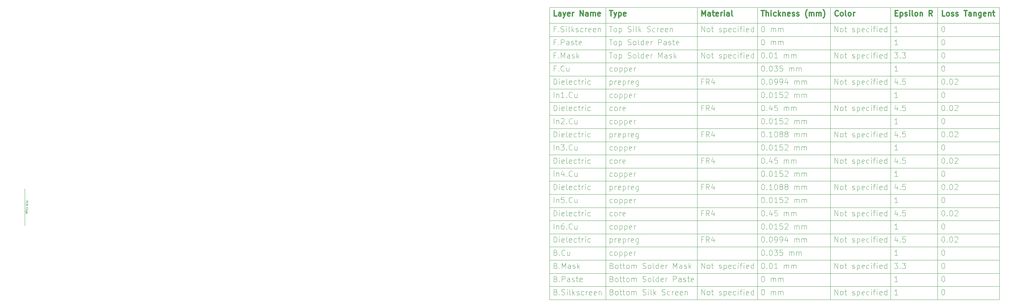
<source format=gbr>
%TF.GenerationSoftware,KiCad,Pcbnew,9.0.1*%
%TF.CreationDate,2025-05-15T18:24:47+02:00*%
%TF.ProjectId,Marble_Tiny,4d617262-6c65-45f5-9469-6e792e6b6963,rev?*%
%TF.SameCoordinates,Original*%
%TF.FileFunction,OtherDrawing,Comment*%
%FSLAX46Y46*%
G04 Gerber Fmt 4.6, Leading zero omitted, Abs format (unit mm)*
G04 Created by KiCad (PCBNEW 9.0.1) date 2025-05-15 18:24:47*
%MOMM*%
%LPD*%
G01*
G04 APERTURE LIST*
%ADD10C,0.100000*%
%ADD11C,0.300000*%
G04 APERTURE END LIST*
D10*
X370128575Y-61900000D02*
X370128575Y-141934000D01*
X246800000Y-87844000D02*
X370128575Y-87844000D01*
X246800000Y-98662000D02*
X370128575Y-98662000D01*
X303757143Y-61900000D02*
X303757143Y-141934000D01*
X246800000Y-109480000D02*
X370128575Y-109480000D01*
X246800000Y-77026000D02*
X370128575Y-77026000D01*
X262185714Y-61900000D02*
X262185714Y-141934000D01*
X246800000Y-120298000D02*
X370128575Y-120298000D01*
X287257142Y-61900000D02*
X287257142Y-141934000D01*
X246800000Y-127510000D02*
X370128575Y-127510000D01*
X246800000Y-102268000D02*
X370128575Y-102268000D01*
X246800000Y-95056000D02*
X370128575Y-95056000D01*
X246800000Y-138328000D02*
X370128575Y-138328000D01*
X246800000Y-105874000D02*
X370128575Y-105874000D01*
X246800000Y-134722000D02*
X370128575Y-134722000D01*
X246800000Y-80632000D02*
X370128575Y-80632000D01*
X246800000Y-123904000D02*
X370128575Y-123904000D01*
X246800000Y-66208000D02*
X370128575Y-66208000D01*
X246800000Y-61900000D02*
X370128575Y-61900000D01*
X353171431Y-61900000D02*
X353171431Y-141934000D01*
X246800000Y-61900000D02*
X246800000Y-141934000D01*
X246800000Y-116692000D02*
X370128575Y-116692000D01*
X246800000Y-141934000D02*
X370128575Y-141934000D01*
X246800000Y-73420000D02*
X370128575Y-73420000D01*
X246800000Y-131116000D02*
X370128575Y-131116000D01*
X246800000Y-113086000D02*
X370128575Y-113086000D01*
X246800000Y-91450000D02*
X370128575Y-91450000D01*
X323785715Y-61900000D02*
X323785715Y-141934000D01*
X340285716Y-61900000D02*
X340285716Y-141934000D01*
X246800000Y-69814000D02*
X370128575Y-69814000D01*
X246800000Y-84238000D02*
X370128575Y-84238000D01*
X342101505Y-110796228D02*
X342101505Y-111796228D01*
X341744362Y-110224800D02*
X341387219Y-111296228D01*
X341387219Y-111296228D02*
X342315790Y-111296228D01*
X342887218Y-111653371D02*
X342958647Y-111724800D01*
X342958647Y-111724800D02*
X342887218Y-111796228D01*
X342887218Y-111796228D02*
X342815790Y-111724800D01*
X342815790Y-111724800D02*
X342887218Y-111653371D01*
X342887218Y-111653371D02*
X342887218Y-111796228D01*
X344315790Y-110296228D02*
X343601504Y-110296228D01*
X343601504Y-110296228D02*
X343530076Y-111010514D01*
X343530076Y-111010514D02*
X343601504Y-110939085D01*
X343601504Y-110939085D02*
X343744362Y-110867657D01*
X343744362Y-110867657D02*
X344101504Y-110867657D01*
X344101504Y-110867657D02*
X344244362Y-110939085D01*
X344244362Y-110939085D02*
X344315790Y-111010514D01*
X344315790Y-111010514D02*
X344387219Y-111153371D01*
X344387219Y-111153371D02*
X344387219Y-111510514D01*
X344387219Y-111510514D02*
X344315790Y-111653371D01*
X344315790Y-111653371D02*
X344244362Y-111724800D01*
X344244362Y-111724800D02*
X344101504Y-111796228D01*
X344101504Y-111796228D02*
X343744362Y-111796228D01*
X343744362Y-111796228D02*
X343601504Y-111724800D01*
X343601504Y-111724800D02*
X343530076Y-111653371D01*
X263858645Y-136252514D02*
X264072931Y-136323942D01*
X264072931Y-136323942D02*
X264144360Y-136395371D01*
X264144360Y-136395371D02*
X264215788Y-136538228D01*
X264215788Y-136538228D02*
X264215788Y-136752514D01*
X264215788Y-136752514D02*
X264144360Y-136895371D01*
X264144360Y-136895371D02*
X264072931Y-136966800D01*
X264072931Y-136966800D02*
X263930074Y-137038228D01*
X263930074Y-137038228D02*
X263358645Y-137038228D01*
X263358645Y-137038228D02*
X263358645Y-135538228D01*
X263358645Y-135538228D02*
X263858645Y-135538228D01*
X263858645Y-135538228D02*
X264001503Y-135609657D01*
X264001503Y-135609657D02*
X264072931Y-135681085D01*
X264072931Y-135681085D02*
X264144360Y-135823942D01*
X264144360Y-135823942D02*
X264144360Y-135966800D01*
X264144360Y-135966800D02*
X264072931Y-136109657D01*
X264072931Y-136109657D02*
X264001503Y-136181085D01*
X264001503Y-136181085D02*
X263858645Y-136252514D01*
X263858645Y-136252514D02*
X263358645Y-136252514D01*
X265072931Y-137038228D02*
X264930074Y-136966800D01*
X264930074Y-136966800D02*
X264858645Y-136895371D01*
X264858645Y-136895371D02*
X264787217Y-136752514D01*
X264787217Y-136752514D02*
X264787217Y-136323942D01*
X264787217Y-136323942D02*
X264858645Y-136181085D01*
X264858645Y-136181085D02*
X264930074Y-136109657D01*
X264930074Y-136109657D02*
X265072931Y-136038228D01*
X265072931Y-136038228D02*
X265287217Y-136038228D01*
X265287217Y-136038228D02*
X265430074Y-136109657D01*
X265430074Y-136109657D02*
X265501503Y-136181085D01*
X265501503Y-136181085D02*
X265572931Y-136323942D01*
X265572931Y-136323942D02*
X265572931Y-136752514D01*
X265572931Y-136752514D02*
X265501503Y-136895371D01*
X265501503Y-136895371D02*
X265430074Y-136966800D01*
X265430074Y-136966800D02*
X265287217Y-137038228D01*
X265287217Y-137038228D02*
X265072931Y-137038228D01*
X266001503Y-136038228D02*
X266572931Y-136038228D01*
X266215788Y-135538228D02*
X266215788Y-136823942D01*
X266215788Y-136823942D02*
X266287217Y-136966800D01*
X266287217Y-136966800D02*
X266430074Y-137038228D01*
X266430074Y-137038228D02*
X266572931Y-137038228D01*
X266858646Y-136038228D02*
X267430074Y-136038228D01*
X267072931Y-135538228D02*
X267072931Y-136823942D01*
X267072931Y-136823942D02*
X267144360Y-136966800D01*
X267144360Y-136966800D02*
X267287217Y-137038228D01*
X267287217Y-137038228D02*
X267430074Y-137038228D01*
X268144360Y-137038228D02*
X268001503Y-136966800D01*
X268001503Y-136966800D02*
X267930074Y-136895371D01*
X267930074Y-136895371D02*
X267858646Y-136752514D01*
X267858646Y-136752514D02*
X267858646Y-136323942D01*
X267858646Y-136323942D02*
X267930074Y-136181085D01*
X267930074Y-136181085D02*
X268001503Y-136109657D01*
X268001503Y-136109657D02*
X268144360Y-136038228D01*
X268144360Y-136038228D02*
X268358646Y-136038228D01*
X268358646Y-136038228D02*
X268501503Y-136109657D01*
X268501503Y-136109657D02*
X268572932Y-136181085D01*
X268572932Y-136181085D02*
X268644360Y-136323942D01*
X268644360Y-136323942D02*
X268644360Y-136752514D01*
X268644360Y-136752514D02*
X268572932Y-136895371D01*
X268572932Y-136895371D02*
X268501503Y-136966800D01*
X268501503Y-136966800D02*
X268358646Y-137038228D01*
X268358646Y-137038228D02*
X268144360Y-137038228D01*
X269287217Y-137038228D02*
X269287217Y-136038228D01*
X269287217Y-136181085D02*
X269358646Y-136109657D01*
X269358646Y-136109657D02*
X269501503Y-136038228D01*
X269501503Y-136038228D02*
X269715789Y-136038228D01*
X269715789Y-136038228D02*
X269858646Y-136109657D01*
X269858646Y-136109657D02*
X269930075Y-136252514D01*
X269930075Y-136252514D02*
X269930075Y-137038228D01*
X269930075Y-136252514D02*
X270001503Y-136109657D01*
X270001503Y-136109657D02*
X270144360Y-136038228D01*
X270144360Y-136038228D02*
X270358646Y-136038228D01*
X270358646Y-136038228D02*
X270501503Y-136109657D01*
X270501503Y-136109657D02*
X270572932Y-136252514D01*
X270572932Y-136252514D02*
X270572932Y-137038228D01*
X272358646Y-136966800D02*
X272572932Y-137038228D01*
X272572932Y-137038228D02*
X272930074Y-137038228D01*
X272930074Y-137038228D02*
X273072932Y-136966800D01*
X273072932Y-136966800D02*
X273144360Y-136895371D01*
X273144360Y-136895371D02*
X273215789Y-136752514D01*
X273215789Y-136752514D02*
X273215789Y-136609657D01*
X273215789Y-136609657D02*
X273144360Y-136466800D01*
X273144360Y-136466800D02*
X273072932Y-136395371D01*
X273072932Y-136395371D02*
X272930074Y-136323942D01*
X272930074Y-136323942D02*
X272644360Y-136252514D01*
X272644360Y-136252514D02*
X272501503Y-136181085D01*
X272501503Y-136181085D02*
X272430074Y-136109657D01*
X272430074Y-136109657D02*
X272358646Y-135966800D01*
X272358646Y-135966800D02*
X272358646Y-135823942D01*
X272358646Y-135823942D02*
X272430074Y-135681085D01*
X272430074Y-135681085D02*
X272501503Y-135609657D01*
X272501503Y-135609657D02*
X272644360Y-135538228D01*
X272644360Y-135538228D02*
X273001503Y-135538228D01*
X273001503Y-135538228D02*
X273215789Y-135609657D01*
X274072931Y-137038228D02*
X273930074Y-136966800D01*
X273930074Y-136966800D02*
X273858645Y-136895371D01*
X273858645Y-136895371D02*
X273787217Y-136752514D01*
X273787217Y-136752514D02*
X273787217Y-136323942D01*
X273787217Y-136323942D02*
X273858645Y-136181085D01*
X273858645Y-136181085D02*
X273930074Y-136109657D01*
X273930074Y-136109657D02*
X274072931Y-136038228D01*
X274072931Y-136038228D02*
X274287217Y-136038228D01*
X274287217Y-136038228D02*
X274430074Y-136109657D01*
X274430074Y-136109657D02*
X274501503Y-136181085D01*
X274501503Y-136181085D02*
X274572931Y-136323942D01*
X274572931Y-136323942D02*
X274572931Y-136752514D01*
X274572931Y-136752514D02*
X274501503Y-136895371D01*
X274501503Y-136895371D02*
X274430074Y-136966800D01*
X274430074Y-136966800D02*
X274287217Y-137038228D01*
X274287217Y-137038228D02*
X274072931Y-137038228D01*
X275430074Y-137038228D02*
X275287217Y-136966800D01*
X275287217Y-136966800D02*
X275215788Y-136823942D01*
X275215788Y-136823942D02*
X275215788Y-135538228D01*
X276644360Y-137038228D02*
X276644360Y-135538228D01*
X276644360Y-136966800D02*
X276501502Y-137038228D01*
X276501502Y-137038228D02*
X276215788Y-137038228D01*
X276215788Y-137038228D02*
X276072931Y-136966800D01*
X276072931Y-136966800D02*
X276001502Y-136895371D01*
X276001502Y-136895371D02*
X275930074Y-136752514D01*
X275930074Y-136752514D02*
X275930074Y-136323942D01*
X275930074Y-136323942D02*
X276001502Y-136181085D01*
X276001502Y-136181085D02*
X276072931Y-136109657D01*
X276072931Y-136109657D02*
X276215788Y-136038228D01*
X276215788Y-136038228D02*
X276501502Y-136038228D01*
X276501502Y-136038228D02*
X276644360Y-136109657D01*
X277930074Y-136966800D02*
X277787217Y-137038228D01*
X277787217Y-137038228D02*
X277501503Y-137038228D01*
X277501503Y-137038228D02*
X277358645Y-136966800D01*
X277358645Y-136966800D02*
X277287217Y-136823942D01*
X277287217Y-136823942D02*
X277287217Y-136252514D01*
X277287217Y-136252514D02*
X277358645Y-136109657D01*
X277358645Y-136109657D02*
X277501503Y-136038228D01*
X277501503Y-136038228D02*
X277787217Y-136038228D01*
X277787217Y-136038228D02*
X277930074Y-136109657D01*
X277930074Y-136109657D02*
X278001503Y-136252514D01*
X278001503Y-136252514D02*
X278001503Y-136395371D01*
X278001503Y-136395371D02*
X277287217Y-136538228D01*
X278644359Y-137038228D02*
X278644359Y-136038228D01*
X278644359Y-136323942D02*
X278715788Y-136181085D01*
X278715788Y-136181085D02*
X278787217Y-136109657D01*
X278787217Y-136109657D02*
X278930074Y-136038228D01*
X278930074Y-136038228D02*
X279072931Y-136038228D01*
X280715787Y-137038228D02*
X280715787Y-135538228D01*
X280715787Y-135538228D02*
X281287216Y-135538228D01*
X281287216Y-135538228D02*
X281430073Y-135609657D01*
X281430073Y-135609657D02*
X281501502Y-135681085D01*
X281501502Y-135681085D02*
X281572930Y-135823942D01*
X281572930Y-135823942D02*
X281572930Y-136038228D01*
X281572930Y-136038228D02*
X281501502Y-136181085D01*
X281501502Y-136181085D02*
X281430073Y-136252514D01*
X281430073Y-136252514D02*
X281287216Y-136323942D01*
X281287216Y-136323942D02*
X280715787Y-136323942D01*
X282858645Y-137038228D02*
X282858645Y-136252514D01*
X282858645Y-136252514D02*
X282787216Y-136109657D01*
X282787216Y-136109657D02*
X282644359Y-136038228D01*
X282644359Y-136038228D02*
X282358645Y-136038228D01*
X282358645Y-136038228D02*
X282215787Y-136109657D01*
X282858645Y-136966800D02*
X282715787Y-137038228D01*
X282715787Y-137038228D02*
X282358645Y-137038228D01*
X282358645Y-137038228D02*
X282215787Y-136966800D01*
X282215787Y-136966800D02*
X282144359Y-136823942D01*
X282144359Y-136823942D02*
X282144359Y-136681085D01*
X282144359Y-136681085D02*
X282215787Y-136538228D01*
X282215787Y-136538228D02*
X282358645Y-136466800D01*
X282358645Y-136466800D02*
X282715787Y-136466800D01*
X282715787Y-136466800D02*
X282858645Y-136395371D01*
X283501502Y-136966800D02*
X283644359Y-137038228D01*
X283644359Y-137038228D02*
X283930073Y-137038228D01*
X283930073Y-137038228D02*
X284072930Y-136966800D01*
X284072930Y-136966800D02*
X284144359Y-136823942D01*
X284144359Y-136823942D02*
X284144359Y-136752514D01*
X284144359Y-136752514D02*
X284072930Y-136609657D01*
X284072930Y-136609657D02*
X283930073Y-136538228D01*
X283930073Y-136538228D02*
X283715788Y-136538228D01*
X283715788Y-136538228D02*
X283572930Y-136466800D01*
X283572930Y-136466800D02*
X283501502Y-136323942D01*
X283501502Y-136323942D02*
X283501502Y-136252514D01*
X283501502Y-136252514D02*
X283572930Y-136109657D01*
X283572930Y-136109657D02*
X283715788Y-136038228D01*
X283715788Y-136038228D02*
X283930073Y-136038228D01*
X283930073Y-136038228D02*
X284072930Y-136109657D01*
X284572931Y-136038228D02*
X285144359Y-136038228D01*
X284787216Y-135538228D02*
X284787216Y-136823942D01*
X284787216Y-136823942D02*
X284858645Y-136966800D01*
X284858645Y-136966800D02*
X285001502Y-137038228D01*
X285001502Y-137038228D02*
X285144359Y-137038228D01*
X286215788Y-136966800D02*
X286072931Y-137038228D01*
X286072931Y-137038228D02*
X285787217Y-137038228D01*
X285787217Y-137038228D02*
X285644359Y-136966800D01*
X285644359Y-136966800D02*
X285572931Y-136823942D01*
X285572931Y-136823942D02*
X285572931Y-136252514D01*
X285572931Y-136252514D02*
X285644359Y-136109657D01*
X285644359Y-136109657D02*
X285787217Y-136038228D01*
X285787217Y-136038228D02*
X286072931Y-136038228D01*
X286072931Y-136038228D02*
X286215788Y-136109657D01*
X286215788Y-136109657D02*
X286287217Y-136252514D01*
X286287217Y-136252514D02*
X286287217Y-136395371D01*
X286287217Y-136395371D02*
X285572931Y-136538228D01*
X354630077Y-81448228D02*
X354772934Y-81448228D01*
X354772934Y-81448228D02*
X354915791Y-81519657D01*
X354915791Y-81519657D02*
X354987220Y-81591085D01*
X354987220Y-81591085D02*
X355058648Y-81733942D01*
X355058648Y-81733942D02*
X355130077Y-82019657D01*
X355130077Y-82019657D02*
X355130077Y-82376800D01*
X355130077Y-82376800D02*
X355058648Y-82662514D01*
X355058648Y-82662514D02*
X354987220Y-82805371D01*
X354987220Y-82805371D02*
X354915791Y-82876800D01*
X354915791Y-82876800D02*
X354772934Y-82948228D01*
X354772934Y-82948228D02*
X354630077Y-82948228D01*
X354630077Y-82948228D02*
X354487220Y-82876800D01*
X354487220Y-82876800D02*
X354415791Y-82805371D01*
X354415791Y-82805371D02*
X354344362Y-82662514D01*
X354344362Y-82662514D02*
X354272934Y-82376800D01*
X354272934Y-82376800D02*
X354272934Y-82019657D01*
X354272934Y-82019657D02*
X354344362Y-81733942D01*
X354344362Y-81733942D02*
X354415791Y-81591085D01*
X354415791Y-81591085D02*
X354487220Y-81519657D01*
X354487220Y-81519657D02*
X354630077Y-81448228D01*
X355772933Y-82805371D02*
X355844362Y-82876800D01*
X355844362Y-82876800D02*
X355772933Y-82948228D01*
X355772933Y-82948228D02*
X355701505Y-82876800D01*
X355701505Y-82876800D02*
X355772933Y-82805371D01*
X355772933Y-82805371D02*
X355772933Y-82948228D01*
X356772934Y-81448228D02*
X356915791Y-81448228D01*
X356915791Y-81448228D02*
X357058648Y-81519657D01*
X357058648Y-81519657D02*
X357130077Y-81591085D01*
X357130077Y-81591085D02*
X357201505Y-81733942D01*
X357201505Y-81733942D02*
X357272934Y-82019657D01*
X357272934Y-82019657D02*
X357272934Y-82376800D01*
X357272934Y-82376800D02*
X357201505Y-82662514D01*
X357201505Y-82662514D02*
X357130077Y-82805371D01*
X357130077Y-82805371D02*
X357058648Y-82876800D01*
X357058648Y-82876800D02*
X356915791Y-82948228D01*
X356915791Y-82948228D02*
X356772934Y-82948228D01*
X356772934Y-82948228D02*
X356630077Y-82876800D01*
X356630077Y-82876800D02*
X356558648Y-82805371D01*
X356558648Y-82805371D02*
X356487219Y-82662514D01*
X356487219Y-82662514D02*
X356415791Y-82376800D01*
X356415791Y-82376800D02*
X356415791Y-82019657D01*
X356415791Y-82019657D02*
X356487219Y-81733942D01*
X356487219Y-81733942D02*
X356558648Y-81591085D01*
X356558648Y-81591085D02*
X356630077Y-81519657D01*
X356630077Y-81519657D02*
X356772934Y-81448228D01*
X357844362Y-81591085D02*
X357915790Y-81519657D01*
X357915790Y-81519657D02*
X358058648Y-81448228D01*
X358058648Y-81448228D02*
X358415790Y-81448228D01*
X358415790Y-81448228D02*
X358558648Y-81519657D01*
X358558648Y-81519657D02*
X358630076Y-81591085D01*
X358630076Y-81591085D02*
X358701505Y-81733942D01*
X358701505Y-81733942D02*
X358701505Y-81876800D01*
X358701505Y-81876800D02*
X358630076Y-82091085D01*
X358630076Y-82091085D02*
X357772933Y-82948228D01*
X357772933Y-82948228D02*
X358701505Y-82948228D01*
X342244362Y-79342228D02*
X341387219Y-79342228D01*
X341815790Y-79342228D02*
X341815790Y-77842228D01*
X341815790Y-77842228D02*
X341672933Y-78056514D01*
X341672933Y-78056514D02*
X341530076Y-78199371D01*
X341530076Y-78199371D02*
X341387219Y-78270800D01*
X288430073Y-68524228D02*
X288430073Y-67024228D01*
X288430073Y-67024228D02*
X289287216Y-68524228D01*
X289287216Y-68524228D02*
X289287216Y-67024228D01*
X290215788Y-68524228D02*
X290072931Y-68452800D01*
X290072931Y-68452800D02*
X290001502Y-68381371D01*
X290001502Y-68381371D02*
X289930074Y-68238514D01*
X289930074Y-68238514D02*
X289930074Y-67809942D01*
X289930074Y-67809942D02*
X290001502Y-67667085D01*
X290001502Y-67667085D02*
X290072931Y-67595657D01*
X290072931Y-67595657D02*
X290215788Y-67524228D01*
X290215788Y-67524228D02*
X290430074Y-67524228D01*
X290430074Y-67524228D02*
X290572931Y-67595657D01*
X290572931Y-67595657D02*
X290644360Y-67667085D01*
X290644360Y-67667085D02*
X290715788Y-67809942D01*
X290715788Y-67809942D02*
X290715788Y-68238514D01*
X290715788Y-68238514D02*
X290644360Y-68381371D01*
X290644360Y-68381371D02*
X290572931Y-68452800D01*
X290572931Y-68452800D02*
X290430074Y-68524228D01*
X290430074Y-68524228D02*
X290215788Y-68524228D01*
X291144360Y-67524228D02*
X291715788Y-67524228D01*
X291358645Y-67024228D02*
X291358645Y-68309942D01*
X291358645Y-68309942D02*
X291430074Y-68452800D01*
X291430074Y-68452800D02*
X291572931Y-68524228D01*
X291572931Y-68524228D02*
X291715788Y-68524228D01*
X293287217Y-68452800D02*
X293430074Y-68524228D01*
X293430074Y-68524228D02*
X293715788Y-68524228D01*
X293715788Y-68524228D02*
X293858645Y-68452800D01*
X293858645Y-68452800D02*
X293930074Y-68309942D01*
X293930074Y-68309942D02*
X293930074Y-68238514D01*
X293930074Y-68238514D02*
X293858645Y-68095657D01*
X293858645Y-68095657D02*
X293715788Y-68024228D01*
X293715788Y-68024228D02*
X293501503Y-68024228D01*
X293501503Y-68024228D02*
X293358645Y-67952800D01*
X293358645Y-67952800D02*
X293287217Y-67809942D01*
X293287217Y-67809942D02*
X293287217Y-67738514D01*
X293287217Y-67738514D02*
X293358645Y-67595657D01*
X293358645Y-67595657D02*
X293501503Y-67524228D01*
X293501503Y-67524228D02*
X293715788Y-67524228D01*
X293715788Y-67524228D02*
X293858645Y-67595657D01*
X294572931Y-67524228D02*
X294572931Y-69024228D01*
X294572931Y-67595657D02*
X294715789Y-67524228D01*
X294715789Y-67524228D02*
X295001503Y-67524228D01*
X295001503Y-67524228D02*
X295144360Y-67595657D01*
X295144360Y-67595657D02*
X295215789Y-67667085D01*
X295215789Y-67667085D02*
X295287217Y-67809942D01*
X295287217Y-67809942D02*
X295287217Y-68238514D01*
X295287217Y-68238514D02*
X295215789Y-68381371D01*
X295215789Y-68381371D02*
X295144360Y-68452800D01*
X295144360Y-68452800D02*
X295001503Y-68524228D01*
X295001503Y-68524228D02*
X294715789Y-68524228D01*
X294715789Y-68524228D02*
X294572931Y-68452800D01*
X296501503Y-68452800D02*
X296358646Y-68524228D01*
X296358646Y-68524228D02*
X296072932Y-68524228D01*
X296072932Y-68524228D02*
X295930074Y-68452800D01*
X295930074Y-68452800D02*
X295858646Y-68309942D01*
X295858646Y-68309942D02*
X295858646Y-67738514D01*
X295858646Y-67738514D02*
X295930074Y-67595657D01*
X295930074Y-67595657D02*
X296072932Y-67524228D01*
X296072932Y-67524228D02*
X296358646Y-67524228D01*
X296358646Y-67524228D02*
X296501503Y-67595657D01*
X296501503Y-67595657D02*
X296572932Y-67738514D01*
X296572932Y-67738514D02*
X296572932Y-67881371D01*
X296572932Y-67881371D02*
X295858646Y-68024228D01*
X297858646Y-68452800D02*
X297715788Y-68524228D01*
X297715788Y-68524228D02*
X297430074Y-68524228D01*
X297430074Y-68524228D02*
X297287217Y-68452800D01*
X297287217Y-68452800D02*
X297215788Y-68381371D01*
X297215788Y-68381371D02*
X297144360Y-68238514D01*
X297144360Y-68238514D02*
X297144360Y-67809942D01*
X297144360Y-67809942D02*
X297215788Y-67667085D01*
X297215788Y-67667085D02*
X297287217Y-67595657D01*
X297287217Y-67595657D02*
X297430074Y-67524228D01*
X297430074Y-67524228D02*
X297715788Y-67524228D01*
X297715788Y-67524228D02*
X297858646Y-67595657D01*
X298501502Y-68524228D02*
X298501502Y-67524228D01*
X298501502Y-67024228D02*
X298430074Y-67095657D01*
X298430074Y-67095657D02*
X298501502Y-67167085D01*
X298501502Y-67167085D02*
X298572931Y-67095657D01*
X298572931Y-67095657D02*
X298501502Y-67024228D01*
X298501502Y-67024228D02*
X298501502Y-67167085D01*
X299001503Y-67524228D02*
X299572931Y-67524228D01*
X299215788Y-68524228D02*
X299215788Y-67238514D01*
X299215788Y-67238514D02*
X299287217Y-67095657D01*
X299287217Y-67095657D02*
X299430074Y-67024228D01*
X299430074Y-67024228D02*
X299572931Y-67024228D01*
X300072931Y-68524228D02*
X300072931Y-67524228D01*
X300072931Y-67024228D02*
X300001503Y-67095657D01*
X300001503Y-67095657D02*
X300072931Y-67167085D01*
X300072931Y-67167085D02*
X300144360Y-67095657D01*
X300144360Y-67095657D02*
X300072931Y-67024228D01*
X300072931Y-67024228D02*
X300072931Y-67167085D01*
X301358646Y-68452800D02*
X301215789Y-68524228D01*
X301215789Y-68524228D02*
X300930075Y-68524228D01*
X300930075Y-68524228D02*
X300787217Y-68452800D01*
X300787217Y-68452800D02*
X300715789Y-68309942D01*
X300715789Y-68309942D02*
X300715789Y-67738514D01*
X300715789Y-67738514D02*
X300787217Y-67595657D01*
X300787217Y-67595657D02*
X300930075Y-67524228D01*
X300930075Y-67524228D02*
X301215789Y-67524228D01*
X301215789Y-67524228D02*
X301358646Y-67595657D01*
X301358646Y-67595657D02*
X301430075Y-67738514D01*
X301430075Y-67738514D02*
X301430075Y-67881371D01*
X301430075Y-67881371D02*
X300715789Y-68024228D01*
X302715789Y-68524228D02*
X302715789Y-67024228D01*
X302715789Y-68452800D02*
X302572931Y-68524228D01*
X302572931Y-68524228D02*
X302287217Y-68524228D01*
X302287217Y-68524228D02*
X302144360Y-68452800D01*
X302144360Y-68452800D02*
X302072931Y-68381371D01*
X302072931Y-68381371D02*
X302001503Y-68238514D01*
X302001503Y-68238514D02*
X302001503Y-67809942D01*
X302001503Y-67809942D02*
X302072931Y-67667085D01*
X302072931Y-67667085D02*
X302144360Y-67595657D01*
X302144360Y-67595657D02*
X302287217Y-67524228D01*
X302287217Y-67524228D02*
X302572931Y-67524228D01*
X302572931Y-67524228D02*
X302715789Y-67595657D01*
X354630077Y-95872228D02*
X354772934Y-95872228D01*
X354772934Y-95872228D02*
X354915791Y-95943657D01*
X354915791Y-95943657D02*
X354987220Y-96015085D01*
X354987220Y-96015085D02*
X355058648Y-96157942D01*
X355058648Y-96157942D02*
X355130077Y-96443657D01*
X355130077Y-96443657D02*
X355130077Y-96800800D01*
X355130077Y-96800800D02*
X355058648Y-97086514D01*
X355058648Y-97086514D02*
X354987220Y-97229371D01*
X354987220Y-97229371D02*
X354915791Y-97300800D01*
X354915791Y-97300800D02*
X354772934Y-97372228D01*
X354772934Y-97372228D02*
X354630077Y-97372228D01*
X354630077Y-97372228D02*
X354487220Y-97300800D01*
X354487220Y-97300800D02*
X354415791Y-97229371D01*
X354415791Y-97229371D02*
X354344362Y-97086514D01*
X354344362Y-97086514D02*
X354272934Y-96800800D01*
X354272934Y-96800800D02*
X354272934Y-96443657D01*
X354272934Y-96443657D02*
X354344362Y-96157942D01*
X354344362Y-96157942D02*
X354415791Y-96015085D01*
X354415791Y-96015085D02*
X354487220Y-95943657D01*
X354487220Y-95943657D02*
X354630077Y-95872228D01*
X355772933Y-97229371D02*
X355844362Y-97300800D01*
X355844362Y-97300800D02*
X355772933Y-97372228D01*
X355772933Y-97372228D02*
X355701505Y-97300800D01*
X355701505Y-97300800D02*
X355772933Y-97229371D01*
X355772933Y-97229371D02*
X355772933Y-97372228D01*
X356772934Y-95872228D02*
X356915791Y-95872228D01*
X356915791Y-95872228D02*
X357058648Y-95943657D01*
X357058648Y-95943657D02*
X357130077Y-96015085D01*
X357130077Y-96015085D02*
X357201505Y-96157942D01*
X357201505Y-96157942D02*
X357272934Y-96443657D01*
X357272934Y-96443657D02*
X357272934Y-96800800D01*
X357272934Y-96800800D02*
X357201505Y-97086514D01*
X357201505Y-97086514D02*
X357130077Y-97229371D01*
X357130077Y-97229371D02*
X357058648Y-97300800D01*
X357058648Y-97300800D02*
X356915791Y-97372228D01*
X356915791Y-97372228D02*
X356772934Y-97372228D01*
X356772934Y-97372228D02*
X356630077Y-97300800D01*
X356630077Y-97300800D02*
X356558648Y-97229371D01*
X356558648Y-97229371D02*
X356487219Y-97086514D01*
X356487219Y-97086514D02*
X356415791Y-96800800D01*
X356415791Y-96800800D02*
X356415791Y-96443657D01*
X356415791Y-96443657D02*
X356487219Y-96157942D01*
X356487219Y-96157942D02*
X356558648Y-96015085D01*
X356558648Y-96015085D02*
X356630077Y-95943657D01*
X356630077Y-95943657D02*
X356772934Y-95872228D01*
X357844362Y-96015085D02*
X357915790Y-95943657D01*
X357915790Y-95943657D02*
X358058648Y-95872228D01*
X358058648Y-95872228D02*
X358415790Y-95872228D01*
X358415790Y-95872228D02*
X358558648Y-95943657D01*
X358558648Y-95943657D02*
X358630076Y-96015085D01*
X358630076Y-96015085D02*
X358701505Y-96157942D01*
X358701505Y-96157942D02*
X358701505Y-96300800D01*
X358701505Y-96300800D02*
X358630076Y-96515085D01*
X358630076Y-96515085D02*
X357772933Y-97372228D01*
X357772933Y-97372228D02*
X358701505Y-97372228D01*
X354630077Y-121114228D02*
X354772934Y-121114228D01*
X354772934Y-121114228D02*
X354915791Y-121185657D01*
X354915791Y-121185657D02*
X354987220Y-121257085D01*
X354987220Y-121257085D02*
X355058648Y-121399942D01*
X355058648Y-121399942D02*
X355130077Y-121685657D01*
X355130077Y-121685657D02*
X355130077Y-122042800D01*
X355130077Y-122042800D02*
X355058648Y-122328514D01*
X355058648Y-122328514D02*
X354987220Y-122471371D01*
X354987220Y-122471371D02*
X354915791Y-122542800D01*
X354915791Y-122542800D02*
X354772934Y-122614228D01*
X354772934Y-122614228D02*
X354630077Y-122614228D01*
X354630077Y-122614228D02*
X354487220Y-122542800D01*
X354487220Y-122542800D02*
X354415791Y-122471371D01*
X354415791Y-122471371D02*
X354344362Y-122328514D01*
X354344362Y-122328514D02*
X354272934Y-122042800D01*
X354272934Y-122042800D02*
X354272934Y-121685657D01*
X354272934Y-121685657D02*
X354344362Y-121399942D01*
X354344362Y-121399942D02*
X354415791Y-121257085D01*
X354415791Y-121257085D02*
X354487220Y-121185657D01*
X354487220Y-121185657D02*
X354630077Y-121114228D01*
X288930073Y-118222514D02*
X288430073Y-118222514D01*
X288430073Y-119008228D02*
X288430073Y-117508228D01*
X288430073Y-117508228D02*
X289144359Y-117508228D01*
X290572930Y-119008228D02*
X290072930Y-118293942D01*
X289715787Y-119008228D02*
X289715787Y-117508228D01*
X289715787Y-117508228D02*
X290287216Y-117508228D01*
X290287216Y-117508228D02*
X290430073Y-117579657D01*
X290430073Y-117579657D02*
X290501502Y-117651085D01*
X290501502Y-117651085D02*
X290572930Y-117793942D01*
X290572930Y-117793942D02*
X290572930Y-118008228D01*
X290572930Y-118008228D02*
X290501502Y-118151085D01*
X290501502Y-118151085D02*
X290430073Y-118222514D01*
X290430073Y-118222514D02*
X290287216Y-118293942D01*
X290287216Y-118293942D02*
X289715787Y-118293942D01*
X291858645Y-118008228D02*
X291858645Y-119008228D01*
X291501502Y-117436800D02*
X291144359Y-118508228D01*
X291144359Y-118508228D02*
X292072930Y-118508228D01*
X342244362Y-68524228D02*
X341387219Y-68524228D01*
X341815790Y-68524228D02*
X341815790Y-67024228D01*
X341815790Y-67024228D02*
X341672933Y-67238514D01*
X341672933Y-67238514D02*
X341530076Y-67381371D01*
X341530076Y-67381371D02*
X341387219Y-67452800D01*
X247972931Y-90160228D02*
X247972931Y-88660228D01*
X247972931Y-88660228D02*
X248330074Y-88660228D01*
X248330074Y-88660228D02*
X248544360Y-88731657D01*
X248544360Y-88731657D02*
X248687217Y-88874514D01*
X248687217Y-88874514D02*
X248758646Y-89017371D01*
X248758646Y-89017371D02*
X248830074Y-89303085D01*
X248830074Y-89303085D02*
X248830074Y-89517371D01*
X248830074Y-89517371D02*
X248758646Y-89803085D01*
X248758646Y-89803085D02*
X248687217Y-89945942D01*
X248687217Y-89945942D02*
X248544360Y-90088800D01*
X248544360Y-90088800D02*
X248330074Y-90160228D01*
X248330074Y-90160228D02*
X247972931Y-90160228D01*
X249472931Y-90160228D02*
X249472931Y-89160228D01*
X249472931Y-88660228D02*
X249401503Y-88731657D01*
X249401503Y-88731657D02*
X249472931Y-88803085D01*
X249472931Y-88803085D02*
X249544360Y-88731657D01*
X249544360Y-88731657D02*
X249472931Y-88660228D01*
X249472931Y-88660228D02*
X249472931Y-88803085D01*
X250758646Y-90088800D02*
X250615789Y-90160228D01*
X250615789Y-90160228D02*
X250330075Y-90160228D01*
X250330075Y-90160228D02*
X250187217Y-90088800D01*
X250187217Y-90088800D02*
X250115789Y-89945942D01*
X250115789Y-89945942D02*
X250115789Y-89374514D01*
X250115789Y-89374514D02*
X250187217Y-89231657D01*
X250187217Y-89231657D02*
X250330075Y-89160228D01*
X250330075Y-89160228D02*
X250615789Y-89160228D01*
X250615789Y-89160228D02*
X250758646Y-89231657D01*
X250758646Y-89231657D02*
X250830075Y-89374514D01*
X250830075Y-89374514D02*
X250830075Y-89517371D01*
X250830075Y-89517371D02*
X250115789Y-89660228D01*
X251687217Y-90160228D02*
X251544360Y-90088800D01*
X251544360Y-90088800D02*
X251472931Y-89945942D01*
X251472931Y-89945942D02*
X251472931Y-88660228D01*
X252830074Y-90088800D02*
X252687217Y-90160228D01*
X252687217Y-90160228D02*
X252401503Y-90160228D01*
X252401503Y-90160228D02*
X252258645Y-90088800D01*
X252258645Y-90088800D02*
X252187217Y-89945942D01*
X252187217Y-89945942D02*
X252187217Y-89374514D01*
X252187217Y-89374514D02*
X252258645Y-89231657D01*
X252258645Y-89231657D02*
X252401503Y-89160228D01*
X252401503Y-89160228D02*
X252687217Y-89160228D01*
X252687217Y-89160228D02*
X252830074Y-89231657D01*
X252830074Y-89231657D02*
X252901503Y-89374514D01*
X252901503Y-89374514D02*
X252901503Y-89517371D01*
X252901503Y-89517371D02*
X252187217Y-89660228D01*
X254187217Y-90088800D02*
X254044359Y-90160228D01*
X254044359Y-90160228D02*
X253758645Y-90160228D01*
X253758645Y-90160228D02*
X253615788Y-90088800D01*
X253615788Y-90088800D02*
X253544359Y-90017371D01*
X253544359Y-90017371D02*
X253472931Y-89874514D01*
X253472931Y-89874514D02*
X253472931Y-89445942D01*
X253472931Y-89445942D02*
X253544359Y-89303085D01*
X253544359Y-89303085D02*
X253615788Y-89231657D01*
X253615788Y-89231657D02*
X253758645Y-89160228D01*
X253758645Y-89160228D02*
X254044359Y-89160228D01*
X254044359Y-89160228D02*
X254187217Y-89231657D01*
X254615788Y-89160228D02*
X255187216Y-89160228D01*
X254830073Y-88660228D02*
X254830073Y-89945942D01*
X254830073Y-89945942D02*
X254901502Y-90088800D01*
X254901502Y-90088800D02*
X255044359Y-90160228D01*
X255044359Y-90160228D02*
X255187216Y-90160228D01*
X255687216Y-90160228D02*
X255687216Y-89160228D01*
X255687216Y-89445942D02*
X255758645Y-89303085D01*
X255758645Y-89303085D02*
X255830074Y-89231657D01*
X255830074Y-89231657D02*
X255972931Y-89160228D01*
X255972931Y-89160228D02*
X256115788Y-89160228D01*
X256615787Y-90160228D02*
X256615787Y-89160228D01*
X256615787Y-88660228D02*
X256544359Y-88731657D01*
X256544359Y-88731657D02*
X256615787Y-88803085D01*
X256615787Y-88803085D02*
X256687216Y-88731657D01*
X256687216Y-88731657D02*
X256615787Y-88660228D01*
X256615787Y-88660228D02*
X256615787Y-88803085D01*
X257972931Y-90088800D02*
X257830073Y-90160228D01*
X257830073Y-90160228D02*
X257544359Y-90160228D01*
X257544359Y-90160228D02*
X257401502Y-90088800D01*
X257401502Y-90088800D02*
X257330073Y-90017371D01*
X257330073Y-90017371D02*
X257258645Y-89874514D01*
X257258645Y-89874514D02*
X257258645Y-89445942D01*
X257258645Y-89445942D02*
X257330073Y-89303085D01*
X257330073Y-89303085D02*
X257401502Y-89231657D01*
X257401502Y-89231657D02*
X257544359Y-89160228D01*
X257544359Y-89160228D02*
X257830073Y-89160228D01*
X257830073Y-89160228D02*
X257972931Y-89231657D01*
X305215789Y-135538228D02*
X305358646Y-135538228D01*
X305358646Y-135538228D02*
X305501503Y-135609657D01*
X305501503Y-135609657D02*
X305572932Y-135681085D01*
X305572932Y-135681085D02*
X305644360Y-135823942D01*
X305644360Y-135823942D02*
X305715789Y-136109657D01*
X305715789Y-136109657D02*
X305715789Y-136466800D01*
X305715789Y-136466800D02*
X305644360Y-136752514D01*
X305644360Y-136752514D02*
X305572932Y-136895371D01*
X305572932Y-136895371D02*
X305501503Y-136966800D01*
X305501503Y-136966800D02*
X305358646Y-137038228D01*
X305358646Y-137038228D02*
X305215789Y-137038228D01*
X305215789Y-137038228D02*
X305072932Y-136966800D01*
X305072932Y-136966800D02*
X305001503Y-136895371D01*
X305001503Y-136895371D02*
X304930074Y-136752514D01*
X304930074Y-136752514D02*
X304858646Y-136466800D01*
X304858646Y-136466800D02*
X304858646Y-136109657D01*
X304858646Y-136109657D02*
X304930074Y-135823942D01*
X304930074Y-135823942D02*
X305001503Y-135681085D01*
X305001503Y-135681085D02*
X305072932Y-135609657D01*
X305072932Y-135609657D02*
X305215789Y-135538228D01*
X307501502Y-137038228D02*
X307501502Y-136038228D01*
X307501502Y-136181085D02*
X307572931Y-136109657D01*
X307572931Y-136109657D02*
X307715788Y-136038228D01*
X307715788Y-136038228D02*
X307930074Y-136038228D01*
X307930074Y-136038228D02*
X308072931Y-136109657D01*
X308072931Y-136109657D02*
X308144360Y-136252514D01*
X308144360Y-136252514D02*
X308144360Y-137038228D01*
X308144360Y-136252514D02*
X308215788Y-136109657D01*
X308215788Y-136109657D02*
X308358645Y-136038228D01*
X308358645Y-136038228D02*
X308572931Y-136038228D01*
X308572931Y-136038228D02*
X308715788Y-136109657D01*
X308715788Y-136109657D02*
X308787217Y-136252514D01*
X308787217Y-136252514D02*
X308787217Y-137038228D01*
X309501502Y-137038228D02*
X309501502Y-136038228D01*
X309501502Y-136181085D02*
X309572931Y-136109657D01*
X309572931Y-136109657D02*
X309715788Y-136038228D01*
X309715788Y-136038228D02*
X309930074Y-136038228D01*
X309930074Y-136038228D02*
X310072931Y-136109657D01*
X310072931Y-136109657D02*
X310144360Y-136252514D01*
X310144360Y-136252514D02*
X310144360Y-137038228D01*
X310144360Y-136252514D02*
X310215788Y-136109657D01*
X310215788Y-136109657D02*
X310358645Y-136038228D01*
X310358645Y-136038228D02*
X310572931Y-136038228D01*
X310572931Y-136038228D02*
X310715788Y-136109657D01*
X310715788Y-136109657D02*
X310787217Y-136252514D01*
X310787217Y-136252514D02*
X310787217Y-137038228D01*
X247972931Y-126220228D02*
X247972931Y-124720228D01*
X247972931Y-124720228D02*
X248330074Y-124720228D01*
X248330074Y-124720228D02*
X248544360Y-124791657D01*
X248544360Y-124791657D02*
X248687217Y-124934514D01*
X248687217Y-124934514D02*
X248758646Y-125077371D01*
X248758646Y-125077371D02*
X248830074Y-125363085D01*
X248830074Y-125363085D02*
X248830074Y-125577371D01*
X248830074Y-125577371D02*
X248758646Y-125863085D01*
X248758646Y-125863085D02*
X248687217Y-126005942D01*
X248687217Y-126005942D02*
X248544360Y-126148800D01*
X248544360Y-126148800D02*
X248330074Y-126220228D01*
X248330074Y-126220228D02*
X247972931Y-126220228D01*
X249472931Y-126220228D02*
X249472931Y-125220228D01*
X249472931Y-124720228D02*
X249401503Y-124791657D01*
X249401503Y-124791657D02*
X249472931Y-124863085D01*
X249472931Y-124863085D02*
X249544360Y-124791657D01*
X249544360Y-124791657D02*
X249472931Y-124720228D01*
X249472931Y-124720228D02*
X249472931Y-124863085D01*
X250758646Y-126148800D02*
X250615789Y-126220228D01*
X250615789Y-126220228D02*
X250330075Y-126220228D01*
X250330075Y-126220228D02*
X250187217Y-126148800D01*
X250187217Y-126148800D02*
X250115789Y-126005942D01*
X250115789Y-126005942D02*
X250115789Y-125434514D01*
X250115789Y-125434514D02*
X250187217Y-125291657D01*
X250187217Y-125291657D02*
X250330075Y-125220228D01*
X250330075Y-125220228D02*
X250615789Y-125220228D01*
X250615789Y-125220228D02*
X250758646Y-125291657D01*
X250758646Y-125291657D02*
X250830075Y-125434514D01*
X250830075Y-125434514D02*
X250830075Y-125577371D01*
X250830075Y-125577371D02*
X250115789Y-125720228D01*
X251687217Y-126220228D02*
X251544360Y-126148800D01*
X251544360Y-126148800D02*
X251472931Y-126005942D01*
X251472931Y-126005942D02*
X251472931Y-124720228D01*
X252830074Y-126148800D02*
X252687217Y-126220228D01*
X252687217Y-126220228D02*
X252401503Y-126220228D01*
X252401503Y-126220228D02*
X252258645Y-126148800D01*
X252258645Y-126148800D02*
X252187217Y-126005942D01*
X252187217Y-126005942D02*
X252187217Y-125434514D01*
X252187217Y-125434514D02*
X252258645Y-125291657D01*
X252258645Y-125291657D02*
X252401503Y-125220228D01*
X252401503Y-125220228D02*
X252687217Y-125220228D01*
X252687217Y-125220228D02*
X252830074Y-125291657D01*
X252830074Y-125291657D02*
X252901503Y-125434514D01*
X252901503Y-125434514D02*
X252901503Y-125577371D01*
X252901503Y-125577371D02*
X252187217Y-125720228D01*
X254187217Y-126148800D02*
X254044359Y-126220228D01*
X254044359Y-126220228D02*
X253758645Y-126220228D01*
X253758645Y-126220228D02*
X253615788Y-126148800D01*
X253615788Y-126148800D02*
X253544359Y-126077371D01*
X253544359Y-126077371D02*
X253472931Y-125934514D01*
X253472931Y-125934514D02*
X253472931Y-125505942D01*
X253472931Y-125505942D02*
X253544359Y-125363085D01*
X253544359Y-125363085D02*
X253615788Y-125291657D01*
X253615788Y-125291657D02*
X253758645Y-125220228D01*
X253758645Y-125220228D02*
X254044359Y-125220228D01*
X254044359Y-125220228D02*
X254187217Y-125291657D01*
X254615788Y-125220228D02*
X255187216Y-125220228D01*
X254830073Y-124720228D02*
X254830073Y-126005942D01*
X254830073Y-126005942D02*
X254901502Y-126148800D01*
X254901502Y-126148800D02*
X255044359Y-126220228D01*
X255044359Y-126220228D02*
X255187216Y-126220228D01*
X255687216Y-126220228D02*
X255687216Y-125220228D01*
X255687216Y-125505942D02*
X255758645Y-125363085D01*
X255758645Y-125363085D02*
X255830074Y-125291657D01*
X255830074Y-125291657D02*
X255972931Y-125220228D01*
X255972931Y-125220228D02*
X256115788Y-125220228D01*
X256615787Y-126220228D02*
X256615787Y-125220228D01*
X256615787Y-124720228D02*
X256544359Y-124791657D01*
X256544359Y-124791657D02*
X256615787Y-124863085D01*
X256615787Y-124863085D02*
X256687216Y-124791657D01*
X256687216Y-124791657D02*
X256615787Y-124720228D01*
X256615787Y-124720228D02*
X256615787Y-124863085D01*
X257972931Y-126148800D02*
X257830073Y-126220228D01*
X257830073Y-126220228D02*
X257544359Y-126220228D01*
X257544359Y-126220228D02*
X257401502Y-126148800D01*
X257401502Y-126148800D02*
X257330073Y-126077371D01*
X257330073Y-126077371D02*
X257258645Y-125934514D01*
X257258645Y-125934514D02*
X257258645Y-125505942D01*
X257258645Y-125505942D02*
X257330073Y-125363085D01*
X257330073Y-125363085D02*
X257401502Y-125291657D01*
X257401502Y-125291657D02*
X257544359Y-125220228D01*
X257544359Y-125220228D02*
X257830073Y-125220228D01*
X257830073Y-125220228D02*
X257972931Y-125291657D01*
X263358645Y-81948228D02*
X263358645Y-83448228D01*
X263358645Y-82019657D02*
X263501503Y-81948228D01*
X263501503Y-81948228D02*
X263787217Y-81948228D01*
X263787217Y-81948228D02*
X263930074Y-82019657D01*
X263930074Y-82019657D02*
X264001503Y-82091085D01*
X264001503Y-82091085D02*
X264072931Y-82233942D01*
X264072931Y-82233942D02*
X264072931Y-82662514D01*
X264072931Y-82662514D02*
X264001503Y-82805371D01*
X264001503Y-82805371D02*
X263930074Y-82876800D01*
X263930074Y-82876800D02*
X263787217Y-82948228D01*
X263787217Y-82948228D02*
X263501503Y-82948228D01*
X263501503Y-82948228D02*
X263358645Y-82876800D01*
X264715788Y-82948228D02*
X264715788Y-81948228D01*
X264715788Y-82233942D02*
X264787217Y-82091085D01*
X264787217Y-82091085D02*
X264858646Y-82019657D01*
X264858646Y-82019657D02*
X265001503Y-81948228D01*
X265001503Y-81948228D02*
X265144360Y-81948228D01*
X266215788Y-82876800D02*
X266072931Y-82948228D01*
X266072931Y-82948228D02*
X265787217Y-82948228D01*
X265787217Y-82948228D02*
X265644359Y-82876800D01*
X265644359Y-82876800D02*
X265572931Y-82733942D01*
X265572931Y-82733942D02*
X265572931Y-82162514D01*
X265572931Y-82162514D02*
X265644359Y-82019657D01*
X265644359Y-82019657D02*
X265787217Y-81948228D01*
X265787217Y-81948228D02*
X266072931Y-81948228D01*
X266072931Y-81948228D02*
X266215788Y-82019657D01*
X266215788Y-82019657D02*
X266287217Y-82162514D01*
X266287217Y-82162514D02*
X266287217Y-82305371D01*
X266287217Y-82305371D02*
X265572931Y-82448228D01*
X266930073Y-81948228D02*
X266930073Y-83448228D01*
X266930073Y-82019657D02*
X267072931Y-81948228D01*
X267072931Y-81948228D02*
X267358645Y-81948228D01*
X267358645Y-81948228D02*
X267501502Y-82019657D01*
X267501502Y-82019657D02*
X267572931Y-82091085D01*
X267572931Y-82091085D02*
X267644359Y-82233942D01*
X267644359Y-82233942D02*
X267644359Y-82662514D01*
X267644359Y-82662514D02*
X267572931Y-82805371D01*
X267572931Y-82805371D02*
X267501502Y-82876800D01*
X267501502Y-82876800D02*
X267358645Y-82948228D01*
X267358645Y-82948228D02*
X267072931Y-82948228D01*
X267072931Y-82948228D02*
X266930073Y-82876800D01*
X268287216Y-82948228D02*
X268287216Y-81948228D01*
X268287216Y-82233942D02*
X268358645Y-82091085D01*
X268358645Y-82091085D02*
X268430074Y-82019657D01*
X268430074Y-82019657D02*
X268572931Y-81948228D01*
X268572931Y-81948228D02*
X268715788Y-81948228D01*
X269787216Y-82876800D02*
X269644359Y-82948228D01*
X269644359Y-82948228D02*
X269358645Y-82948228D01*
X269358645Y-82948228D02*
X269215787Y-82876800D01*
X269215787Y-82876800D02*
X269144359Y-82733942D01*
X269144359Y-82733942D02*
X269144359Y-82162514D01*
X269144359Y-82162514D02*
X269215787Y-82019657D01*
X269215787Y-82019657D02*
X269358645Y-81948228D01*
X269358645Y-81948228D02*
X269644359Y-81948228D01*
X269644359Y-81948228D02*
X269787216Y-82019657D01*
X269787216Y-82019657D02*
X269858645Y-82162514D01*
X269858645Y-82162514D02*
X269858645Y-82305371D01*
X269858645Y-82305371D02*
X269144359Y-82448228D01*
X271144359Y-81948228D02*
X271144359Y-83162514D01*
X271144359Y-83162514D02*
X271072930Y-83305371D01*
X271072930Y-83305371D02*
X271001501Y-83376800D01*
X271001501Y-83376800D02*
X270858644Y-83448228D01*
X270858644Y-83448228D02*
X270644359Y-83448228D01*
X270644359Y-83448228D02*
X270501501Y-83376800D01*
X271144359Y-82876800D02*
X271001501Y-82948228D01*
X271001501Y-82948228D02*
X270715787Y-82948228D01*
X270715787Y-82948228D02*
X270572930Y-82876800D01*
X270572930Y-82876800D02*
X270501501Y-82805371D01*
X270501501Y-82805371D02*
X270430073Y-82662514D01*
X270430073Y-82662514D02*
X270430073Y-82233942D01*
X270430073Y-82233942D02*
X270501501Y-82091085D01*
X270501501Y-82091085D02*
X270572930Y-82019657D01*
X270572930Y-82019657D02*
X270715787Y-81948228D01*
X270715787Y-81948228D02*
X271001501Y-81948228D01*
X271001501Y-81948228D02*
X271144359Y-82019657D01*
X305215789Y-95872228D02*
X305358646Y-95872228D01*
X305358646Y-95872228D02*
X305501503Y-95943657D01*
X305501503Y-95943657D02*
X305572932Y-96015085D01*
X305572932Y-96015085D02*
X305644360Y-96157942D01*
X305644360Y-96157942D02*
X305715789Y-96443657D01*
X305715789Y-96443657D02*
X305715789Y-96800800D01*
X305715789Y-96800800D02*
X305644360Y-97086514D01*
X305644360Y-97086514D02*
X305572932Y-97229371D01*
X305572932Y-97229371D02*
X305501503Y-97300800D01*
X305501503Y-97300800D02*
X305358646Y-97372228D01*
X305358646Y-97372228D02*
X305215789Y-97372228D01*
X305215789Y-97372228D02*
X305072932Y-97300800D01*
X305072932Y-97300800D02*
X305001503Y-97229371D01*
X305001503Y-97229371D02*
X304930074Y-97086514D01*
X304930074Y-97086514D02*
X304858646Y-96800800D01*
X304858646Y-96800800D02*
X304858646Y-96443657D01*
X304858646Y-96443657D02*
X304930074Y-96157942D01*
X304930074Y-96157942D02*
X305001503Y-96015085D01*
X305001503Y-96015085D02*
X305072932Y-95943657D01*
X305072932Y-95943657D02*
X305215789Y-95872228D01*
X306358645Y-97229371D02*
X306430074Y-97300800D01*
X306430074Y-97300800D02*
X306358645Y-97372228D01*
X306358645Y-97372228D02*
X306287217Y-97300800D01*
X306287217Y-97300800D02*
X306358645Y-97229371D01*
X306358645Y-97229371D02*
X306358645Y-97372228D01*
X307858646Y-97372228D02*
X307001503Y-97372228D01*
X307430074Y-97372228D02*
X307430074Y-95872228D01*
X307430074Y-95872228D02*
X307287217Y-96086514D01*
X307287217Y-96086514D02*
X307144360Y-96229371D01*
X307144360Y-96229371D02*
X307001503Y-96300800D01*
X308787217Y-95872228D02*
X308930074Y-95872228D01*
X308930074Y-95872228D02*
X309072931Y-95943657D01*
X309072931Y-95943657D02*
X309144360Y-96015085D01*
X309144360Y-96015085D02*
X309215788Y-96157942D01*
X309215788Y-96157942D02*
X309287217Y-96443657D01*
X309287217Y-96443657D02*
X309287217Y-96800800D01*
X309287217Y-96800800D02*
X309215788Y-97086514D01*
X309215788Y-97086514D02*
X309144360Y-97229371D01*
X309144360Y-97229371D02*
X309072931Y-97300800D01*
X309072931Y-97300800D02*
X308930074Y-97372228D01*
X308930074Y-97372228D02*
X308787217Y-97372228D01*
X308787217Y-97372228D02*
X308644360Y-97300800D01*
X308644360Y-97300800D02*
X308572931Y-97229371D01*
X308572931Y-97229371D02*
X308501502Y-97086514D01*
X308501502Y-97086514D02*
X308430074Y-96800800D01*
X308430074Y-96800800D02*
X308430074Y-96443657D01*
X308430074Y-96443657D02*
X308501502Y-96157942D01*
X308501502Y-96157942D02*
X308572931Y-96015085D01*
X308572931Y-96015085D02*
X308644360Y-95943657D01*
X308644360Y-95943657D02*
X308787217Y-95872228D01*
X310144359Y-96515085D02*
X310001502Y-96443657D01*
X310001502Y-96443657D02*
X309930073Y-96372228D01*
X309930073Y-96372228D02*
X309858645Y-96229371D01*
X309858645Y-96229371D02*
X309858645Y-96157942D01*
X309858645Y-96157942D02*
X309930073Y-96015085D01*
X309930073Y-96015085D02*
X310001502Y-95943657D01*
X310001502Y-95943657D02*
X310144359Y-95872228D01*
X310144359Y-95872228D02*
X310430073Y-95872228D01*
X310430073Y-95872228D02*
X310572931Y-95943657D01*
X310572931Y-95943657D02*
X310644359Y-96015085D01*
X310644359Y-96015085D02*
X310715788Y-96157942D01*
X310715788Y-96157942D02*
X310715788Y-96229371D01*
X310715788Y-96229371D02*
X310644359Y-96372228D01*
X310644359Y-96372228D02*
X310572931Y-96443657D01*
X310572931Y-96443657D02*
X310430073Y-96515085D01*
X310430073Y-96515085D02*
X310144359Y-96515085D01*
X310144359Y-96515085D02*
X310001502Y-96586514D01*
X310001502Y-96586514D02*
X309930073Y-96657942D01*
X309930073Y-96657942D02*
X309858645Y-96800800D01*
X309858645Y-96800800D02*
X309858645Y-97086514D01*
X309858645Y-97086514D02*
X309930073Y-97229371D01*
X309930073Y-97229371D02*
X310001502Y-97300800D01*
X310001502Y-97300800D02*
X310144359Y-97372228D01*
X310144359Y-97372228D02*
X310430073Y-97372228D01*
X310430073Y-97372228D02*
X310572931Y-97300800D01*
X310572931Y-97300800D02*
X310644359Y-97229371D01*
X310644359Y-97229371D02*
X310715788Y-97086514D01*
X310715788Y-97086514D02*
X310715788Y-96800800D01*
X310715788Y-96800800D02*
X310644359Y-96657942D01*
X310644359Y-96657942D02*
X310572931Y-96586514D01*
X310572931Y-96586514D02*
X310430073Y-96515085D01*
X311572930Y-96515085D02*
X311430073Y-96443657D01*
X311430073Y-96443657D02*
X311358644Y-96372228D01*
X311358644Y-96372228D02*
X311287216Y-96229371D01*
X311287216Y-96229371D02*
X311287216Y-96157942D01*
X311287216Y-96157942D02*
X311358644Y-96015085D01*
X311358644Y-96015085D02*
X311430073Y-95943657D01*
X311430073Y-95943657D02*
X311572930Y-95872228D01*
X311572930Y-95872228D02*
X311858644Y-95872228D01*
X311858644Y-95872228D02*
X312001502Y-95943657D01*
X312001502Y-95943657D02*
X312072930Y-96015085D01*
X312072930Y-96015085D02*
X312144359Y-96157942D01*
X312144359Y-96157942D02*
X312144359Y-96229371D01*
X312144359Y-96229371D02*
X312072930Y-96372228D01*
X312072930Y-96372228D02*
X312001502Y-96443657D01*
X312001502Y-96443657D02*
X311858644Y-96515085D01*
X311858644Y-96515085D02*
X311572930Y-96515085D01*
X311572930Y-96515085D02*
X311430073Y-96586514D01*
X311430073Y-96586514D02*
X311358644Y-96657942D01*
X311358644Y-96657942D02*
X311287216Y-96800800D01*
X311287216Y-96800800D02*
X311287216Y-97086514D01*
X311287216Y-97086514D02*
X311358644Y-97229371D01*
X311358644Y-97229371D02*
X311430073Y-97300800D01*
X311430073Y-97300800D02*
X311572930Y-97372228D01*
X311572930Y-97372228D02*
X311858644Y-97372228D01*
X311858644Y-97372228D02*
X312001502Y-97300800D01*
X312001502Y-97300800D02*
X312072930Y-97229371D01*
X312072930Y-97229371D02*
X312144359Y-97086514D01*
X312144359Y-97086514D02*
X312144359Y-96800800D01*
X312144359Y-96800800D02*
X312072930Y-96657942D01*
X312072930Y-96657942D02*
X312001502Y-96586514D01*
X312001502Y-96586514D02*
X311858644Y-96515085D01*
X313930072Y-97372228D02*
X313930072Y-96372228D01*
X313930072Y-96515085D02*
X314001501Y-96443657D01*
X314001501Y-96443657D02*
X314144358Y-96372228D01*
X314144358Y-96372228D02*
X314358644Y-96372228D01*
X314358644Y-96372228D02*
X314501501Y-96443657D01*
X314501501Y-96443657D02*
X314572930Y-96586514D01*
X314572930Y-96586514D02*
X314572930Y-97372228D01*
X314572930Y-96586514D02*
X314644358Y-96443657D01*
X314644358Y-96443657D02*
X314787215Y-96372228D01*
X314787215Y-96372228D02*
X315001501Y-96372228D01*
X315001501Y-96372228D02*
X315144358Y-96443657D01*
X315144358Y-96443657D02*
X315215787Y-96586514D01*
X315215787Y-96586514D02*
X315215787Y-97372228D01*
X315930072Y-97372228D02*
X315930072Y-96372228D01*
X315930072Y-96515085D02*
X316001501Y-96443657D01*
X316001501Y-96443657D02*
X316144358Y-96372228D01*
X316144358Y-96372228D02*
X316358644Y-96372228D01*
X316358644Y-96372228D02*
X316501501Y-96443657D01*
X316501501Y-96443657D02*
X316572930Y-96586514D01*
X316572930Y-96586514D02*
X316572930Y-97372228D01*
X316572930Y-96586514D02*
X316644358Y-96443657D01*
X316644358Y-96443657D02*
X316787215Y-96372228D01*
X316787215Y-96372228D02*
X317001501Y-96372228D01*
X317001501Y-96372228D02*
X317144358Y-96443657D01*
X317144358Y-96443657D02*
X317215787Y-96586514D01*
X317215787Y-96586514D02*
X317215787Y-97372228D01*
X305215789Y-124720228D02*
X305358646Y-124720228D01*
X305358646Y-124720228D02*
X305501503Y-124791657D01*
X305501503Y-124791657D02*
X305572932Y-124863085D01*
X305572932Y-124863085D02*
X305644360Y-125005942D01*
X305644360Y-125005942D02*
X305715789Y-125291657D01*
X305715789Y-125291657D02*
X305715789Y-125648800D01*
X305715789Y-125648800D02*
X305644360Y-125934514D01*
X305644360Y-125934514D02*
X305572932Y-126077371D01*
X305572932Y-126077371D02*
X305501503Y-126148800D01*
X305501503Y-126148800D02*
X305358646Y-126220228D01*
X305358646Y-126220228D02*
X305215789Y-126220228D01*
X305215789Y-126220228D02*
X305072932Y-126148800D01*
X305072932Y-126148800D02*
X305001503Y-126077371D01*
X305001503Y-126077371D02*
X304930074Y-125934514D01*
X304930074Y-125934514D02*
X304858646Y-125648800D01*
X304858646Y-125648800D02*
X304858646Y-125291657D01*
X304858646Y-125291657D02*
X304930074Y-125005942D01*
X304930074Y-125005942D02*
X305001503Y-124863085D01*
X305001503Y-124863085D02*
X305072932Y-124791657D01*
X305072932Y-124791657D02*
X305215789Y-124720228D01*
X306358645Y-126077371D02*
X306430074Y-126148800D01*
X306430074Y-126148800D02*
X306358645Y-126220228D01*
X306358645Y-126220228D02*
X306287217Y-126148800D01*
X306287217Y-126148800D02*
X306358645Y-126077371D01*
X306358645Y-126077371D02*
X306358645Y-126220228D01*
X307358646Y-124720228D02*
X307501503Y-124720228D01*
X307501503Y-124720228D02*
X307644360Y-124791657D01*
X307644360Y-124791657D02*
X307715789Y-124863085D01*
X307715789Y-124863085D02*
X307787217Y-125005942D01*
X307787217Y-125005942D02*
X307858646Y-125291657D01*
X307858646Y-125291657D02*
X307858646Y-125648800D01*
X307858646Y-125648800D02*
X307787217Y-125934514D01*
X307787217Y-125934514D02*
X307715789Y-126077371D01*
X307715789Y-126077371D02*
X307644360Y-126148800D01*
X307644360Y-126148800D02*
X307501503Y-126220228D01*
X307501503Y-126220228D02*
X307358646Y-126220228D01*
X307358646Y-126220228D02*
X307215789Y-126148800D01*
X307215789Y-126148800D02*
X307144360Y-126077371D01*
X307144360Y-126077371D02*
X307072931Y-125934514D01*
X307072931Y-125934514D02*
X307001503Y-125648800D01*
X307001503Y-125648800D02*
X307001503Y-125291657D01*
X307001503Y-125291657D02*
X307072931Y-125005942D01*
X307072931Y-125005942D02*
X307144360Y-124863085D01*
X307144360Y-124863085D02*
X307215789Y-124791657D01*
X307215789Y-124791657D02*
X307358646Y-124720228D01*
X308572931Y-126220228D02*
X308858645Y-126220228D01*
X308858645Y-126220228D02*
X309001502Y-126148800D01*
X309001502Y-126148800D02*
X309072931Y-126077371D01*
X309072931Y-126077371D02*
X309215788Y-125863085D01*
X309215788Y-125863085D02*
X309287217Y-125577371D01*
X309287217Y-125577371D02*
X309287217Y-125005942D01*
X309287217Y-125005942D02*
X309215788Y-124863085D01*
X309215788Y-124863085D02*
X309144360Y-124791657D01*
X309144360Y-124791657D02*
X309001502Y-124720228D01*
X309001502Y-124720228D02*
X308715788Y-124720228D01*
X308715788Y-124720228D02*
X308572931Y-124791657D01*
X308572931Y-124791657D02*
X308501502Y-124863085D01*
X308501502Y-124863085D02*
X308430074Y-125005942D01*
X308430074Y-125005942D02*
X308430074Y-125363085D01*
X308430074Y-125363085D02*
X308501502Y-125505942D01*
X308501502Y-125505942D02*
X308572931Y-125577371D01*
X308572931Y-125577371D02*
X308715788Y-125648800D01*
X308715788Y-125648800D02*
X309001502Y-125648800D01*
X309001502Y-125648800D02*
X309144360Y-125577371D01*
X309144360Y-125577371D02*
X309215788Y-125505942D01*
X309215788Y-125505942D02*
X309287217Y-125363085D01*
X310001502Y-126220228D02*
X310287216Y-126220228D01*
X310287216Y-126220228D02*
X310430073Y-126148800D01*
X310430073Y-126148800D02*
X310501502Y-126077371D01*
X310501502Y-126077371D02*
X310644359Y-125863085D01*
X310644359Y-125863085D02*
X310715788Y-125577371D01*
X310715788Y-125577371D02*
X310715788Y-125005942D01*
X310715788Y-125005942D02*
X310644359Y-124863085D01*
X310644359Y-124863085D02*
X310572931Y-124791657D01*
X310572931Y-124791657D02*
X310430073Y-124720228D01*
X310430073Y-124720228D02*
X310144359Y-124720228D01*
X310144359Y-124720228D02*
X310001502Y-124791657D01*
X310001502Y-124791657D02*
X309930073Y-124863085D01*
X309930073Y-124863085D02*
X309858645Y-125005942D01*
X309858645Y-125005942D02*
X309858645Y-125363085D01*
X309858645Y-125363085D02*
X309930073Y-125505942D01*
X309930073Y-125505942D02*
X310001502Y-125577371D01*
X310001502Y-125577371D02*
X310144359Y-125648800D01*
X310144359Y-125648800D02*
X310430073Y-125648800D01*
X310430073Y-125648800D02*
X310572931Y-125577371D01*
X310572931Y-125577371D02*
X310644359Y-125505942D01*
X310644359Y-125505942D02*
X310715788Y-125363085D01*
X312001502Y-125220228D02*
X312001502Y-126220228D01*
X311644359Y-124648800D02*
X311287216Y-125720228D01*
X311287216Y-125720228D02*
X312215787Y-125720228D01*
X313930072Y-126220228D02*
X313930072Y-125220228D01*
X313930072Y-125363085D02*
X314001501Y-125291657D01*
X314001501Y-125291657D02*
X314144358Y-125220228D01*
X314144358Y-125220228D02*
X314358644Y-125220228D01*
X314358644Y-125220228D02*
X314501501Y-125291657D01*
X314501501Y-125291657D02*
X314572930Y-125434514D01*
X314572930Y-125434514D02*
X314572930Y-126220228D01*
X314572930Y-125434514D02*
X314644358Y-125291657D01*
X314644358Y-125291657D02*
X314787215Y-125220228D01*
X314787215Y-125220228D02*
X315001501Y-125220228D01*
X315001501Y-125220228D02*
X315144358Y-125291657D01*
X315144358Y-125291657D02*
X315215787Y-125434514D01*
X315215787Y-125434514D02*
X315215787Y-126220228D01*
X315930072Y-126220228D02*
X315930072Y-125220228D01*
X315930072Y-125363085D02*
X316001501Y-125291657D01*
X316001501Y-125291657D02*
X316144358Y-125220228D01*
X316144358Y-125220228D02*
X316358644Y-125220228D01*
X316358644Y-125220228D02*
X316501501Y-125291657D01*
X316501501Y-125291657D02*
X316572930Y-125434514D01*
X316572930Y-125434514D02*
X316572930Y-126220228D01*
X316572930Y-125434514D02*
X316644358Y-125291657D01*
X316644358Y-125291657D02*
X316787215Y-125220228D01*
X316787215Y-125220228D02*
X317001501Y-125220228D01*
X317001501Y-125220228D02*
X317144358Y-125291657D01*
X317144358Y-125291657D02*
X317215787Y-125434514D01*
X317215787Y-125434514D02*
X317215787Y-126220228D01*
X342244362Y-140644228D02*
X341387219Y-140644228D01*
X341815790Y-140644228D02*
X341815790Y-139144228D01*
X341815790Y-139144228D02*
X341672933Y-139358514D01*
X341672933Y-139358514D02*
X341530076Y-139501371D01*
X341530076Y-139501371D02*
X341387219Y-139572800D01*
X248472931Y-139858514D02*
X248687217Y-139929942D01*
X248687217Y-139929942D02*
X248758646Y-140001371D01*
X248758646Y-140001371D02*
X248830074Y-140144228D01*
X248830074Y-140144228D02*
X248830074Y-140358514D01*
X248830074Y-140358514D02*
X248758646Y-140501371D01*
X248758646Y-140501371D02*
X248687217Y-140572800D01*
X248687217Y-140572800D02*
X248544360Y-140644228D01*
X248544360Y-140644228D02*
X247972931Y-140644228D01*
X247972931Y-140644228D02*
X247972931Y-139144228D01*
X247972931Y-139144228D02*
X248472931Y-139144228D01*
X248472931Y-139144228D02*
X248615789Y-139215657D01*
X248615789Y-139215657D02*
X248687217Y-139287085D01*
X248687217Y-139287085D02*
X248758646Y-139429942D01*
X248758646Y-139429942D02*
X248758646Y-139572800D01*
X248758646Y-139572800D02*
X248687217Y-139715657D01*
X248687217Y-139715657D02*
X248615789Y-139787085D01*
X248615789Y-139787085D02*
X248472931Y-139858514D01*
X248472931Y-139858514D02*
X247972931Y-139858514D01*
X249472931Y-140501371D02*
X249544360Y-140572800D01*
X249544360Y-140572800D02*
X249472931Y-140644228D01*
X249472931Y-140644228D02*
X249401503Y-140572800D01*
X249401503Y-140572800D02*
X249472931Y-140501371D01*
X249472931Y-140501371D02*
X249472931Y-140644228D01*
X250115789Y-140572800D02*
X250330075Y-140644228D01*
X250330075Y-140644228D02*
X250687217Y-140644228D01*
X250687217Y-140644228D02*
X250830075Y-140572800D01*
X250830075Y-140572800D02*
X250901503Y-140501371D01*
X250901503Y-140501371D02*
X250972932Y-140358514D01*
X250972932Y-140358514D02*
X250972932Y-140215657D01*
X250972932Y-140215657D02*
X250901503Y-140072800D01*
X250901503Y-140072800D02*
X250830075Y-140001371D01*
X250830075Y-140001371D02*
X250687217Y-139929942D01*
X250687217Y-139929942D02*
X250401503Y-139858514D01*
X250401503Y-139858514D02*
X250258646Y-139787085D01*
X250258646Y-139787085D02*
X250187217Y-139715657D01*
X250187217Y-139715657D02*
X250115789Y-139572800D01*
X250115789Y-139572800D02*
X250115789Y-139429942D01*
X250115789Y-139429942D02*
X250187217Y-139287085D01*
X250187217Y-139287085D02*
X250258646Y-139215657D01*
X250258646Y-139215657D02*
X250401503Y-139144228D01*
X250401503Y-139144228D02*
X250758646Y-139144228D01*
X250758646Y-139144228D02*
X250972932Y-139215657D01*
X251615788Y-140644228D02*
X251615788Y-139644228D01*
X251615788Y-139144228D02*
X251544360Y-139215657D01*
X251544360Y-139215657D02*
X251615788Y-139287085D01*
X251615788Y-139287085D02*
X251687217Y-139215657D01*
X251687217Y-139215657D02*
X251615788Y-139144228D01*
X251615788Y-139144228D02*
X251615788Y-139287085D01*
X252544360Y-140644228D02*
X252401503Y-140572800D01*
X252401503Y-140572800D02*
X252330074Y-140429942D01*
X252330074Y-140429942D02*
X252330074Y-139144228D01*
X253115788Y-140644228D02*
X253115788Y-139144228D01*
X253258646Y-140072800D02*
X253687217Y-140644228D01*
X253687217Y-139644228D02*
X253115788Y-140215657D01*
X254258646Y-140572800D02*
X254401503Y-140644228D01*
X254401503Y-140644228D02*
X254687217Y-140644228D01*
X254687217Y-140644228D02*
X254830074Y-140572800D01*
X254830074Y-140572800D02*
X254901503Y-140429942D01*
X254901503Y-140429942D02*
X254901503Y-140358514D01*
X254901503Y-140358514D02*
X254830074Y-140215657D01*
X254830074Y-140215657D02*
X254687217Y-140144228D01*
X254687217Y-140144228D02*
X254472932Y-140144228D01*
X254472932Y-140144228D02*
X254330074Y-140072800D01*
X254330074Y-140072800D02*
X254258646Y-139929942D01*
X254258646Y-139929942D02*
X254258646Y-139858514D01*
X254258646Y-139858514D02*
X254330074Y-139715657D01*
X254330074Y-139715657D02*
X254472932Y-139644228D01*
X254472932Y-139644228D02*
X254687217Y-139644228D01*
X254687217Y-139644228D02*
X254830074Y-139715657D01*
X256187218Y-140572800D02*
X256044360Y-140644228D01*
X256044360Y-140644228D02*
X255758646Y-140644228D01*
X255758646Y-140644228D02*
X255615789Y-140572800D01*
X255615789Y-140572800D02*
X255544360Y-140501371D01*
X255544360Y-140501371D02*
X255472932Y-140358514D01*
X255472932Y-140358514D02*
X255472932Y-139929942D01*
X255472932Y-139929942D02*
X255544360Y-139787085D01*
X255544360Y-139787085D02*
X255615789Y-139715657D01*
X255615789Y-139715657D02*
X255758646Y-139644228D01*
X255758646Y-139644228D02*
X256044360Y-139644228D01*
X256044360Y-139644228D02*
X256187218Y-139715657D01*
X256830074Y-140644228D02*
X256830074Y-139644228D01*
X256830074Y-139929942D02*
X256901503Y-139787085D01*
X256901503Y-139787085D02*
X256972932Y-139715657D01*
X256972932Y-139715657D02*
X257115789Y-139644228D01*
X257115789Y-139644228D02*
X257258646Y-139644228D01*
X258330074Y-140572800D02*
X258187217Y-140644228D01*
X258187217Y-140644228D02*
X257901503Y-140644228D01*
X257901503Y-140644228D02*
X257758645Y-140572800D01*
X257758645Y-140572800D02*
X257687217Y-140429942D01*
X257687217Y-140429942D02*
X257687217Y-139858514D01*
X257687217Y-139858514D02*
X257758645Y-139715657D01*
X257758645Y-139715657D02*
X257901503Y-139644228D01*
X257901503Y-139644228D02*
X258187217Y-139644228D01*
X258187217Y-139644228D02*
X258330074Y-139715657D01*
X258330074Y-139715657D02*
X258401503Y-139858514D01*
X258401503Y-139858514D02*
X258401503Y-140001371D01*
X258401503Y-140001371D02*
X257687217Y-140144228D01*
X259615788Y-140572800D02*
X259472931Y-140644228D01*
X259472931Y-140644228D02*
X259187217Y-140644228D01*
X259187217Y-140644228D02*
X259044359Y-140572800D01*
X259044359Y-140572800D02*
X258972931Y-140429942D01*
X258972931Y-140429942D02*
X258972931Y-139858514D01*
X258972931Y-139858514D02*
X259044359Y-139715657D01*
X259044359Y-139715657D02*
X259187217Y-139644228D01*
X259187217Y-139644228D02*
X259472931Y-139644228D01*
X259472931Y-139644228D02*
X259615788Y-139715657D01*
X259615788Y-139715657D02*
X259687217Y-139858514D01*
X259687217Y-139858514D02*
X259687217Y-140001371D01*
X259687217Y-140001371D02*
X258972931Y-140144228D01*
X260330073Y-139644228D02*
X260330073Y-140644228D01*
X260330073Y-139787085D02*
X260401502Y-139715657D01*
X260401502Y-139715657D02*
X260544359Y-139644228D01*
X260544359Y-139644228D02*
X260758645Y-139644228D01*
X260758645Y-139644228D02*
X260901502Y-139715657D01*
X260901502Y-139715657D02*
X260972931Y-139858514D01*
X260972931Y-139858514D02*
X260972931Y-140644228D01*
X305215789Y-117508228D02*
X305358646Y-117508228D01*
X305358646Y-117508228D02*
X305501503Y-117579657D01*
X305501503Y-117579657D02*
X305572932Y-117651085D01*
X305572932Y-117651085D02*
X305644360Y-117793942D01*
X305644360Y-117793942D02*
X305715789Y-118079657D01*
X305715789Y-118079657D02*
X305715789Y-118436800D01*
X305715789Y-118436800D02*
X305644360Y-118722514D01*
X305644360Y-118722514D02*
X305572932Y-118865371D01*
X305572932Y-118865371D02*
X305501503Y-118936800D01*
X305501503Y-118936800D02*
X305358646Y-119008228D01*
X305358646Y-119008228D02*
X305215789Y-119008228D01*
X305215789Y-119008228D02*
X305072932Y-118936800D01*
X305072932Y-118936800D02*
X305001503Y-118865371D01*
X305001503Y-118865371D02*
X304930074Y-118722514D01*
X304930074Y-118722514D02*
X304858646Y-118436800D01*
X304858646Y-118436800D02*
X304858646Y-118079657D01*
X304858646Y-118079657D02*
X304930074Y-117793942D01*
X304930074Y-117793942D02*
X305001503Y-117651085D01*
X305001503Y-117651085D02*
X305072932Y-117579657D01*
X305072932Y-117579657D02*
X305215789Y-117508228D01*
X306358645Y-118865371D02*
X306430074Y-118936800D01*
X306430074Y-118936800D02*
X306358645Y-119008228D01*
X306358645Y-119008228D02*
X306287217Y-118936800D01*
X306287217Y-118936800D02*
X306358645Y-118865371D01*
X306358645Y-118865371D02*
X306358645Y-119008228D01*
X307715789Y-118008228D02*
X307715789Y-119008228D01*
X307358646Y-117436800D02*
X307001503Y-118508228D01*
X307001503Y-118508228D02*
X307930074Y-118508228D01*
X309215788Y-117508228D02*
X308501502Y-117508228D01*
X308501502Y-117508228D02*
X308430074Y-118222514D01*
X308430074Y-118222514D02*
X308501502Y-118151085D01*
X308501502Y-118151085D02*
X308644360Y-118079657D01*
X308644360Y-118079657D02*
X309001502Y-118079657D01*
X309001502Y-118079657D02*
X309144360Y-118151085D01*
X309144360Y-118151085D02*
X309215788Y-118222514D01*
X309215788Y-118222514D02*
X309287217Y-118365371D01*
X309287217Y-118365371D02*
X309287217Y-118722514D01*
X309287217Y-118722514D02*
X309215788Y-118865371D01*
X309215788Y-118865371D02*
X309144360Y-118936800D01*
X309144360Y-118936800D02*
X309001502Y-119008228D01*
X309001502Y-119008228D02*
X308644360Y-119008228D01*
X308644360Y-119008228D02*
X308501502Y-118936800D01*
X308501502Y-118936800D02*
X308430074Y-118865371D01*
X311072930Y-119008228D02*
X311072930Y-118008228D01*
X311072930Y-118151085D02*
X311144359Y-118079657D01*
X311144359Y-118079657D02*
X311287216Y-118008228D01*
X311287216Y-118008228D02*
X311501502Y-118008228D01*
X311501502Y-118008228D02*
X311644359Y-118079657D01*
X311644359Y-118079657D02*
X311715788Y-118222514D01*
X311715788Y-118222514D02*
X311715788Y-119008228D01*
X311715788Y-118222514D02*
X311787216Y-118079657D01*
X311787216Y-118079657D02*
X311930073Y-118008228D01*
X311930073Y-118008228D02*
X312144359Y-118008228D01*
X312144359Y-118008228D02*
X312287216Y-118079657D01*
X312287216Y-118079657D02*
X312358645Y-118222514D01*
X312358645Y-118222514D02*
X312358645Y-119008228D01*
X313072930Y-119008228D02*
X313072930Y-118008228D01*
X313072930Y-118151085D02*
X313144359Y-118079657D01*
X313144359Y-118079657D02*
X313287216Y-118008228D01*
X313287216Y-118008228D02*
X313501502Y-118008228D01*
X313501502Y-118008228D02*
X313644359Y-118079657D01*
X313644359Y-118079657D02*
X313715788Y-118222514D01*
X313715788Y-118222514D02*
X313715788Y-119008228D01*
X313715788Y-118222514D02*
X313787216Y-118079657D01*
X313787216Y-118079657D02*
X313930073Y-118008228D01*
X313930073Y-118008228D02*
X314144359Y-118008228D01*
X314144359Y-118008228D02*
X314287216Y-118079657D01*
X314287216Y-118079657D02*
X314358645Y-118222514D01*
X314358645Y-118222514D02*
X314358645Y-119008228D01*
X264001503Y-104512800D02*
X263858645Y-104584228D01*
X263858645Y-104584228D02*
X263572931Y-104584228D01*
X263572931Y-104584228D02*
X263430074Y-104512800D01*
X263430074Y-104512800D02*
X263358645Y-104441371D01*
X263358645Y-104441371D02*
X263287217Y-104298514D01*
X263287217Y-104298514D02*
X263287217Y-103869942D01*
X263287217Y-103869942D02*
X263358645Y-103727085D01*
X263358645Y-103727085D02*
X263430074Y-103655657D01*
X263430074Y-103655657D02*
X263572931Y-103584228D01*
X263572931Y-103584228D02*
X263858645Y-103584228D01*
X263858645Y-103584228D02*
X264001503Y-103655657D01*
X264858645Y-104584228D02*
X264715788Y-104512800D01*
X264715788Y-104512800D02*
X264644359Y-104441371D01*
X264644359Y-104441371D02*
X264572931Y-104298514D01*
X264572931Y-104298514D02*
X264572931Y-103869942D01*
X264572931Y-103869942D02*
X264644359Y-103727085D01*
X264644359Y-103727085D02*
X264715788Y-103655657D01*
X264715788Y-103655657D02*
X264858645Y-103584228D01*
X264858645Y-103584228D02*
X265072931Y-103584228D01*
X265072931Y-103584228D02*
X265215788Y-103655657D01*
X265215788Y-103655657D02*
X265287217Y-103727085D01*
X265287217Y-103727085D02*
X265358645Y-103869942D01*
X265358645Y-103869942D02*
X265358645Y-104298514D01*
X265358645Y-104298514D02*
X265287217Y-104441371D01*
X265287217Y-104441371D02*
X265215788Y-104512800D01*
X265215788Y-104512800D02*
X265072931Y-104584228D01*
X265072931Y-104584228D02*
X264858645Y-104584228D01*
X266001502Y-104584228D02*
X266001502Y-103584228D01*
X266001502Y-103869942D02*
X266072931Y-103727085D01*
X266072931Y-103727085D02*
X266144360Y-103655657D01*
X266144360Y-103655657D02*
X266287217Y-103584228D01*
X266287217Y-103584228D02*
X266430074Y-103584228D01*
X267501502Y-104512800D02*
X267358645Y-104584228D01*
X267358645Y-104584228D02*
X267072931Y-104584228D01*
X267072931Y-104584228D02*
X266930073Y-104512800D01*
X266930073Y-104512800D02*
X266858645Y-104369942D01*
X266858645Y-104369942D02*
X266858645Y-103798514D01*
X266858645Y-103798514D02*
X266930073Y-103655657D01*
X266930073Y-103655657D02*
X267072931Y-103584228D01*
X267072931Y-103584228D02*
X267358645Y-103584228D01*
X267358645Y-103584228D02*
X267501502Y-103655657D01*
X267501502Y-103655657D02*
X267572931Y-103798514D01*
X267572931Y-103798514D02*
X267572931Y-103941371D01*
X267572931Y-103941371D02*
X266858645Y-104084228D01*
X342244362Y-93766228D02*
X341387219Y-93766228D01*
X341815790Y-93766228D02*
X341815790Y-92266228D01*
X341815790Y-92266228D02*
X341672933Y-92480514D01*
X341672933Y-92480514D02*
X341530076Y-92623371D01*
X341530076Y-92623371D02*
X341387219Y-92694800D01*
X248472931Y-74950514D02*
X247972931Y-74950514D01*
X247972931Y-75736228D02*
X247972931Y-74236228D01*
X247972931Y-74236228D02*
X248687217Y-74236228D01*
X249258645Y-75593371D02*
X249330074Y-75664800D01*
X249330074Y-75664800D02*
X249258645Y-75736228D01*
X249258645Y-75736228D02*
X249187217Y-75664800D01*
X249187217Y-75664800D02*
X249258645Y-75593371D01*
X249258645Y-75593371D02*
X249258645Y-75736228D01*
X249972931Y-75736228D02*
X249972931Y-74236228D01*
X249972931Y-74236228D02*
X250472931Y-75307657D01*
X250472931Y-75307657D02*
X250972931Y-74236228D01*
X250972931Y-74236228D02*
X250972931Y-75736228D01*
X252330075Y-75736228D02*
X252330075Y-74950514D01*
X252330075Y-74950514D02*
X252258646Y-74807657D01*
X252258646Y-74807657D02*
X252115789Y-74736228D01*
X252115789Y-74736228D02*
X251830075Y-74736228D01*
X251830075Y-74736228D02*
X251687217Y-74807657D01*
X252330075Y-75664800D02*
X252187217Y-75736228D01*
X252187217Y-75736228D02*
X251830075Y-75736228D01*
X251830075Y-75736228D02*
X251687217Y-75664800D01*
X251687217Y-75664800D02*
X251615789Y-75521942D01*
X251615789Y-75521942D02*
X251615789Y-75379085D01*
X251615789Y-75379085D02*
X251687217Y-75236228D01*
X251687217Y-75236228D02*
X251830075Y-75164800D01*
X251830075Y-75164800D02*
X252187217Y-75164800D01*
X252187217Y-75164800D02*
X252330075Y-75093371D01*
X252972932Y-75664800D02*
X253115789Y-75736228D01*
X253115789Y-75736228D02*
X253401503Y-75736228D01*
X253401503Y-75736228D02*
X253544360Y-75664800D01*
X253544360Y-75664800D02*
X253615789Y-75521942D01*
X253615789Y-75521942D02*
X253615789Y-75450514D01*
X253615789Y-75450514D02*
X253544360Y-75307657D01*
X253544360Y-75307657D02*
X253401503Y-75236228D01*
X253401503Y-75236228D02*
X253187218Y-75236228D01*
X253187218Y-75236228D02*
X253044360Y-75164800D01*
X253044360Y-75164800D02*
X252972932Y-75021942D01*
X252972932Y-75021942D02*
X252972932Y-74950514D01*
X252972932Y-74950514D02*
X253044360Y-74807657D01*
X253044360Y-74807657D02*
X253187218Y-74736228D01*
X253187218Y-74736228D02*
X253401503Y-74736228D01*
X253401503Y-74736228D02*
X253544360Y-74807657D01*
X254258646Y-75736228D02*
X254258646Y-74236228D01*
X254401504Y-75164800D02*
X254830075Y-75736228D01*
X254830075Y-74736228D02*
X254258646Y-75307657D01*
X305215789Y-85054228D02*
X305358646Y-85054228D01*
X305358646Y-85054228D02*
X305501503Y-85125657D01*
X305501503Y-85125657D02*
X305572932Y-85197085D01*
X305572932Y-85197085D02*
X305644360Y-85339942D01*
X305644360Y-85339942D02*
X305715789Y-85625657D01*
X305715789Y-85625657D02*
X305715789Y-85982800D01*
X305715789Y-85982800D02*
X305644360Y-86268514D01*
X305644360Y-86268514D02*
X305572932Y-86411371D01*
X305572932Y-86411371D02*
X305501503Y-86482800D01*
X305501503Y-86482800D02*
X305358646Y-86554228D01*
X305358646Y-86554228D02*
X305215789Y-86554228D01*
X305215789Y-86554228D02*
X305072932Y-86482800D01*
X305072932Y-86482800D02*
X305001503Y-86411371D01*
X305001503Y-86411371D02*
X304930074Y-86268514D01*
X304930074Y-86268514D02*
X304858646Y-85982800D01*
X304858646Y-85982800D02*
X304858646Y-85625657D01*
X304858646Y-85625657D02*
X304930074Y-85339942D01*
X304930074Y-85339942D02*
X305001503Y-85197085D01*
X305001503Y-85197085D02*
X305072932Y-85125657D01*
X305072932Y-85125657D02*
X305215789Y-85054228D01*
X306358645Y-86411371D02*
X306430074Y-86482800D01*
X306430074Y-86482800D02*
X306358645Y-86554228D01*
X306358645Y-86554228D02*
X306287217Y-86482800D01*
X306287217Y-86482800D02*
X306358645Y-86411371D01*
X306358645Y-86411371D02*
X306358645Y-86554228D01*
X307358646Y-85054228D02*
X307501503Y-85054228D01*
X307501503Y-85054228D02*
X307644360Y-85125657D01*
X307644360Y-85125657D02*
X307715789Y-85197085D01*
X307715789Y-85197085D02*
X307787217Y-85339942D01*
X307787217Y-85339942D02*
X307858646Y-85625657D01*
X307858646Y-85625657D02*
X307858646Y-85982800D01*
X307858646Y-85982800D02*
X307787217Y-86268514D01*
X307787217Y-86268514D02*
X307715789Y-86411371D01*
X307715789Y-86411371D02*
X307644360Y-86482800D01*
X307644360Y-86482800D02*
X307501503Y-86554228D01*
X307501503Y-86554228D02*
X307358646Y-86554228D01*
X307358646Y-86554228D02*
X307215789Y-86482800D01*
X307215789Y-86482800D02*
X307144360Y-86411371D01*
X307144360Y-86411371D02*
X307072931Y-86268514D01*
X307072931Y-86268514D02*
X307001503Y-85982800D01*
X307001503Y-85982800D02*
X307001503Y-85625657D01*
X307001503Y-85625657D02*
X307072931Y-85339942D01*
X307072931Y-85339942D02*
X307144360Y-85197085D01*
X307144360Y-85197085D02*
X307215789Y-85125657D01*
X307215789Y-85125657D02*
X307358646Y-85054228D01*
X309287217Y-86554228D02*
X308430074Y-86554228D01*
X308858645Y-86554228D02*
X308858645Y-85054228D01*
X308858645Y-85054228D02*
X308715788Y-85268514D01*
X308715788Y-85268514D02*
X308572931Y-85411371D01*
X308572931Y-85411371D02*
X308430074Y-85482800D01*
X310644359Y-85054228D02*
X309930073Y-85054228D01*
X309930073Y-85054228D02*
X309858645Y-85768514D01*
X309858645Y-85768514D02*
X309930073Y-85697085D01*
X309930073Y-85697085D02*
X310072931Y-85625657D01*
X310072931Y-85625657D02*
X310430073Y-85625657D01*
X310430073Y-85625657D02*
X310572931Y-85697085D01*
X310572931Y-85697085D02*
X310644359Y-85768514D01*
X310644359Y-85768514D02*
X310715788Y-85911371D01*
X310715788Y-85911371D02*
X310715788Y-86268514D01*
X310715788Y-86268514D02*
X310644359Y-86411371D01*
X310644359Y-86411371D02*
X310572931Y-86482800D01*
X310572931Y-86482800D02*
X310430073Y-86554228D01*
X310430073Y-86554228D02*
X310072931Y-86554228D01*
X310072931Y-86554228D02*
X309930073Y-86482800D01*
X309930073Y-86482800D02*
X309858645Y-86411371D01*
X311287216Y-85197085D02*
X311358644Y-85125657D01*
X311358644Y-85125657D02*
X311501502Y-85054228D01*
X311501502Y-85054228D02*
X311858644Y-85054228D01*
X311858644Y-85054228D02*
X312001502Y-85125657D01*
X312001502Y-85125657D02*
X312072930Y-85197085D01*
X312072930Y-85197085D02*
X312144359Y-85339942D01*
X312144359Y-85339942D02*
X312144359Y-85482800D01*
X312144359Y-85482800D02*
X312072930Y-85697085D01*
X312072930Y-85697085D02*
X311215787Y-86554228D01*
X311215787Y-86554228D02*
X312144359Y-86554228D01*
X313930072Y-86554228D02*
X313930072Y-85554228D01*
X313930072Y-85697085D02*
X314001501Y-85625657D01*
X314001501Y-85625657D02*
X314144358Y-85554228D01*
X314144358Y-85554228D02*
X314358644Y-85554228D01*
X314358644Y-85554228D02*
X314501501Y-85625657D01*
X314501501Y-85625657D02*
X314572930Y-85768514D01*
X314572930Y-85768514D02*
X314572930Y-86554228D01*
X314572930Y-85768514D02*
X314644358Y-85625657D01*
X314644358Y-85625657D02*
X314787215Y-85554228D01*
X314787215Y-85554228D02*
X315001501Y-85554228D01*
X315001501Y-85554228D02*
X315144358Y-85625657D01*
X315144358Y-85625657D02*
X315215787Y-85768514D01*
X315215787Y-85768514D02*
X315215787Y-86554228D01*
X315930072Y-86554228D02*
X315930072Y-85554228D01*
X315930072Y-85697085D02*
X316001501Y-85625657D01*
X316001501Y-85625657D02*
X316144358Y-85554228D01*
X316144358Y-85554228D02*
X316358644Y-85554228D01*
X316358644Y-85554228D02*
X316501501Y-85625657D01*
X316501501Y-85625657D02*
X316572930Y-85768514D01*
X316572930Y-85768514D02*
X316572930Y-86554228D01*
X316572930Y-85768514D02*
X316644358Y-85625657D01*
X316644358Y-85625657D02*
X316787215Y-85554228D01*
X316787215Y-85554228D02*
X317001501Y-85554228D01*
X317001501Y-85554228D02*
X317144358Y-85625657D01*
X317144358Y-85625657D02*
X317215787Y-85768514D01*
X317215787Y-85768514D02*
X317215787Y-86554228D01*
X288430073Y-75736228D02*
X288430073Y-74236228D01*
X288430073Y-74236228D02*
X289287216Y-75736228D01*
X289287216Y-75736228D02*
X289287216Y-74236228D01*
X290215788Y-75736228D02*
X290072931Y-75664800D01*
X290072931Y-75664800D02*
X290001502Y-75593371D01*
X290001502Y-75593371D02*
X289930074Y-75450514D01*
X289930074Y-75450514D02*
X289930074Y-75021942D01*
X289930074Y-75021942D02*
X290001502Y-74879085D01*
X290001502Y-74879085D02*
X290072931Y-74807657D01*
X290072931Y-74807657D02*
X290215788Y-74736228D01*
X290215788Y-74736228D02*
X290430074Y-74736228D01*
X290430074Y-74736228D02*
X290572931Y-74807657D01*
X290572931Y-74807657D02*
X290644360Y-74879085D01*
X290644360Y-74879085D02*
X290715788Y-75021942D01*
X290715788Y-75021942D02*
X290715788Y-75450514D01*
X290715788Y-75450514D02*
X290644360Y-75593371D01*
X290644360Y-75593371D02*
X290572931Y-75664800D01*
X290572931Y-75664800D02*
X290430074Y-75736228D01*
X290430074Y-75736228D02*
X290215788Y-75736228D01*
X291144360Y-74736228D02*
X291715788Y-74736228D01*
X291358645Y-74236228D02*
X291358645Y-75521942D01*
X291358645Y-75521942D02*
X291430074Y-75664800D01*
X291430074Y-75664800D02*
X291572931Y-75736228D01*
X291572931Y-75736228D02*
X291715788Y-75736228D01*
X293287217Y-75664800D02*
X293430074Y-75736228D01*
X293430074Y-75736228D02*
X293715788Y-75736228D01*
X293715788Y-75736228D02*
X293858645Y-75664800D01*
X293858645Y-75664800D02*
X293930074Y-75521942D01*
X293930074Y-75521942D02*
X293930074Y-75450514D01*
X293930074Y-75450514D02*
X293858645Y-75307657D01*
X293858645Y-75307657D02*
X293715788Y-75236228D01*
X293715788Y-75236228D02*
X293501503Y-75236228D01*
X293501503Y-75236228D02*
X293358645Y-75164800D01*
X293358645Y-75164800D02*
X293287217Y-75021942D01*
X293287217Y-75021942D02*
X293287217Y-74950514D01*
X293287217Y-74950514D02*
X293358645Y-74807657D01*
X293358645Y-74807657D02*
X293501503Y-74736228D01*
X293501503Y-74736228D02*
X293715788Y-74736228D01*
X293715788Y-74736228D02*
X293858645Y-74807657D01*
X294572931Y-74736228D02*
X294572931Y-76236228D01*
X294572931Y-74807657D02*
X294715789Y-74736228D01*
X294715789Y-74736228D02*
X295001503Y-74736228D01*
X295001503Y-74736228D02*
X295144360Y-74807657D01*
X295144360Y-74807657D02*
X295215789Y-74879085D01*
X295215789Y-74879085D02*
X295287217Y-75021942D01*
X295287217Y-75021942D02*
X295287217Y-75450514D01*
X295287217Y-75450514D02*
X295215789Y-75593371D01*
X295215789Y-75593371D02*
X295144360Y-75664800D01*
X295144360Y-75664800D02*
X295001503Y-75736228D01*
X295001503Y-75736228D02*
X294715789Y-75736228D01*
X294715789Y-75736228D02*
X294572931Y-75664800D01*
X296501503Y-75664800D02*
X296358646Y-75736228D01*
X296358646Y-75736228D02*
X296072932Y-75736228D01*
X296072932Y-75736228D02*
X295930074Y-75664800D01*
X295930074Y-75664800D02*
X295858646Y-75521942D01*
X295858646Y-75521942D02*
X295858646Y-74950514D01*
X295858646Y-74950514D02*
X295930074Y-74807657D01*
X295930074Y-74807657D02*
X296072932Y-74736228D01*
X296072932Y-74736228D02*
X296358646Y-74736228D01*
X296358646Y-74736228D02*
X296501503Y-74807657D01*
X296501503Y-74807657D02*
X296572932Y-74950514D01*
X296572932Y-74950514D02*
X296572932Y-75093371D01*
X296572932Y-75093371D02*
X295858646Y-75236228D01*
X297858646Y-75664800D02*
X297715788Y-75736228D01*
X297715788Y-75736228D02*
X297430074Y-75736228D01*
X297430074Y-75736228D02*
X297287217Y-75664800D01*
X297287217Y-75664800D02*
X297215788Y-75593371D01*
X297215788Y-75593371D02*
X297144360Y-75450514D01*
X297144360Y-75450514D02*
X297144360Y-75021942D01*
X297144360Y-75021942D02*
X297215788Y-74879085D01*
X297215788Y-74879085D02*
X297287217Y-74807657D01*
X297287217Y-74807657D02*
X297430074Y-74736228D01*
X297430074Y-74736228D02*
X297715788Y-74736228D01*
X297715788Y-74736228D02*
X297858646Y-74807657D01*
X298501502Y-75736228D02*
X298501502Y-74736228D01*
X298501502Y-74236228D02*
X298430074Y-74307657D01*
X298430074Y-74307657D02*
X298501502Y-74379085D01*
X298501502Y-74379085D02*
X298572931Y-74307657D01*
X298572931Y-74307657D02*
X298501502Y-74236228D01*
X298501502Y-74236228D02*
X298501502Y-74379085D01*
X299001503Y-74736228D02*
X299572931Y-74736228D01*
X299215788Y-75736228D02*
X299215788Y-74450514D01*
X299215788Y-74450514D02*
X299287217Y-74307657D01*
X299287217Y-74307657D02*
X299430074Y-74236228D01*
X299430074Y-74236228D02*
X299572931Y-74236228D01*
X300072931Y-75736228D02*
X300072931Y-74736228D01*
X300072931Y-74236228D02*
X300001503Y-74307657D01*
X300001503Y-74307657D02*
X300072931Y-74379085D01*
X300072931Y-74379085D02*
X300144360Y-74307657D01*
X300144360Y-74307657D02*
X300072931Y-74236228D01*
X300072931Y-74236228D02*
X300072931Y-74379085D01*
X301358646Y-75664800D02*
X301215789Y-75736228D01*
X301215789Y-75736228D02*
X300930075Y-75736228D01*
X300930075Y-75736228D02*
X300787217Y-75664800D01*
X300787217Y-75664800D02*
X300715789Y-75521942D01*
X300715789Y-75521942D02*
X300715789Y-74950514D01*
X300715789Y-74950514D02*
X300787217Y-74807657D01*
X300787217Y-74807657D02*
X300930075Y-74736228D01*
X300930075Y-74736228D02*
X301215789Y-74736228D01*
X301215789Y-74736228D02*
X301358646Y-74807657D01*
X301358646Y-74807657D02*
X301430075Y-74950514D01*
X301430075Y-74950514D02*
X301430075Y-75093371D01*
X301430075Y-75093371D02*
X300715789Y-75236228D01*
X302715789Y-75736228D02*
X302715789Y-74236228D01*
X302715789Y-75664800D02*
X302572931Y-75736228D01*
X302572931Y-75736228D02*
X302287217Y-75736228D01*
X302287217Y-75736228D02*
X302144360Y-75664800D01*
X302144360Y-75664800D02*
X302072931Y-75593371D01*
X302072931Y-75593371D02*
X302001503Y-75450514D01*
X302001503Y-75450514D02*
X302001503Y-75021942D01*
X302001503Y-75021942D02*
X302072931Y-74879085D01*
X302072931Y-74879085D02*
X302144360Y-74807657D01*
X302144360Y-74807657D02*
X302287217Y-74736228D01*
X302287217Y-74736228D02*
X302572931Y-74736228D01*
X302572931Y-74736228D02*
X302715789Y-74807657D01*
X247972931Y-111796228D02*
X247972931Y-110296228D01*
X247972931Y-110296228D02*
X248330074Y-110296228D01*
X248330074Y-110296228D02*
X248544360Y-110367657D01*
X248544360Y-110367657D02*
X248687217Y-110510514D01*
X248687217Y-110510514D02*
X248758646Y-110653371D01*
X248758646Y-110653371D02*
X248830074Y-110939085D01*
X248830074Y-110939085D02*
X248830074Y-111153371D01*
X248830074Y-111153371D02*
X248758646Y-111439085D01*
X248758646Y-111439085D02*
X248687217Y-111581942D01*
X248687217Y-111581942D02*
X248544360Y-111724800D01*
X248544360Y-111724800D02*
X248330074Y-111796228D01*
X248330074Y-111796228D02*
X247972931Y-111796228D01*
X249472931Y-111796228D02*
X249472931Y-110796228D01*
X249472931Y-110296228D02*
X249401503Y-110367657D01*
X249401503Y-110367657D02*
X249472931Y-110439085D01*
X249472931Y-110439085D02*
X249544360Y-110367657D01*
X249544360Y-110367657D02*
X249472931Y-110296228D01*
X249472931Y-110296228D02*
X249472931Y-110439085D01*
X250758646Y-111724800D02*
X250615789Y-111796228D01*
X250615789Y-111796228D02*
X250330075Y-111796228D01*
X250330075Y-111796228D02*
X250187217Y-111724800D01*
X250187217Y-111724800D02*
X250115789Y-111581942D01*
X250115789Y-111581942D02*
X250115789Y-111010514D01*
X250115789Y-111010514D02*
X250187217Y-110867657D01*
X250187217Y-110867657D02*
X250330075Y-110796228D01*
X250330075Y-110796228D02*
X250615789Y-110796228D01*
X250615789Y-110796228D02*
X250758646Y-110867657D01*
X250758646Y-110867657D02*
X250830075Y-111010514D01*
X250830075Y-111010514D02*
X250830075Y-111153371D01*
X250830075Y-111153371D02*
X250115789Y-111296228D01*
X251687217Y-111796228D02*
X251544360Y-111724800D01*
X251544360Y-111724800D02*
X251472931Y-111581942D01*
X251472931Y-111581942D02*
X251472931Y-110296228D01*
X252830074Y-111724800D02*
X252687217Y-111796228D01*
X252687217Y-111796228D02*
X252401503Y-111796228D01*
X252401503Y-111796228D02*
X252258645Y-111724800D01*
X252258645Y-111724800D02*
X252187217Y-111581942D01*
X252187217Y-111581942D02*
X252187217Y-111010514D01*
X252187217Y-111010514D02*
X252258645Y-110867657D01*
X252258645Y-110867657D02*
X252401503Y-110796228D01*
X252401503Y-110796228D02*
X252687217Y-110796228D01*
X252687217Y-110796228D02*
X252830074Y-110867657D01*
X252830074Y-110867657D02*
X252901503Y-111010514D01*
X252901503Y-111010514D02*
X252901503Y-111153371D01*
X252901503Y-111153371D02*
X252187217Y-111296228D01*
X254187217Y-111724800D02*
X254044359Y-111796228D01*
X254044359Y-111796228D02*
X253758645Y-111796228D01*
X253758645Y-111796228D02*
X253615788Y-111724800D01*
X253615788Y-111724800D02*
X253544359Y-111653371D01*
X253544359Y-111653371D02*
X253472931Y-111510514D01*
X253472931Y-111510514D02*
X253472931Y-111081942D01*
X253472931Y-111081942D02*
X253544359Y-110939085D01*
X253544359Y-110939085D02*
X253615788Y-110867657D01*
X253615788Y-110867657D02*
X253758645Y-110796228D01*
X253758645Y-110796228D02*
X254044359Y-110796228D01*
X254044359Y-110796228D02*
X254187217Y-110867657D01*
X254615788Y-110796228D02*
X255187216Y-110796228D01*
X254830073Y-110296228D02*
X254830073Y-111581942D01*
X254830073Y-111581942D02*
X254901502Y-111724800D01*
X254901502Y-111724800D02*
X255044359Y-111796228D01*
X255044359Y-111796228D02*
X255187216Y-111796228D01*
X255687216Y-111796228D02*
X255687216Y-110796228D01*
X255687216Y-111081942D02*
X255758645Y-110939085D01*
X255758645Y-110939085D02*
X255830074Y-110867657D01*
X255830074Y-110867657D02*
X255972931Y-110796228D01*
X255972931Y-110796228D02*
X256115788Y-110796228D01*
X256615787Y-111796228D02*
X256615787Y-110796228D01*
X256615787Y-110296228D02*
X256544359Y-110367657D01*
X256544359Y-110367657D02*
X256615787Y-110439085D01*
X256615787Y-110439085D02*
X256687216Y-110367657D01*
X256687216Y-110367657D02*
X256615787Y-110296228D01*
X256615787Y-110296228D02*
X256615787Y-110439085D01*
X257972931Y-111724800D02*
X257830073Y-111796228D01*
X257830073Y-111796228D02*
X257544359Y-111796228D01*
X257544359Y-111796228D02*
X257401502Y-111724800D01*
X257401502Y-111724800D02*
X257330073Y-111653371D01*
X257330073Y-111653371D02*
X257258645Y-111510514D01*
X257258645Y-111510514D02*
X257258645Y-111081942D01*
X257258645Y-111081942D02*
X257330073Y-110939085D01*
X257330073Y-110939085D02*
X257401502Y-110867657D01*
X257401502Y-110867657D02*
X257544359Y-110796228D01*
X257544359Y-110796228D02*
X257830073Y-110796228D01*
X257830073Y-110796228D02*
X257972931Y-110867657D01*
X354630077Y-85054228D02*
X354772934Y-85054228D01*
X354772934Y-85054228D02*
X354915791Y-85125657D01*
X354915791Y-85125657D02*
X354987220Y-85197085D01*
X354987220Y-85197085D02*
X355058648Y-85339942D01*
X355058648Y-85339942D02*
X355130077Y-85625657D01*
X355130077Y-85625657D02*
X355130077Y-85982800D01*
X355130077Y-85982800D02*
X355058648Y-86268514D01*
X355058648Y-86268514D02*
X354987220Y-86411371D01*
X354987220Y-86411371D02*
X354915791Y-86482800D01*
X354915791Y-86482800D02*
X354772934Y-86554228D01*
X354772934Y-86554228D02*
X354630077Y-86554228D01*
X354630077Y-86554228D02*
X354487220Y-86482800D01*
X354487220Y-86482800D02*
X354415791Y-86411371D01*
X354415791Y-86411371D02*
X354344362Y-86268514D01*
X354344362Y-86268514D02*
X354272934Y-85982800D01*
X354272934Y-85982800D02*
X354272934Y-85625657D01*
X354272934Y-85625657D02*
X354344362Y-85339942D01*
X354344362Y-85339942D02*
X354415791Y-85197085D01*
X354415791Y-85197085D02*
X354487220Y-85125657D01*
X354487220Y-85125657D02*
X354630077Y-85054228D01*
D11*
X304847368Y-62705828D02*
X305704511Y-62705828D01*
X305275939Y-64205828D02*
X305275939Y-62705828D01*
X306204510Y-64205828D02*
X306204510Y-62705828D01*
X306847368Y-64205828D02*
X306847368Y-63420114D01*
X306847368Y-63420114D02*
X306775939Y-63277257D01*
X306775939Y-63277257D02*
X306633082Y-63205828D01*
X306633082Y-63205828D02*
X306418796Y-63205828D01*
X306418796Y-63205828D02*
X306275939Y-63277257D01*
X306275939Y-63277257D02*
X306204510Y-63348685D01*
X307561653Y-64205828D02*
X307561653Y-63205828D01*
X307561653Y-62705828D02*
X307490225Y-62777257D01*
X307490225Y-62777257D02*
X307561653Y-62848685D01*
X307561653Y-62848685D02*
X307633082Y-62777257D01*
X307633082Y-62777257D02*
X307561653Y-62705828D01*
X307561653Y-62705828D02*
X307561653Y-62848685D01*
X308918797Y-64134400D02*
X308775939Y-64205828D01*
X308775939Y-64205828D02*
X308490225Y-64205828D01*
X308490225Y-64205828D02*
X308347368Y-64134400D01*
X308347368Y-64134400D02*
X308275939Y-64062971D01*
X308275939Y-64062971D02*
X308204511Y-63920114D01*
X308204511Y-63920114D02*
X308204511Y-63491542D01*
X308204511Y-63491542D02*
X308275939Y-63348685D01*
X308275939Y-63348685D02*
X308347368Y-63277257D01*
X308347368Y-63277257D02*
X308490225Y-63205828D01*
X308490225Y-63205828D02*
X308775939Y-63205828D01*
X308775939Y-63205828D02*
X308918797Y-63277257D01*
X309561653Y-64205828D02*
X309561653Y-62705828D01*
X309704511Y-63634400D02*
X310133082Y-64205828D01*
X310133082Y-63205828D02*
X309561653Y-63777257D01*
X310775939Y-63205828D02*
X310775939Y-64205828D01*
X310775939Y-63348685D02*
X310847368Y-63277257D01*
X310847368Y-63277257D02*
X310990225Y-63205828D01*
X310990225Y-63205828D02*
X311204511Y-63205828D01*
X311204511Y-63205828D02*
X311347368Y-63277257D01*
X311347368Y-63277257D02*
X311418797Y-63420114D01*
X311418797Y-63420114D02*
X311418797Y-64205828D01*
X312704511Y-64134400D02*
X312561654Y-64205828D01*
X312561654Y-64205828D02*
X312275940Y-64205828D01*
X312275940Y-64205828D02*
X312133082Y-64134400D01*
X312133082Y-64134400D02*
X312061654Y-63991542D01*
X312061654Y-63991542D02*
X312061654Y-63420114D01*
X312061654Y-63420114D02*
X312133082Y-63277257D01*
X312133082Y-63277257D02*
X312275940Y-63205828D01*
X312275940Y-63205828D02*
X312561654Y-63205828D01*
X312561654Y-63205828D02*
X312704511Y-63277257D01*
X312704511Y-63277257D02*
X312775940Y-63420114D01*
X312775940Y-63420114D02*
X312775940Y-63562971D01*
X312775940Y-63562971D02*
X312061654Y-63705828D01*
X313347368Y-64134400D02*
X313490225Y-64205828D01*
X313490225Y-64205828D02*
X313775939Y-64205828D01*
X313775939Y-64205828D02*
X313918796Y-64134400D01*
X313918796Y-64134400D02*
X313990225Y-63991542D01*
X313990225Y-63991542D02*
X313990225Y-63920114D01*
X313990225Y-63920114D02*
X313918796Y-63777257D01*
X313918796Y-63777257D02*
X313775939Y-63705828D01*
X313775939Y-63705828D02*
X313561654Y-63705828D01*
X313561654Y-63705828D02*
X313418796Y-63634400D01*
X313418796Y-63634400D02*
X313347368Y-63491542D01*
X313347368Y-63491542D02*
X313347368Y-63420114D01*
X313347368Y-63420114D02*
X313418796Y-63277257D01*
X313418796Y-63277257D02*
X313561654Y-63205828D01*
X313561654Y-63205828D02*
X313775939Y-63205828D01*
X313775939Y-63205828D02*
X313918796Y-63277257D01*
X314561654Y-64134400D02*
X314704511Y-64205828D01*
X314704511Y-64205828D02*
X314990225Y-64205828D01*
X314990225Y-64205828D02*
X315133082Y-64134400D01*
X315133082Y-64134400D02*
X315204511Y-63991542D01*
X315204511Y-63991542D02*
X315204511Y-63920114D01*
X315204511Y-63920114D02*
X315133082Y-63777257D01*
X315133082Y-63777257D02*
X314990225Y-63705828D01*
X314990225Y-63705828D02*
X314775940Y-63705828D01*
X314775940Y-63705828D02*
X314633082Y-63634400D01*
X314633082Y-63634400D02*
X314561654Y-63491542D01*
X314561654Y-63491542D02*
X314561654Y-63420114D01*
X314561654Y-63420114D02*
X314633082Y-63277257D01*
X314633082Y-63277257D02*
X314775940Y-63205828D01*
X314775940Y-63205828D02*
X314990225Y-63205828D01*
X314990225Y-63205828D02*
X315133082Y-63277257D01*
X317418797Y-64777257D02*
X317347368Y-64705828D01*
X317347368Y-64705828D02*
X317204511Y-64491542D01*
X317204511Y-64491542D02*
X317133083Y-64348685D01*
X317133083Y-64348685D02*
X317061654Y-64134400D01*
X317061654Y-64134400D02*
X316990225Y-63777257D01*
X316990225Y-63777257D02*
X316990225Y-63491542D01*
X316990225Y-63491542D02*
X317061654Y-63134400D01*
X317061654Y-63134400D02*
X317133083Y-62920114D01*
X317133083Y-62920114D02*
X317204511Y-62777257D01*
X317204511Y-62777257D02*
X317347368Y-62562971D01*
X317347368Y-62562971D02*
X317418797Y-62491542D01*
X317990225Y-64205828D02*
X317990225Y-63205828D01*
X317990225Y-63348685D02*
X318061654Y-63277257D01*
X318061654Y-63277257D02*
X318204511Y-63205828D01*
X318204511Y-63205828D02*
X318418797Y-63205828D01*
X318418797Y-63205828D02*
X318561654Y-63277257D01*
X318561654Y-63277257D02*
X318633083Y-63420114D01*
X318633083Y-63420114D02*
X318633083Y-64205828D01*
X318633083Y-63420114D02*
X318704511Y-63277257D01*
X318704511Y-63277257D02*
X318847368Y-63205828D01*
X318847368Y-63205828D02*
X319061654Y-63205828D01*
X319061654Y-63205828D02*
X319204511Y-63277257D01*
X319204511Y-63277257D02*
X319275940Y-63420114D01*
X319275940Y-63420114D02*
X319275940Y-64205828D01*
X319990225Y-64205828D02*
X319990225Y-63205828D01*
X319990225Y-63348685D02*
X320061654Y-63277257D01*
X320061654Y-63277257D02*
X320204511Y-63205828D01*
X320204511Y-63205828D02*
X320418797Y-63205828D01*
X320418797Y-63205828D02*
X320561654Y-63277257D01*
X320561654Y-63277257D02*
X320633083Y-63420114D01*
X320633083Y-63420114D02*
X320633083Y-64205828D01*
X320633083Y-63420114D02*
X320704511Y-63277257D01*
X320704511Y-63277257D02*
X320847368Y-63205828D01*
X320847368Y-63205828D02*
X321061654Y-63205828D01*
X321061654Y-63205828D02*
X321204511Y-63277257D01*
X321204511Y-63277257D02*
X321275940Y-63420114D01*
X321275940Y-63420114D02*
X321275940Y-64205828D01*
X321847368Y-64777257D02*
X321918797Y-64705828D01*
X321918797Y-64705828D02*
X322061654Y-64491542D01*
X322061654Y-64491542D02*
X322133083Y-64348685D01*
X322133083Y-64348685D02*
X322204511Y-64134400D01*
X322204511Y-64134400D02*
X322275940Y-63777257D01*
X322275940Y-63777257D02*
X322275940Y-63491542D01*
X322275940Y-63491542D02*
X322204511Y-63134400D01*
X322204511Y-63134400D02*
X322133083Y-62920114D01*
X322133083Y-62920114D02*
X322061654Y-62777257D01*
X322061654Y-62777257D02*
X321918797Y-62562971D01*
X321918797Y-62562971D02*
X321847368Y-62491542D01*
D10*
X305215789Y-92266228D02*
X305358646Y-92266228D01*
X305358646Y-92266228D02*
X305501503Y-92337657D01*
X305501503Y-92337657D02*
X305572932Y-92409085D01*
X305572932Y-92409085D02*
X305644360Y-92551942D01*
X305644360Y-92551942D02*
X305715789Y-92837657D01*
X305715789Y-92837657D02*
X305715789Y-93194800D01*
X305715789Y-93194800D02*
X305644360Y-93480514D01*
X305644360Y-93480514D02*
X305572932Y-93623371D01*
X305572932Y-93623371D02*
X305501503Y-93694800D01*
X305501503Y-93694800D02*
X305358646Y-93766228D01*
X305358646Y-93766228D02*
X305215789Y-93766228D01*
X305215789Y-93766228D02*
X305072932Y-93694800D01*
X305072932Y-93694800D02*
X305001503Y-93623371D01*
X305001503Y-93623371D02*
X304930074Y-93480514D01*
X304930074Y-93480514D02*
X304858646Y-93194800D01*
X304858646Y-93194800D02*
X304858646Y-92837657D01*
X304858646Y-92837657D02*
X304930074Y-92551942D01*
X304930074Y-92551942D02*
X305001503Y-92409085D01*
X305001503Y-92409085D02*
X305072932Y-92337657D01*
X305072932Y-92337657D02*
X305215789Y-92266228D01*
X306358645Y-93623371D02*
X306430074Y-93694800D01*
X306430074Y-93694800D02*
X306358645Y-93766228D01*
X306358645Y-93766228D02*
X306287217Y-93694800D01*
X306287217Y-93694800D02*
X306358645Y-93623371D01*
X306358645Y-93623371D02*
X306358645Y-93766228D01*
X307358646Y-92266228D02*
X307501503Y-92266228D01*
X307501503Y-92266228D02*
X307644360Y-92337657D01*
X307644360Y-92337657D02*
X307715789Y-92409085D01*
X307715789Y-92409085D02*
X307787217Y-92551942D01*
X307787217Y-92551942D02*
X307858646Y-92837657D01*
X307858646Y-92837657D02*
X307858646Y-93194800D01*
X307858646Y-93194800D02*
X307787217Y-93480514D01*
X307787217Y-93480514D02*
X307715789Y-93623371D01*
X307715789Y-93623371D02*
X307644360Y-93694800D01*
X307644360Y-93694800D02*
X307501503Y-93766228D01*
X307501503Y-93766228D02*
X307358646Y-93766228D01*
X307358646Y-93766228D02*
X307215789Y-93694800D01*
X307215789Y-93694800D02*
X307144360Y-93623371D01*
X307144360Y-93623371D02*
X307072931Y-93480514D01*
X307072931Y-93480514D02*
X307001503Y-93194800D01*
X307001503Y-93194800D02*
X307001503Y-92837657D01*
X307001503Y-92837657D02*
X307072931Y-92551942D01*
X307072931Y-92551942D02*
X307144360Y-92409085D01*
X307144360Y-92409085D02*
X307215789Y-92337657D01*
X307215789Y-92337657D02*
X307358646Y-92266228D01*
X309287217Y-93766228D02*
X308430074Y-93766228D01*
X308858645Y-93766228D02*
X308858645Y-92266228D01*
X308858645Y-92266228D02*
X308715788Y-92480514D01*
X308715788Y-92480514D02*
X308572931Y-92623371D01*
X308572931Y-92623371D02*
X308430074Y-92694800D01*
X310644359Y-92266228D02*
X309930073Y-92266228D01*
X309930073Y-92266228D02*
X309858645Y-92980514D01*
X309858645Y-92980514D02*
X309930073Y-92909085D01*
X309930073Y-92909085D02*
X310072931Y-92837657D01*
X310072931Y-92837657D02*
X310430073Y-92837657D01*
X310430073Y-92837657D02*
X310572931Y-92909085D01*
X310572931Y-92909085D02*
X310644359Y-92980514D01*
X310644359Y-92980514D02*
X310715788Y-93123371D01*
X310715788Y-93123371D02*
X310715788Y-93480514D01*
X310715788Y-93480514D02*
X310644359Y-93623371D01*
X310644359Y-93623371D02*
X310572931Y-93694800D01*
X310572931Y-93694800D02*
X310430073Y-93766228D01*
X310430073Y-93766228D02*
X310072931Y-93766228D01*
X310072931Y-93766228D02*
X309930073Y-93694800D01*
X309930073Y-93694800D02*
X309858645Y-93623371D01*
X311287216Y-92409085D02*
X311358644Y-92337657D01*
X311358644Y-92337657D02*
X311501502Y-92266228D01*
X311501502Y-92266228D02*
X311858644Y-92266228D01*
X311858644Y-92266228D02*
X312001502Y-92337657D01*
X312001502Y-92337657D02*
X312072930Y-92409085D01*
X312072930Y-92409085D02*
X312144359Y-92551942D01*
X312144359Y-92551942D02*
X312144359Y-92694800D01*
X312144359Y-92694800D02*
X312072930Y-92909085D01*
X312072930Y-92909085D02*
X311215787Y-93766228D01*
X311215787Y-93766228D02*
X312144359Y-93766228D01*
X313930072Y-93766228D02*
X313930072Y-92766228D01*
X313930072Y-92909085D02*
X314001501Y-92837657D01*
X314001501Y-92837657D02*
X314144358Y-92766228D01*
X314144358Y-92766228D02*
X314358644Y-92766228D01*
X314358644Y-92766228D02*
X314501501Y-92837657D01*
X314501501Y-92837657D02*
X314572930Y-92980514D01*
X314572930Y-92980514D02*
X314572930Y-93766228D01*
X314572930Y-92980514D02*
X314644358Y-92837657D01*
X314644358Y-92837657D02*
X314787215Y-92766228D01*
X314787215Y-92766228D02*
X315001501Y-92766228D01*
X315001501Y-92766228D02*
X315144358Y-92837657D01*
X315144358Y-92837657D02*
X315215787Y-92980514D01*
X315215787Y-92980514D02*
X315215787Y-93766228D01*
X315930072Y-93766228D02*
X315930072Y-92766228D01*
X315930072Y-92909085D02*
X316001501Y-92837657D01*
X316001501Y-92837657D02*
X316144358Y-92766228D01*
X316144358Y-92766228D02*
X316358644Y-92766228D01*
X316358644Y-92766228D02*
X316501501Y-92837657D01*
X316501501Y-92837657D02*
X316572930Y-92980514D01*
X316572930Y-92980514D02*
X316572930Y-93766228D01*
X316572930Y-92980514D02*
X316644358Y-92837657D01*
X316644358Y-92837657D02*
X316787215Y-92766228D01*
X316787215Y-92766228D02*
X317001501Y-92766228D01*
X317001501Y-92766228D02*
X317144358Y-92837657D01*
X317144358Y-92837657D02*
X317215787Y-92980514D01*
X317215787Y-92980514D02*
X317215787Y-93766228D01*
X324958646Y-82948228D02*
X324958646Y-81448228D01*
X324958646Y-81448228D02*
X325815789Y-82948228D01*
X325815789Y-82948228D02*
X325815789Y-81448228D01*
X326744361Y-82948228D02*
X326601504Y-82876800D01*
X326601504Y-82876800D02*
X326530075Y-82805371D01*
X326530075Y-82805371D02*
X326458647Y-82662514D01*
X326458647Y-82662514D02*
X326458647Y-82233942D01*
X326458647Y-82233942D02*
X326530075Y-82091085D01*
X326530075Y-82091085D02*
X326601504Y-82019657D01*
X326601504Y-82019657D02*
X326744361Y-81948228D01*
X326744361Y-81948228D02*
X326958647Y-81948228D01*
X326958647Y-81948228D02*
X327101504Y-82019657D01*
X327101504Y-82019657D02*
X327172933Y-82091085D01*
X327172933Y-82091085D02*
X327244361Y-82233942D01*
X327244361Y-82233942D02*
X327244361Y-82662514D01*
X327244361Y-82662514D02*
X327172933Y-82805371D01*
X327172933Y-82805371D02*
X327101504Y-82876800D01*
X327101504Y-82876800D02*
X326958647Y-82948228D01*
X326958647Y-82948228D02*
X326744361Y-82948228D01*
X327672933Y-81948228D02*
X328244361Y-81948228D01*
X327887218Y-81448228D02*
X327887218Y-82733942D01*
X327887218Y-82733942D02*
X327958647Y-82876800D01*
X327958647Y-82876800D02*
X328101504Y-82948228D01*
X328101504Y-82948228D02*
X328244361Y-82948228D01*
X329815790Y-82876800D02*
X329958647Y-82948228D01*
X329958647Y-82948228D02*
X330244361Y-82948228D01*
X330244361Y-82948228D02*
X330387218Y-82876800D01*
X330387218Y-82876800D02*
X330458647Y-82733942D01*
X330458647Y-82733942D02*
X330458647Y-82662514D01*
X330458647Y-82662514D02*
X330387218Y-82519657D01*
X330387218Y-82519657D02*
X330244361Y-82448228D01*
X330244361Y-82448228D02*
X330030076Y-82448228D01*
X330030076Y-82448228D02*
X329887218Y-82376800D01*
X329887218Y-82376800D02*
X329815790Y-82233942D01*
X329815790Y-82233942D02*
X329815790Y-82162514D01*
X329815790Y-82162514D02*
X329887218Y-82019657D01*
X329887218Y-82019657D02*
X330030076Y-81948228D01*
X330030076Y-81948228D02*
X330244361Y-81948228D01*
X330244361Y-81948228D02*
X330387218Y-82019657D01*
X331101504Y-81948228D02*
X331101504Y-83448228D01*
X331101504Y-82019657D02*
X331244362Y-81948228D01*
X331244362Y-81948228D02*
X331530076Y-81948228D01*
X331530076Y-81948228D02*
X331672933Y-82019657D01*
X331672933Y-82019657D02*
X331744362Y-82091085D01*
X331744362Y-82091085D02*
X331815790Y-82233942D01*
X331815790Y-82233942D02*
X331815790Y-82662514D01*
X331815790Y-82662514D02*
X331744362Y-82805371D01*
X331744362Y-82805371D02*
X331672933Y-82876800D01*
X331672933Y-82876800D02*
X331530076Y-82948228D01*
X331530076Y-82948228D02*
X331244362Y-82948228D01*
X331244362Y-82948228D02*
X331101504Y-82876800D01*
X333030076Y-82876800D02*
X332887219Y-82948228D01*
X332887219Y-82948228D02*
X332601505Y-82948228D01*
X332601505Y-82948228D02*
X332458647Y-82876800D01*
X332458647Y-82876800D02*
X332387219Y-82733942D01*
X332387219Y-82733942D02*
X332387219Y-82162514D01*
X332387219Y-82162514D02*
X332458647Y-82019657D01*
X332458647Y-82019657D02*
X332601505Y-81948228D01*
X332601505Y-81948228D02*
X332887219Y-81948228D01*
X332887219Y-81948228D02*
X333030076Y-82019657D01*
X333030076Y-82019657D02*
X333101505Y-82162514D01*
X333101505Y-82162514D02*
X333101505Y-82305371D01*
X333101505Y-82305371D02*
X332387219Y-82448228D01*
X334387219Y-82876800D02*
X334244361Y-82948228D01*
X334244361Y-82948228D02*
X333958647Y-82948228D01*
X333958647Y-82948228D02*
X333815790Y-82876800D01*
X333815790Y-82876800D02*
X333744361Y-82805371D01*
X333744361Y-82805371D02*
X333672933Y-82662514D01*
X333672933Y-82662514D02*
X333672933Y-82233942D01*
X333672933Y-82233942D02*
X333744361Y-82091085D01*
X333744361Y-82091085D02*
X333815790Y-82019657D01*
X333815790Y-82019657D02*
X333958647Y-81948228D01*
X333958647Y-81948228D02*
X334244361Y-81948228D01*
X334244361Y-81948228D02*
X334387219Y-82019657D01*
X335030075Y-82948228D02*
X335030075Y-81948228D01*
X335030075Y-81448228D02*
X334958647Y-81519657D01*
X334958647Y-81519657D02*
X335030075Y-81591085D01*
X335030075Y-81591085D02*
X335101504Y-81519657D01*
X335101504Y-81519657D02*
X335030075Y-81448228D01*
X335030075Y-81448228D02*
X335030075Y-81591085D01*
X335530076Y-81948228D02*
X336101504Y-81948228D01*
X335744361Y-82948228D02*
X335744361Y-81662514D01*
X335744361Y-81662514D02*
X335815790Y-81519657D01*
X335815790Y-81519657D02*
X335958647Y-81448228D01*
X335958647Y-81448228D02*
X336101504Y-81448228D01*
X336601504Y-82948228D02*
X336601504Y-81948228D01*
X336601504Y-81448228D02*
X336530076Y-81519657D01*
X336530076Y-81519657D02*
X336601504Y-81591085D01*
X336601504Y-81591085D02*
X336672933Y-81519657D01*
X336672933Y-81519657D02*
X336601504Y-81448228D01*
X336601504Y-81448228D02*
X336601504Y-81591085D01*
X337887219Y-82876800D02*
X337744362Y-82948228D01*
X337744362Y-82948228D02*
X337458648Y-82948228D01*
X337458648Y-82948228D02*
X337315790Y-82876800D01*
X337315790Y-82876800D02*
X337244362Y-82733942D01*
X337244362Y-82733942D02*
X337244362Y-82162514D01*
X337244362Y-82162514D02*
X337315790Y-82019657D01*
X337315790Y-82019657D02*
X337458648Y-81948228D01*
X337458648Y-81948228D02*
X337744362Y-81948228D01*
X337744362Y-81948228D02*
X337887219Y-82019657D01*
X337887219Y-82019657D02*
X337958648Y-82162514D01*
X337958648Y-82162514D02*
X337958648Y-82305371D01*
X337958648Y-82305371D02*
X337244362Y-82448228D01*
X339244362Y-82948228D02*
X339244362Y-81448228D01*
X339244362Y-82876800D02*
X339101504Y-82948228D01*
X339101504Y-82948228D02*
X338815790Y-82948228D01*
X338815790Y-82948228D02*
X338672933Y-82876800D01*
X338672933Y-82876800D02*
X338601504Y-82805371D01*
X338601504Y-82805371D02*
X338530076Y-82662514D01*
X338530076Y-82662514D02*
X338530076Y-82233942D01*
X338530076Y-82233942D02*
X338601504Y-82091085D01*
X338601504Y-82091085D02*
X338672933Y-82019657D01*
X338672933Y-82019657D02*
X338815790Y-81948228D01*
X338815790Y-81948228D02*
X339101504Y-81948228D01*
X339101504Y-81948228D02*
X339244362Y-82019657D01*
X354630077Y-110296228D02*
X354772934Y-110296228D01*
X354772934Y-110296228D02*
X354915791Y-110367657D01*
X354915791Y-110367657D02*
X354987220Y-110439085D01*
X354987220Y-110439085D02*
X355058648Y-110581942D01*
X355058648Y-110581942D02*
X355130077Y-110867657D01*
X355130077Y-110867657D02*
X355130077Y-111224800D01*
X355130077Y-111224800D02*
X355058648Y-111510514D01*
X355058648Y-111510514D02*
X354987220Y-111653371D01*
X354987220Y-111653371D02*
X354915791Y-111724800D01*
X354915791Y-111724800D02*
X354772934Y-111796228D01*
X354772934Y-111796228D02*
X354630077Y-111796228D01*
X354630077Y-111796228D02*
X354487220Y-111724800D01*
X354487220Y-111724800D02*
X354415791Y-111653371D01*
X354415791Y-111653371D02*
X354344362Y-111510514D01*
X354344362Y-111510514D02*
X354272934Y-111224800D01*
X354272934Y-111224800D02*
X354272934Y-110867657D01*
X354272934Y-110867657D02*
X354344362Y-110581942D01*
X354344362Y-110581942D02*
X354415791Y-110439085D01*
X354415791Y-110439085D02*
X354487220Y-110367657D01*
X354487220Y-110367657D02*
X354630077Y-110296228D01*
X355772933Y-111653371D02*
X355844362Y-111724800D01*
X355844362Y-111724800D02*
X355772933Y-111796228D01*
X355772933Y-111796228D02*
X355701505Y-111724800D01*
X355701505Y-111724800D02*
X355772933Y-111653371D01*
X355772933Y-111653371D02*
X355772933Y-111796228D01*
X356772934Y-110296228D02*
X356915791Y-110296228D01*
X356915791Y-110296228D02*
X357058648Y-110367657D01*
X357058648Y-110367657D02*
X357130077Y-110439085D01*
X357130077Y-110439085D02*
X357201505Y-110581942D01*
X357201505Y-110581942D02*
X357272934Y-110867657D01*
X357272934Y-110867657D02*
X357272934Y-111224800D01*
X357272934Y-111224800D02*
X357201505Y-111510514D01*
X357201505Y-111510514D02*
X357130077Y-111653371D01*
X357130077Y-111653371D02*
X357058648Y-111724800D01*
X357058648Y-111724800D02*
X356915791Y-111796228D01*
X356915791Y-111796228D02*
X356772934Y-111796228D01*
X356772934Y-111796228D02*
X356630077Y-111724800D01*
X356630077Y-111724800D02*
X356558648Y-111653371D01*
X356558648Y-111653371D02*
X356487219Y-111510514D01*
X356487219Y-111510514D02*
X356415791Y-111224800D01*
X356415791Y-111224800D02*
X356415791Y-110867657D01*
X356415791Y-110867657D02*
X356487219Y-110581942D01*
X356487219Y-110581942D02*
X356558648Y-110439085D01*
X356558648Y-110439085D02*
X356630077Y-110367657D01*
X356630077Y-110367657D02*
X356772934Y-110296228D01*
X357844362Y-110439085D02*
X357915790Y-110367657D01*
X357915790Y-110367657D02*
X358058648Y-110296228D01*
X358058648Y-110296228D02*
X358415790Y-110296228D01*
X358415790Y-110296228D02*
X358558648Y-110367657D01*
X358558648Y-110367657D02*
X358630076Y-110439085D01*
X358630076Y-110439085D02*
X358701505Y-110581942D01*
X358701505Y-110581942D02*
X358701505Y-110724800D01*
X358701505Y-110724800D02*
X358630076Y-110939085D01*
X358630076Y-110939085D02*
X357772933Y-111796228D01*
X357772933Y-111796228D02*
X358701505Y-111796228D01*
X324958646Y-104584228D02*
X324958646Y-103084228D01*
X324958646Y-103084228D02*
X325815789Y-104584228D01*
X325815789Y-104584228D02*
X325815789Y-103084228D01*
X326744361Y-104584228D02*
X326601504Y-104512800D01*
X326601504Y-104512800D02*
X326530075Y-104441371D01*
X326530075Y-104441371D02*
X326458647Y-104298514D01*
X326458647Y-104298514D02*
X326458647Y-103869942D01*
X326458647Y-103869942D02*
X326530075Y-103727085D01*
X326530075Y-103727085D02*
X326601504Y-103655657D01*
X326601504Y-103655657D02*
X326744361Y-103584228D01*
X326744361Y-103584228D02*
X326958647Y-103584228D01*
X326958647Y-103584228D02*
X327101504Y-103655657D01*
X327101504Y-103655657D02*
X327172933Y-103727085D01*
X327172933Y-103727085D02*
X327244361Y-103869942D01*
X327244361Y-103869942D02*
X327244361Y-104298514D01*
X327244361Y-104298514D02*
X327172933Y-104441371D01*
X327172933Y-104441371D02*
X327101504Y-104512800D01*
X327101504Y-104512800D02*
X326958647Y-104584228D01*
X326958647Y-104584228D02*
X326744361Y-104584228D01*
X327672933Y-103584228D02*
X328244361Y-103584228D01*
X327887218Y-103084228D02*
X327887218Y-104369942D01*
X327887218Y-104369942D02*
X327958647Y-104512800D01*
X327958647Y-104512800D02*
X328101504Y-104584228D01*
X328101504Y-104584228D02*
X328244361Y-104584228D01*
X329815790Y-104512800D02*
X329958647Y-104584228D01*
X329958647Y-104584228D02*
X330244361Y-104584228D01*
X330244361Y-104584228D02*
X330387218Y-104512800D01*
X330387218Y-104512800D02*
X330458647Y-104369942D01*
X330458647Y-104369942D02*
X330458647Y-104298514D01*
X330458647Y-104298514D02*
X330387218Y-104155657D01*
X330387218Y-104155657D02*
X330244361Y-104084228D01*
X330244361Y-104084228D02*
X330030076Y-104084228D01*
X330030076Y-104084228D02*
X329887218Y-104012800D01*
X329887218Y-104012800D02*
X329815790Y-103869942D01*
X329815790Y-103869942D02*
X329815790Y-103798514D01*
X329815790Y-103798514D02*
X329887218Y-103655657D01*
X329887218Y-103655657D02*
X330030076Y-103584228D01*
X330030076Y-103584228D02*
X330244361Y-103584228D01*
X330244361Y-103584228D02*
X330387218Y-103655657D01*
X331101504Y-103584228D02*
X331101504Y-105084228D01*
X331101504Y-103655657D02*
X331244362Y-103584228D01*
X331244362Y-103584228D02*
X331530076Y-103584228D01*
X331530076Y-103584228D02*
X331672933Y-103655657D01*
X331672933Y-103655657D02*
X331744362Y-103727085D01*
X331744362Y-103727085D02*
X331815790Y-103869942D01*
X331815790Y-103869942D02*
X331815790Y-104298514D01*
X331815790Y-104298514D02*
X331744362Y-104441371D01*
X331744362Y-104441371D02*
X331672933Y-104512800D01*
X331672933Y-104512800D02*
X331530076Y-104584228D01*
X331530076Y-104584228D02*
X331244362Y-104584228D01*
X331244362Y-104584228D02*
X331101504Y-104512800D01*
X333030076Y-104512800D02*
X332887219Y-104584228D01*
X332887219Y-104584228D02*
X332601505Y-104584228D01*
X332601505Y-104584228D02*
X332458647Y-104512800D01*
X332458647Y-104512800D02*
X332387219Y-104369942D01*
X332387219Y-104369942D02*
X332387219Y-103798514D01*
X332387219Y-103798514D02*
X332458647Y-103655657D01*
X332458647Y-103655657D02*
X332601505Y-103584228D01*
X332601505Y-103584228D02*
X332887219Y-103584228D01*
X332887219Y-103584228D02*
X333030076Y-103655657D01*
X333030076Y-103655657D02*
X333101505Y-103798514D01*
X333101505Y-103798514D02*
X333101505Y-103941371D01*
X333101505Y-103941371D02*
X332387219Y-104084228D01*
X334387219Y-104512800D02*
X334244361Y-104584228D01*
X334244361Y-104584228D02*
X333958647Y-104584228D01*
X333958647Y-104584228D02*
X333815790Y-104512800D01*
X333815790Y-104512800D02*
X333744361Y-104441371D01*
X333744361Y-104441371D02*
X333672933Y-104298514D01*
X333672933Y-104298514D02*
X333672933Y-103869942D01*
X333672933Y-103869942D02*
X333744361Y-103727085D01*
X333744361Y-103727085D02*
X333815790Y-103655657D01*
X333815790Y-103655657D02*
X333958647Y-103584228D01*
X333958647Y-103584228D02*
X334244361Y-103584228D01*
X334244361Y-103584228D02*
X334387219Y-103655657D01*
X335030075Y-104584228D02*
X335030075Y-103584228D01*
X335030075Y-103084228D02*
X334958647Y-103155657D01*
X334958647Y-103155657D02*
X335030075Y-103227085D01*
X335030075Y-103227085D02*
X335101504Y-103155657D01*
X335101504Y-103155657D02*
X335030075Y-103084228D01*
X335030075Y-103084228D02*
X335030075Y-103227085D01*
X335530076Y-103584228D02*
X336101504Y-103584228D01*
X335744361Y-104584228D02*
X335744361Y-103298514D01*
X335744361Y-103298514D02*
X335815790Y-103155657D01*
X335815790Y-103155657D02*
X335958647Y-103084228D01*
X335958647Y-103084228D02*
X336101504Y-103084228D01*
X336601504Y-104584228D02*
X336601504Y-103584228D01*
X336601504Y-103084228D02*
X336530076Y-103155657D01*
X336530076Y-103155657D02*
X336601504Y-103227085D01*
X336601504Y-103227085D02*
X336672933Y-103155657D01*
X336672933Y-103155657D02*
X336601504Y-103084228D01*
X336601504Y-103084228D02*
X336601504Y-103227085D01*
X337887219Y-104512800D02*
X337744362Y-104584228D01*
X337744362Y-104584228D02*
X337458648Y-104584228D01*
X337458648Y-104584228D02*
X337315790Y-104512800D01*
X337315790Y-104512800D02*
X337244362Y-104369942D01*
X337244362Y-104369942D02*
X337244362Y-103798514D01*
X337244362Y-103798514D02*
X337315790Y-103655657D01*
X337315790Y-103655657D02*
X337458648Y-103584228D01*
X337458648Y-103584228D02*
X337744362Y-103584228D01*
X337744362Y-103584228D02*
X337887219Y-103655657D01*
X337887219Y-103655657D02*
X337958648Y-103798514D01*
X337958648Y-103798514D02*
X337958648Y-103941371D01*
X337958648Y-103941371D02*
X337244362Y-104084228D01*
X339244362Y-104584228D02*
X339244362Y-103084228D01*
X339244362Y-104512800D02*
X339101504Y-104584228D01*
X339101504Y-104584228D02*
X338815790Y-104584228D01*
X338815790Y-104584228D02*
X338672933Y-104512800D01*
X338672933Y-104512800D02*
X338601504Y-104441371D01*
X338601504Y-104441371D02*
X338530076Y-104298514D01*
X338530076Y-104298514D02*
X338530076Y-103869942D01*
X338530076Y-103869942D02*
X338601504Y-103727085D01*
X338601504Y-103727085D02*
X338672933Y-103655657D01*
X338672933Y-103655657D02*
X338815790Y-103584228D01*
X338815790Y-103584228D02*
X339101504Y-103584228D01*
X339101504Y-103584228D02*
X339244362Y-103655657D01*
X354630077Y-70630228D02*
X354772934Y-70630228D01*
X354772934Y-70630228D02*
X354915791Y-70701657D01*
X354915791Y-70701657D02*
X354987220Y-70773085D01*
X354987220Y-70773085D02*
X355058648Y-70915942D01*
X355058648Y-70915942D02*
X355130077Y-71201657D01*
X355130077Y-71201657D02*
X355130077Y-71558800D01*
X355130077Y-71558800D02*
X355058648Y-71844514D01*
X355058648Y-71844514D02*
X354987220Y-71987371D01*
X354987220Y-71987371D02*
X354915791Y-72058800D01*
X354915791Y-72058800D02*
X354772934Y-72130228D01*
X354772934Y-72130228D02*
X354630077Y-72130228D01*
X354630077Y-72130228D02*
X354487220Y-72058800D01*
X354487220Y-72058800D02*
X354415791Y-71987371D01*
X354415791Y-71987371D02*
X354344362Y-71844514D01*
X354344362Y-71844514D02*
X354272934Y-71558800D01*
X354272934Y-71558800D02*
X354272934Y-71201657D01*
X354272934Y-71201657D02*
X354344362Y-70915942D01*
X354344362Y-70915942D02*
X354415791Y-70773085D01*
X354415791Y-70773085D02*
X354487220Y-70701657D01*
X354487220Y-70701657D02*
X354630077Y-70630228D01*
X354630077Y-92266228D02*
X354772934Y-92266228D01*
X354772934Y-92266228D02*
X354915791Y-92337657D01*
X354915791Y-92337657D02*
X354987220Y-92409085D01*
X354987220Y-92409085D02*
X355058648Y-92551942D01*
X355058648Y-92551942D02*
X355130077Y-92837657D01*
X355130077Y-92837657D02*
X355130077Y-93194800D01*
X355130077Y-93194800D02*
X355058648Y-93480514D01*
X355058648Y-93480514D02*
X354987220Y-93623371D01*
X354987220Y-93623371D02*
X354915791Y-93694800D01*
X354915791Y-93694800D02*
X354772934Y-93766228D01*
X354772934Y-93766228D02*
X354630077Y-93766228D01*
X354630077Y-93766228D02*
X354487220Y-93694800D01*
X354487220Y-93694800D02*
X354415791Y-93623371D01*
X354415791Y-93623371D02*
X354344362Y-93480514D01*
X354344362Y-93480514D02*
X354272934Y-93194800D01*
X354272934Y-93194800D02*
X354272934Y-92837657D01*
X354272934Y-92837657D02*
X354344362Y-92551942D01*
X354344362Y-92551942D02*
X354415791Y-92409085D01*
X354415791Y-92409085D02*
X354487220Y-92337657D01*
X354487220Y-92337657D02*
X354630077Y-92266228D01*
X305215789Y-67024228D02*
X305358646Y-67024228D01*
X305358646Y-67024228D02*
X305501503Y-67095657D01*
X305501503Y-67095657D02*
X305572932Y-67167085D01*
X305572932Y-67167085D02*
X305644360Y-67309942D01*
X305644360Y-67309942D02*
X305715789Y-67595657D01*
X305715789Y-67595657D02*
X305715789Y-67952800D01*
X305715789Y-67952800D02*
X305644360Y-68238514D01*
X305644360Y-68238514D02*
X305572932Y-68381371D01*
X305572932Y-68381371D02*
X305501503Y-68452800D01*
X305501503Y-68452800D02*
X305358646Y-68524228D01*
X305358646Y-68524228D02*
X305215789Y-68524228D01*
X305215789Y-68524228D02*
X305072932Y-68452800D01*
X305072932Y-68452800D02*
X305001503Y-68381371D01*
X305001503Y-68381371D02*
X304930074Y-68238514D01*
X304930074Y-68238514D02*
X304858646Y-67952800D01*
X304858646Y-67952800D02*
X304858646Y-67595657D01*
X304858646Y-67595657D02*
X304930074Y-67309942D01*
X304930074Y-67309942D02*
X305001503Y-67167085D01*
X305001503Y-67167085D02*
X305072932Y-67095657D01*
X305072932Y-67095657D02*
X305215789Y-67024228D01*
X307501502Y-68524228D02*
X307501502Y-67524228D01*
X307501502Y-67667085D02*
X307572931Y-67595657D01*
X307572931Y-67595657D02*
X307715788Y-67524228D01*
X307715788Y-67524228D02*
X307930074Y-67524228D01*
X307930074Y-67524228D02*
X308072931Y-67595657D01*
X308072931Y-67595657D02*
X308144360Y-67738514D01*
X308144360Y-67738514D02*
X308144360Y-68524228D01*
X308144360Y-67738514D02*
X308215788Y-67595657D01*
X308215788Y-67595657D02*
X308358645Y-67524228D01*
X308358645Y-67524228D02*
X308572931Y-67524228D01*
X308572931Y-67524228D02*
X308715788Y-67595657D01*
X308715788Y-67595657D02*
X308787217Y-67738514D01*
X308787217Y-67738514D02*
X308787217Y-68524228D01*
X309501502Y-68524228D02*
X309501502Y-67524228D01*
X309501502Y-67667085D02*
X309572931Y-67595657D01*
X309572931Y-67595657D02*
X309715788Y-67524228D01*
X309715788Y-67524228D02*
X309930074Y-67524228D01*
X309930074Y-67524228D02*
X310072931Y-67595657D01*
X310072931Y-67595657D02*
X310144360Y-67738514D01*
X310144360Y-67738514D02*
X310144360Y-68524228D01*
X310144360Y-67738514D02*
X310215788Y-67595657D01*
X310215788Y-67595657D02*
X310358645Y-67524228D01*
X310358645Y-67524228D02*
X310572931Y-67524228D01*
X310572931Y-67524228D02*
X310715788Y-67595657D01*
X310715788Y-67595657D02*
X310787217Y-67738514D01*
X310787217Y-67738514D02*
X310787217Y-68524228D01*
X324958646Y-133432228D02*
X324958646Y-131932228D01*
X324958646Y-131932228D02*
X325815789Y-133432228D01*
X325815789Y-133432228D02*
X325815789Y-131932228D01*
X326744361Y-133432228D02*
X326601504Y-133360800D01*
X326601504Y-133360800D02*
X326530075Y-133289371D01*
X326530075Y-133289371D02*
X326458647Y-133146514D01*
X326458647Y-133146514D02*
X326458647Y-132717942D01*
X326458647Y-132717942D02*
X326530075Y-132575085D01*
X326530075Y-132575085D02*
X326601504Y-132503657D01*
X326601504Y-132503657D02*
X326744361Y-132432228D01*
X326744361Y-132432228D02*
X326958647Y-132432228D01*
X326958647Y-132432228D02*
X327101504Y-132503657D01*
X327101504Y-132503657D02*
X327172933Y-132575085D01*
X327172933Y-132575085D02*
X327244361Y-132717942D01*
X327244361Y-132717942D02*
X327244361Y-133146514D01*
X327244361Y-133146514D02*
X327172933Y-133289371D01*
X327172933Y-133289371D02*
X327101504Y-133360800D01*
X327101504Y-133360800D02*
X326958647Y-133432228D01*
X326958647Y-133432228D02*
X326744361Y-133432228D01*
X327672933Y-132432228D02*
X328244361Y-132432228D01*
X327887218Y-131932228D02*
X327887218Y-133217942D01*
X327887218Y-133217942D02*
X327958647Y-133360800D01*
X327958647Y-133360800D02*
X328101504Y-133432228D01*
X328101504Y-133432228D02*
X328244361Y-133432228D01*
X329815790Y-133360800D02*
X329958647Y-133432228D01*
X329958647Y-133432228D02*
X330244361Y-133432228D01*
X330244361Y-133432228D02*
X330387218Y-133360800D01*
X330387218Y-133360800D02*
X330458647Y-133217942D01*
X330458647Y-133217942D02*
X330458647Y-133146514D01*
X330458647Y-133146514D02*
X330387218Y-133003657D01*
X330387218Y-133003657D02*
X330244361Y-132932228D01*
X330244361Y-132932228D02*
X330030076Y-132932228D01*
X330030076Y-132932228D02*
X329887218Y-132860800D01*
X329887218Y-132860800D02*
X329815790Y-132717942D01*
X329815790Y-132717942D02*
X329815790Y-132646514D01*
X329815790Y-132646514D02*
X329887218Y-132503657D01*
X329887218Y-132503657D02*
X330030076Y-132432228D01*
X330030076Y-132432228D02*
X330244361Y-132432228D01*
X330244361Y-132432228D02*
X330387218Y-132503657D01*
X331101504Y-132432228D02*
X331101504Y-133932228D01*
X331101504Y-132503657D02*
X331244362Y-132432228D01*
X331244362Y-132432228D02*
X331530076Y-132432228D01*
X331530076Y-132432228D02*
X331672933Y-132503657D01*
X331672933Y-132503657D02*
X331744362Y-132575085D01*
X331744362Y-132575085D02*
X331815790Y-132717942D01*
X331815790Y-132717942D02*
X331815790Y-133146514D01*
X331815790Y-133146514D02*
X331744362Y-133289371D01*
X331744362Y-133289371D02*
X331672933Y-133360800D01*
X331672933Y-133360800D02*
X331530076Y-133432228D01*
X331530076Y-133432228D02*
X331244362Y-133432228D01*
X331244362Y-133432228D02*
X331101504Y-133360800D01*
X333030076Y-133360800D02*
X332887219Y-133432228D01*
X332887219Y-133432228D02*
X332601505Y-133432228D01*
X332601505Y-133432228D02*
X332458647Y-133360800D01*
X332458647Y-133360800D02*
X332387219Y-133217942D01*
X332387219Y-133217942D02*
X332387219Y-132646514D01*
X332387219Y-132646514D02*
X332458647Y-132503657D01*
X332458647Y-132503657D02*
X332601505Y-132432228D01*
X332601505Y-132432228D02*
X332887219Y-132432228D01*
X332887219Y-132432228D02*
X333030076Y-132503657D01*
X333030076Y-132503657D02*
X333101505Y-132646514D01*
X333101505Y-132646514D02*
X333101505Y-132789371D01*
X333101505Y-132789371D02*
X332387219Y-132932228D01*
X334387219Y-133360800D02*
X334244361Y-133432228D01*
X334244361Y-133432228D02*
X333958647Y-133432228D01*
X333958647Y-133432228D02*
X333815790Y-133360800D01*
X333815790Y-133360800D02*
X333744361Y-133289371D01*
X333744361Y-133289371D02*
X333672933Y-133146514D01*
X333672933Y-133146514D02*
X333672933Y-132717942D01*
X333672933Y-132717942D02*
X333744361Y-132575085D01*
X333744361Y-132575085D02*
X333815790Y-132503657D01*
X333815790Y-132503657D02*
X333958647Y-132432228D01*
X333958647Y-132432228D02*
X334244361Y-132432228D01*
X334244361Y-132432228D02*
X334387219Y-132503657D01*
X335030075Y-133432228D02*
X335030075Y-132432228D01*
X335030075Y-131932228D02*
X334958647Y-132003657D01*
X334958647Y-132003657D02*
X335030075Y-132075085D01*
X335030075Y-132075085D02*
X335101504Y-132003657D01*
X335101504Y-132003657D02*
X335030075Y-131932228D01*
X335030075Y-131932228D02*
X335030075Y-132075085D01*
X335530076Y-132432228D02*
X336101504Y-132432228D01*
X335744361Y-133432228D02*
X335744361Y-132146514D01*
X335744361Y-132146514D02*
X335815790Y-132003657D01*
X335815790Y-132003657D02*
X335958647Y-131932228D01*
X335958647Y-131932228D02*
X336101504Y-131932228D01*
X336601504Y-133432228D02*
X336601504Y-132432228D01*
X336601504Y-131932228D02*
X336530076Y-132003657D01*
X336530076Y-132003657D02*
X336601504Y-132075085D01*
X336601504Y-132075085D02*
X336672933Y-132003657D01*
X336672933Y-132003657D02*
X336601504Y-131932228D01*
X336601504Y-131932228D02*
X336601504Y-132075085D01*
X337887219Y-133360800D02*
X337744362Y-133432228D01*
X337744362Y-133432228D02*
X337458648Y-133432228D01*
X337458648Y-133432228D02*
X337315790Y-133360800D01*
X337315790Y-133360800D02*
X337244362Y-133217942D01*
X337244362Y-133217942D02*
X337244362Y-132646514D01*
X337244362Y-132646514D02*
X337315790Y-132503657D01*
X337315790Y-132503657D02*
X337458648Y-132432228D01*
X337458648Y-132432228D02*
X337744362Y-132432228D01*
X337744362Y-132432228D02*
X337887219Y-132503657D01*
X337887219Y-132503657D02*
X337958648Y-132646514D01*
X337958648Y-132646514D02*
X337958648Y-132789371D01*
X337958648Y-132789371D02*
X337244362Y-132932228D01*
X339244362Y-133432228D02*
X339244362Y-131932228D01*
X339244362Y-133360800D02*
X339101504Y-133432228D01*
X339101504Y-133432228D02*
X338815790Y-133432228D01*
X338815790Y-133432228D02*
X338672933Y-133360800D01*
X338672933Y-133360800D02*
X338601504Y-133289371D01*
X338601504Y-133289371D02*
X338530076Y-133146514D01*
X338530076Y-133146514D02*
X338530076Y-132717942D01*
X338530076Y-132717942D02*
X338601504Y-132575085D01*
X338601504Y-132575085D02*
X338672933Y-132503657D01*
X338672933Y-132503657D02*
X338815790Y-132432228D01*
X338815790Y-132432228D02*
X339101504Y-132432228D01*
X339101504Y-132432228D02*
X339244362Y-132503657D01*
X248472931Y-67738514D02*
X247972931Y-67738514D01*
X247972931Y-68524228D02*
X247972931Y-67024228D01*
X247972931Y-67024228D02*
X248687217Y-67024228D01*
X249258645Y-68381371D02*
X249330074Y-68452800D01*
X249330074Y-68452800D02*
X249258645Y-68524228D01*
X249258645Y-68524228D02*
X249187217Y-68452800D01*
X249187217Y-68452800D02*
X249258645Y-68381371D01*
X249258645Y-68381371D02*
X249258645Y-68524228D01*
X249901503Y-68452800D02*
X250115789Y-68524228D01*
X250115789Y-68524228D02*
X250472931Y-68524228D01*
X250472931Y-68524228D02*
X250615789Y-68452800D01*
X250615789Y-68452800D02*
X250687217Y-68381371D01*
X250687217Y-68381371D02*
X250758646Y-68238514D01*
X250758646Y-68238514D02*
X250758646Y-68095657D01*
X250758646Y-68095657D02*
X250687217Y-67952800D01*
X250687217Y-67952800D02*
X250615789Y-67881371D01*
X250615789Y-67881371D02*
X250472931Y-67809942D01*
X250472931Y-67809942D02*
X250187217Y-67738514D01*
X250187217Y-67738514D02*
X250044360Y-67667085D01*
X250044360Y-67667085D02*
X249972931Y-67595657D01*
X249972931Y-67595657D02*
X249901503Y-67452800D01*
X249901503Y-67452800D02*
X249901503Y-67309942D01*
X249901503Y-67309942D02*
X249972931Y-67167085D01*
X249972931Y-67167085D02*
X250044360Y-67095657D01*
X250044360Y-67095657D02*
X250187217Y-67024228D01*
X250187217Y-67024228D02*
X250544360Y-67024228D01*
X250544360Y-67024228D02*
X250758646Y-67095657D01*
X251401502Y-68524228D02*
X251401502Y-67524228D01*
X251401502Y-67024228D02*
X251330074Y-67095657D01*
X251330074Y-67095657D02*
X251401502Y-67167085D01*
X251401502Y-67167085D02*
X251472931Y-67095657D01*
X251472931Y-67095657D02*
X251401502Y-67024228D01*
X251401502Y-67024228D02*
X251401502Y-67167085D01*
X252330074Y-68524228D02*
X252187217Y-68452800D01*
X252187217Y-68452800D02*
X252115788Y-68309942D01*
X252115788Y-68309942D02*
X252115788Y-67024228D01*
X252901502Y-68524228D02*
X252901502Y-67024228D01*
X253044360Y-67952800D02*
X253472931Y-68524228D01*
X253472931Y-67524228D02*
X252901502Y-68095657D01*
X254044360Y-68452800D02*
X254187217Y-68524228D01*
X254187217Y-68524228D02*
X254472931Y-68524228D01*
X254472931Y-68524228D02*
X254615788Y-68452800D01*
X254615788Y-68452800D02*
X254687217Y-68309942D01*
X254687217Y-68309942D02*
X254687217Y-68238514D01*
X254687217Y-68238514D02*
X254615788Y-68095657D01*
X254615788Y-68095657D02*
X254472931Y-68024228D01*
X254472931Y-68024228D02*
X254258646Y-68024228D01*
X254258646Y-68024228D02*
X254115788Y-67952800D01*
X254115788Y-67952800D02*
X254044360Y-67809942D01*
X254044360Y-67809942D02*
X254044360Y-67738514D01*
X254044360Y-67738514D02*
X254115788Y-67595657D01*
X254115788Y-67595657D02*
X254258646Y-67524228D01*
X254258646Y-67524228D02*
X254472931Y-67524228D01*
X254472931Y-67524228D02*
X254615788Y-67595657D01*
X255972932Y-68452800D02*
X255830074Y-68524228D01*
X255830074Y-68524228D02*
X255544360Y-68524228D01*
X255544360Y-68524228D02*
X255401503Y-68452800D01*
X255401503Y-68452800D02*
X255330074Y-68381371D01*
X255330074Y-68381371D02*
X255258646Y-68238514D01*
X255258646Y-68238514D02*
X255258646Y-67809942D01*
X255258646Y-67809942D02*
X255330074Y-67667085D01*
X255330074Y-67667085D02*
X255401503Y-67595657D01*
X255401503Y-67595657D02*
X255544360Y-67524228D01*
X255544360Y-67524228D02*
X255830074Y-67524228D01*
X255830074Y-67524228D02*
X255972932Y-67595657D01*
X256615788Y-68524228D02*
X256615788Y-67524228D01*
X256615788Y-67809942D02*
X256687217Y-67667085D01*
X256687217Y-67667085D02*
X256758646Y-67595657D01*
X256758646Y-67595657D02*
X256901503Y-67524228D01*
X256901503Y-67524228D02*
X257044360Y-67524228D01*
X258115788Y-68452800D02*
X257972931Y-68524228D01*
X257972931Y-68524228D02*
X257687217Y-68524228D01*
X257687217Y-68524228D02*
X257544359Y-68452800D01*
X257544359Y-68452800D02*
X257472931Y-68309942D01*
X257472931Y-68309942D02*
X257472931Y-67738514D01*
X257472931Y-67738514D02*
X257544359Y-67595657D01*
X257544359Y-67595657D02*
X257687217Y-67524228D01*
X257687217Y-67524228D02*
X257972931Y-67524228D01*
X257972931Y-67524228D02*
X258115788Y-67595657D01*
X258115788Y-67595657D02*
X258187217Y-67738514D01*
X258187217Y-67738514D02*
X258187217Y-67881371D01*
X258187217Y-67881371D02*
X257472931Y-68024228D01*
X259401502Y-68452800D02*
X259258645Y-68524228D01*
X259258645Y-68524228D02*
X258972931Y-68524228D01*
X258972931Y-68524228D02*
X258830073Y-68452800D01*
X258830073Y-68452800D02*
X258758645Y-68309942D01*
X258758645Y-68309942D02*
X258758645Y-67738514D01*
X258758645Y-67738514D02*
X258830073Y-67595657D01*
X258830073Y-67595657D02*
X258972931Y-67524228D01*
X258972931Y-67524228D02*
X259258645Y-67524228D01*
X259258645Y-67524228D02*
X259401502Y-67595657D01*
X259401502Y-67595657D02*
X259472931Y-67738514D01*
X259472931Y-67738514D02*
X259472931Y-67881371D01*
X259472931Y-67881371D02*
X258758645Y-68024228D01*
X260115787Y-67524228D02*
X260115787Y-68524228D01*
X260115787Y-67667085D02*
X260187216Y-67595657D01*
X260187216Y-67595657D02*
X260330073Y-67524228D01*
X260330073Y-67524228D02*
X260544359Y-67524228D01*
X260544359Y-67524228D02*
X260687216Y-67595657D01*
X260687216Y-67595657D02*
X260758645Y-67738514D01*
X260758645Y-67738514D02*
X260758645Y-68524228D01*
X247972931Y-93766228D02*
X247972931Y-92266228D01*
X248687217Y-92766228D02*
X248687217Y-93766228D01*
X248687217Y-92909085D02*
X248758646Y-92837657D01*
X248758646Y-92837657D02*
X248901503Y-92766228D01*
X248901503Y-92766228D02*
X249115789Y-92766228D01*
X249115789Y-92766228D02*
X249258646Y-92837657D01*
X249258646Y-92837657D02*
X249330075Y-92980514D01*
X249330075Y-92980514D02*
X249330075Y-93766228D01*
X249972932Y-92409085D02*
X250044360Y-92337657D01*
X250044360Y-92337657D02*
X250187218Y-92266228D01*
X250187218Y-92266228D02*
X250544360Y-92266228D01*
X250544360Y-92266228D02*
X250687218Y-92337657D01*
X250687218Y-92337657D02*
X250758646Y-92409085D01*
X250758646Y-92409085D02*
X250830075Y-92551942D01*
X250830075Y-92551942D02*
X250830075Y-92694800D01*
X250830075Y-92694800D02*
X250758646Y-92909085D01*
X250758646Y-92909085D02*
X249901503Y-93766228D01*
X249901503Y-93766228D02*
X250830075Y-93766228D01*
X251472931Y-93623371D02*
X251544360Y-93694800D01*
X251544360Y-93694800D02*
X251472931Y-93766228D01*
X251472931Y-93766228D02*
X251401503Y-93694800D01*
X251401503Y-93694800D02*
X251472931Y-93623371D01*
X251472931Y-93623371D02*
X251472931Y-93766228D01*
X253044360Y-93623371D02*
X252972932Y-93694800D01*
X252972932Y-93694800D02*
X252758646Y-93766228D01*
X252758646Y-93766228D02*
X252615789Y-93766228D01*
X252615789Y-93766228D02*
X252401503Y-93694800D01*
X252401503Y-93694800D02*
X252258646Y-93551942D01*
X252258646Y-93551942D02*
X252187217Y-93409085D01*
X252187217Y-93409085D02*
X252115789Y-93123371D01*
X252115789Y-93123371D02*
X252115789Y-92909085D01*
X252115789Y-92909085D02*
X252187217Y-92623371D01*
X252187217Y-92623371D02*
X252258646Y-92480514D01*
X252258646Y-92480514D02*
X252401503Y-92337657D01*
X252401503Y-92337657D02*
X252615789Y-92266228D01*
X252615789Y-92266228D02*
X252758646Y-92266228D01*
X252758646Y-92266228D02*
X252972932Y-92337657D01*
X252972932Y-92337657D02*
X253044360Y-92409085D01*
X254330075Y-92766228D02*
X254330075Y-93766228D01*
X253687217Y-92766228D02*
X253687217Y-93551942D01*
X253687217Y-93551942D02*
X253758646Y-93694800D01*
X253758646Y-93694800D02*
X253901503Y-93766228D01*
X253901503Y-93766228D02*
X254115789Y-93766228D01*
X254115789Y-93766228D02*
X254258646Y-93694800D01*
X254258646Y-93694800D02*
X254330075Y-93623371D01*
X264001503Y-90088800D02*
X263858645Y-90160228D01*
X263858645Y-90160228D02*
X263572931Y-90160228D01*
X263572931Y-90160228D02*
X263430074Y-90088800D01*
X263430074Y-90088800D02*
X263358645Y-90017371D01*
X263358645Y-90017371D02*
X263287217Y-89874514D01*
X263287217Y-89874514D02*
X263287217Y-89445942D01*
X263287217Y-89445942D02*
X263358645Y-89303085D01*
X263358645Y-89303085D02*
X263430074Y-89231657D01*
X263430074Y-89231657D02*
X263572931Y-89160228D01*
X263572931Y-89160228D02*
X263858645Y-89160228D01*
X263858645Y-89160228D02*
X264001503Y-89231657D01*
X264858645Y-90160228D02*
X264715788Y-90088800D01*
X264715788Y-90088800D02*
X264644359Y-90017371D01*
X264644359Y-90017371D02*
X264572931Y-89874514D01*
X264572931Y-89874514D02*
X264572931Y-89445942D01*
X264572931Y-89445942D02*
X264644359Y-89303085D01*
X264644359Y-89303085D02*
X264715788Y-89231657D01*
X264715788Y-89231657D02*
X264858645Y-89160228D01*
X264858645Y-89160228D02*
X265072931Y-89160228D01*
X265072931Y-89160228D02*
X265215788Y-89231657D01*
X265215788Y-89231657D02*
X265287217Y-89303085D01*
X265287217Y-89303085D02*
X265358645Y-89445942D01*
X265358645Y-89445942D02*
X265358645Y-89874514D01*
X265358645Y-89874514D02*
X265287217Y-90017371D01*
X265287217Y-90017371D02*
X265215788Y-90088800D01*
X265215788Y-90088800D02*
X265072931Y-90160228D01*
X265072931Y-90160228D02*
X264858645Y-90160228D01*
X266001502Y-90160228D02*
X266001502Y-89160228D01*
X266001502Y-89445942D02*
X266072931Y-89303085D01*
X266072931Y-89303085D02*
X266144360Y-89231657D01*
X266144360Y-89231657D02*
X266287217Y-89160228D01*
X266287217Y-89160228D02*
X266430074Y-89160228D01*
X267501502Y-90088800D02*
X267358645Y-90160228D01*
X267358645Y-90160228D02*
X267072931Y-90160228D01*
X267072931Y-90160228D02*
X266930073Y-90088800D01*
X266930073Y-90088800D02*
X266858645Y-89945942D01*
X266858645Y-89945942D02*
X266858645Y-89374514D01*
X266858645Y-89374514D02*
X266930073Y-89231657D01*
X266930073Y-89231657D02*
X267072931Y-89160228D01*
X267072931Y-89160228D02*
X267358645Y-89160228D01*
X267358645Y-89160228D02*
X267501502Y-89231657D01*
X267501502Y-89231657D02*
X267572931Y-89374514D01*
X267572931Y-89374514D02*
X267572931Y-89517371D01*
X267572931Y-89517371D02*
X266858645Y-89660228D01*
X341315790Y-131932228D02*
X342244362Y-131932228D01*
X342244362Y-131932228D02*
X341744362Y-132503657D01*
X341744362Y-132503657D02*
X341958647Y-132503657D01*
X341958647Y-132503657D02*
X342101505Y-132575085D01*
X342101505Y-132575085D02*
X342172933Y-132646514D01*
X342172933Y-132646514D02*
X342244362Y-132789371D01*
X342244362Y-132789371D02*
X342244362Y-133146514D01*
X342244362Y-133146514D02*
X342172933Y-133289371D01*
X342172933Y-133289371D02*
X342101505Y-133360800D01*
X342101505Y-133360800D02*
X341958647Y-133432228D01*
X341958647Y-133432228D02*
X341530076Y-133432228D01*
X341530076Y-133432228D02*
X341387219Y-133360800D01*
X341387219Y-133360800D02*
X341315790Y-133289371D01*
X342887218Y-133289371D02*
X342958647Y-133360800D01*
X342958647Y-133360800D02*
X342887218Y-133432228D01*
X342887218Y-133432228D02*
X342815790Y-133360800D01*
X342815790Y-133360800D02*
X342887218Y-133289371D01*
X342887218Y-133289371D02*
X342887218Y-133432228D01*
X343458647Y-131932228D02*
X344387219Y-131932228D01*
X344387219Y-131932228D02*
X343887219Y-132503657D01*
X343887219Y-132503657D02*
X344101504Y-132503657D01*
X344101504Y-132503657D02*
X344244362Y-132575085D01*
X344244362Y-132575085D02*
X344315790Y-132646514D01*
X344315790Y-132646514D02*
X344387219Y-132789371D01*
X344387219Y-132789371D02*
X344387219Y-133146514D01*
X344387219Y-133146514D02*
X344315790Y-133289371D01*
X344315790Y-133289371D02*
X344244362Y-133360800D01*
X344244362Y-133360800D02*
X344101504Y-133432228D01*
X344101504Y-133432228D02*
X343672933Y-133432228D01*
X343672933Y-133432228D02*
X343530076Y-133360800D01*
X343530076Y-133360800D02*
X343458647Y-133289371D01*
D11*
X325947368Y-64062971D02*
X325875940Y-64134400D01*
X325875940Y-64134400D02*
X325661654Y-64205828D01*
X325661654Y-64205828D02*
X325518797Y-64205828D01*
X325518797Y-64205828D02*
X325304511Y-64134400D01*
X325304511Y-64134400D02*
X325161654Y-63991542D01*
X325161654Y-63991542D02*
X325090225Y-63848685D01*
X325090225Y-63848685D02*
X325018797Y-63562971D01*
X325018797Y-63562971D02*
X325018797Y-63348685D01*
X325018797Y-63348685D02*
X325090225Y-63062971D01*
X325090225Y-63062971D02*
X325161654Y-62920114D01*
X325161654Y-62920114D02*
X325304511Y-62777257D01*
X325304511Y-62777257D02*
X325518797Y-62705828D01*
X325518797Y-62705828D02*
X325661654Y-62705828D01*
X325661654Y-62705828D02*
X325875940Y-62777257D01*
X325875940Y-62777257D02*
X325947368Y-62848685D01*
X326804511Y-64205828D02*
X326661654Y-64134400D01*
X326661654Y-64134400D02*
X326590225Y-64062971D01*
X326590225Y-64062971D02*
X326518797Y-63920114D01*
X326518797Y-63920114D02*
X326518797Y-63491542D01*
X326518797Y-63491542D02*
X326590225Y-63348685D01*
X326590225Y-63348685D02*
X326661654Y-63277257D01*
X326661654Y-63277257D02*
X326804511Y-63205828D01*
X326804511Y-63205828D02*
X327018797Y-63205828D01*
X327018797Y-63205828D02*
X327161654Y-63277257D01*
X327161654Y-63277257D02*
X327233083Y-63348685D01*
X327233083Y-63348685D02*
X327304511Y-63491542D01*
X327304511Y-63491542D02*
X327304511Y-63920114D01*
X327304511Y-63920114D02*
X327233083Y-64062971D01*
X327233083Y-64062971D02*
X327161654Y-64134400D01*
X327161654Y-64134400D02*
X327018797Y-64205828D01*
X327018797Y-64205828D02*
X326804511Y-64205828D01*
X328161654Y-64205828D02*
X328018797Y-64134400D01*
X328018797Y-64134400D02*
X327947368Y-63991542D01*
X327947368Y-63991542D02*
X327947368Y-62705828D01*
X328947368Y-64205828D02*
X328804511Y-64134400D01*
X328804511Y-64134400D02*
X328733082Y-64062971D01*
X328733082Y-64062971D02*
X328661654Y-63920114D01*
X328661654Y-63920114D02*
X328661654Y-63491542D01*
X328661654Y-63491542D02*
X328733082Y-63348685D01*
X328733082Y-63348685D02*
X328804511Y-63277257D01*
X328804511Y-63277257D02*
X328947368Y-63205828D01*
X328947368Y-63205828D02*
X329161654Y-63205828D01*
X329161654Y-63205828D02*
X329304511Y-63277257D01*
X329304511Y-63277257D02*
X329375940Y-63348685D01*
X329375940Y-63348685D02*
X329447368Y-63491542D01*
X329447368Y-63491542D02*
X329447368Y-63920114D01*
X329447368Y-63920114D02*
X329375940Y-64062971D01*
X329375940Y-64062971D02*
X329304511Y-64134400D01*
X329304511Y-64134400D02*
X329161654Y-64205828D01*
X329161654Y-64205828D02*
X328947368Y-64205828D01*
X330090225Y-64205828D02*
X330090225Y-63205828D01*
X330090225Y-63491542D02*
X330161654Y-63348685D01*
X330161654Y-63348685D02*
X330233083Y-63277257D01*
X330233083Y-63277257D02*
X330375940Y-63205828D01*
X330375940Y-63205828D02*
X330518797Y-63205828D01*
D10*
X263358645Y-96372228D02*
X263358645Y-97872228D01*
X263358645Y-96443657D02*
X263501503Y-96372228D01*
X263501503Y-96372228D02*
X263787217Y-96372228D01*
X263787217Y-96372228D02*
X263930074Y-96443657D01*
X263930074Y-96443657D02*
X264001503Y-96515085D01*
X264001503Y-96515085D02*
X264072931Y-96657942D01*
X264072931Y-96657942D02*
X264072931Y-97086514D01*
X264072931Y-97086514D02*
X264001503Y-97229371D01*
X264001503Y-97229371D02*
X263930074Y-97300800D01*
X263930074Y-97300800D02*
X263787217Y-97372228D01*
X263787217Y-97372228D02*
X263501503Y-97372228D01*
X263501503Y-97372228D02*
X263358645Y-97300800D01*
X264715788Y-97372228D02*
X264715788Y-96372228D01*
X264715788Y-96657942D02*
X264787217Y-96515085D01*
X264787217Y-96515085D02*
X264858646Y-96443657D01*
X264858646Y-96443657D02*
X265001503Y-96372228D01*
X265001503Y-96372228D02*
X265144360Y-96372228D01*
X266215788Y-97300800D02*
X266072931Y-97372228D01*
X266072931Y-97372228D02*
X265787217Y-97372228D01*
X265787217Y-97372228D02*
X265644359Y-97300800D01*
X265644359Y-97300800D02*
X265572931Y-97157942D01*
X265572931Y-97157942D02*
X265572931Y-96586514D01*
X265572931Y-96586514D02*
X265644359Y-96443657D01*
X265644359Y-96443657D02*
X265787217Y-96372228D01*
X265787217Y-96372228D02*
X266072931Y-96372228D01*
X266072931Y-96372228D02*
X266215788Y-96443657D01*
X266215788Y-96443657D02*
X266287217Y-96586514D01*
X266287217Y-96586514D02*
X266287217Y-96729371D01*
X266287217Y-96729371D02*
X265572931Y-96872228D01*
X266930073Y-96372228D02*
X266930073Y-97872228D01*
X266930073Y-96443657D02*
X267072931Y-96372228D01*
X267072931Y-96372228D02*
X267358645Y-96372228D01*
X267358645Y-96372228D02*
X267501502Y-96443657D01*
X267501502Y-96443657D02*
X267572931Y-96515085D01*
X267572931Y-96515085D02*
X267644359Y-96657942D01*
X267644359Y-96657942D02*
X267644359Y-97086514D01*
X267644359Y-97086514D02*
X267572931Y-97229371D01*
X267572931Y-97229371D02*
X267501502Y-97300800D01*
X267501502Y-97300800D02*
X267358645Y-97372228D01*
X267358645Y-97372228D02*
X267072931Y-97372228D01*
X267072931Y-97372228D02*
X266930073Y-97300800D01*
X268287216Y-97372228D02*
X268287216Y-96372228D01*
X268287216Y-96657942D02*
X268358645Y-96515085D01*
X268358645Y-96515085D02*
X268430074Y-96443657D01*
X268430074Y-96443657D02*
X268572931Y-96372228D01*
X268572931Y-96372228D02*
X268715788Y-96372228D01*
X269787216Y-97300800D02*
X269644359Y-97372228D01*
X269644359Y-97372228D02*
X269358645Y-97372228D01*
X269358645Y-97372228D02*
X269215787Y-97300800D01*
X269215787Y-97300800D02*
X269144359Y-97157942D01*
X269144359Y-97157942D02*
X269144359Y-96586514D01*
X269144359Y-96586514D02*
X269215787Y-96443657D01*
X269215787Y-96443657D02*
X269358645Y-96372228D01*
X269358645Y-96372228D02*
X269644359Y-96372228D01*
X269644359Y-96372228D02*
X269787216Y-96443657D01*
X269787216Y-96443657D02*
X269858645Y-96586514D01*
X269858645Y-96586514D02*
X269858645Y-96729371D01*
X269858645Y-96729371D02*
X269144359Y-96872228D01*
X271144359Y-96372228D02*
X271144359Y-97586514D01*
X271144359Y-97586514D02*
X271072930Y-97729371D01*
X271072930Y-97729371D02*
X271001501Y-97800800D01*
X271001501Y-97800800D02*
X270858644Y-97872228D01*
X270858644Y-97872228D02*
X270644359Y-97872228D01*
X270644359Y-97872228D02*
X270501501Y-97800800D01*
X271144359Y-97300800D02*
X271001501Y-97372228D01*
X271001501Y-97372228D02*
X270715787Y-97372228D01*
X270715787Y-97372228D02*
X270572930Y-97300800D01*
X270572930Y-97300800D02*
X270501501Y-97229371D01*
X270501501Y-97229371D02*
X270430073Y-97086514D01*
X270430073Y-97086514D02*
X270430073Y-96657942D01*
X270430073Y-96657942D02*
X270501501Y-96515085D01*
X270501501Y-96515085D02*
X270572930Y-96443657D01*
X270572930Y-96443657D02*
X270715787Y-96372228D01*
X270715787Y-96372228D02*
X271001501Y-96372228D01*
X271001501Y-96372228D02*
X271144359Y-96443657D01*
X248472931Y-136252514D02*
X248687217Y-136323942D01*
X248687217Y-136323942D02*
X248758646Y-136395371D01*
X248758646Y-136395371D02*
X248830074Y-136538228D01*
X248830074Y-136538228D02*
X248830074Y-136752514D01*
X248830074Y-136752514D02*
X248758646Y-136895371D01*
X248758646Y-136895371D02*
X248687217Y-136966800D01*
X248687217Y-136966800D02*
X248544360Y-137038228D01*
X248544360Y-137038228D02*
X247972931Y-137038228D01*
X247972931Y-137038228D02*
X247972931Y-135538228D01*
X247972931Y-135538228D02*
X248472931Y-135538228D01*
X248472931Y-135538228D02*
X248615789Y-135609657D01*
X248615789Y-135609657D02*
X248687217Y-135681085D01*
X248687217Y-135681085D02*
X248758646Y-135823942D01*
X248758646Y-135823942D02*
X248758646Y-135966800D01*
X248758646Y-135966800D02*
X248687217Y-136109657D01*
X248687217Y-136109657D02*
X248615789Y-136181085D01*
X248615789Y-136181085D02*
X248472931Y-136252514D01*
X248472931Y-136252514D02*
X247972931Y-136252514D01*
X249472931Y-136895371D02*
X249544360Y-136966800D01*
X249544360Y-136966800D02*
X249472931Y-137038228D01*
X249472931Y-137038228D02*
X249401503Y-136966800D01*
X249401503Y-136966800D02*
X249472931Y-136895371D01*
X249472931Y-136895371D02*
X249472931Y-137038228D01*
X250187217Y-137038228D02*
X250187217Y-135538228D01*
X250187217Y-135538228D02*
X250758646Y-135538228D01*
X250758646Y-135538228D02*
X250901503Y-135609657D01*
X250901503Y-135609657D02*
X250972932Y-135681085D01*
X250972932Y-135681085D02*
X251044360Y-135823942D01*
X251044360Y-135823942D02*
X251044360Y-136038228D01*
X251044360Y-136038228D02*
X250972932Y-136181085D01*
X250972932Y-136181085D02*
X250901503Y-136252514D01*
X250901503Y-136252514D02*
X250758646Y-136323942D01*
X250758646Y-136323942D02*
X250187217Y-136323942D01*
X252330075Y-137038228D02*
X252330075Y-136252514D01*
X252330075Y-136252514D02*
X252258646Y-136109657D01*
X252258646Y-136109657D02*
X252115789Y-136038228D01*
X252115789Y-136038228D02*
X251830075Y-136038228D01*
X251830075Y-136038228D02*
X251687217Y-136109657D01*
X252330075Y-136966800D02*
X252187217Y-137038228D01*
X252187217Y-137038228D02*
X251830075Y-137038228D01*
X251830075Y-137038228D02*
X251687217Y-136966800D01*
X251687217Y-136966800D02*
X251615789Y-136823942D01*
X251615789Y-136823942D02*
X251615789Y-136681085D01*
X251615789Y-136681085D02*
X251687217Y-136538228D01*
X251687217Y-136538228D02*
X251830075Y-136466800D01*
X251830075Y-136466800D02*
X252187217Y-136466800D01*
X252187217Y-136466800D02*
X252330075Y-136395371D01*
X252972932Y-136966800D02*
X253115789Y-137038228D01*
X253115789Y-137038228D02*
X253401503Y-137038228D01*
X253401503Y-137038228D02*
X253544360Y-136966800D01*
X253544360Y-136966800D02*
X253615789Y-136823942D01*
X253615789Y-136823942D02*
X253615789Y-136752514D01*
X253615789Y-136752514D02*
X253544360Y-136609657D01*
X253544360Y-136609657D02*
X253401503Y-136538228D01*
X253401503Y-136538228D02*
X253187218Y-136538228D01*
X253187218Y-136538228D02*
X253044360Y-136466800D01*
X253044360Y-136466800D02*
X252972932Y-136323942D01*
X252972932Y-136323942D02*
X252972932Y-136252514D01*
X252972932Y-136252514D02*
X253044360Y-136109657D01*
X253044360Y-136109657D02*
X253187218Y-136038228D01*
X253187218Y-136038228D02*
X253401503Y-136038228D01*
X253401503Y-136038228D02*
X253544360Y-136109657D01*
X254044361Y-136038228D02*
X254615789Y-136038228D01*
X254258646Y-135538228D02*
X254258646Y-136823942D01*
X254258646Y-136823942D02*
X254330075Y-136966800D01*
X254330075Y-136966800D02*
X254472932Y-137038228D01*
X254472932Y-137038228D02*
X254615789Y-137038228D01*
X255687218Y-136966800D02*
X255544361Y-137038228D01*
X255544361Y-137038228D02*
X255258647Y-137038228D01*
X255258647Y-137038228D02*
X255115789Y-136966800D01*
X255115789Y-136966800D02*
X255044361Y-136823942D01*
X255044361Y-136823942D02*
X255044361Y-136252514D01*
X255044361Y-136252514D02*
X255115789Y-136109657D01*
X255115789Y-136109657D02*
X255258647Y-136038228D01*
X255258647Y-136038228D02*
X255544361Y-136038228D01*
X255544361Y-136038228D02*
X255687218Y-136109657D01*
X255687218Y-136109657D02*
X255758647Y-136252514D01*
X255758647Y-136252514D02*
X255758647Y-136395371D01*
X255758647Y-136395371D02*
X255044361Y-136538228D01*
X263144360Y-70630228D02*
X264001503Y-70630228D01*
X263572931Y-72130228D02*
X263572931Y-70630228D01*
X264715788Y-72130228D02*
X264572931Y-72058800D01*
X264572931Y-72058800D02*
X264501502Y-71987371D01*
X264501502Y-71987371D02*
X264430074Y-71844514D01*
X264430074Y-71844514D02*
X264430074Y-71415942D01*
X264430074Y-71415942D02*
X264501502Y-71273085D01*
X264501502Y-71273085D02*
X264572931Y-71201657D01*
X264572931Y-71201657D02*
X264715788Y-71130228D01*
X264715788Y-71130228D02*
X264930074Y-71130228D01*
X264930074Y-71130228D02*
X265072931Y-71201657D01*
X265072931Y-71201657D02*
X265144360Y-71273085D01*
X265144360Y-71273085D02*
X265215788Y-71415942D01*
X265215788Y-71415942D02*
X265215788Y-71844514D01*
X265215788Y-71844514D02*
X265144360Y-71987371D01*
X265144360Y-71987371D02*
X265072931Y-72058800D01*
X265072931Y-72058800D02*
X264930074Y-72130228D01*
X264930074Y-72130228D02*
X264715788Y-72130228D01*
X265858645Y-71130228D02*
X265858645Y-72630228D01*
X265858645Y-71201657D02*
X266001503Y-71130228D01*
X266001503Y-71130228D02*
X266287217Y-71130228D01*
X266287217Y-71130228D02*
X266430074Y-71201657D01*
X266430074Y-71201657D02*
X266501503Y-71273085D01*
X266501503Y-71273085D02*
X266572931Y-71415942D01*
X266572931Y-71415942D02*
X266572931Y-71844514D01*
X266572931Y-71844514D02*
X266501503Y-71987371D01*
X266501503Y-71987371D02*
X266430074Y-72058800D01*
X266430074Y-72058800D02*
X266287217Y-72130228D01*
X266287217Y-72130228D02*
X266001503Y-72130228D01*
X266001503Y-72130228D02*
X265858645Y-72058800D01*
X268287217Y-72058800D02*
X268501503Y-72130228D01*
X268501503Y-72130228D02*
X268858645Y-72130228D01*
X268858645Y-72130228D02*
X269001503Y-72058800D01*
X269001503Y-72058800D02*
X269072931Y-71987371D01*
X269072931Y-71987371D02*
X269144360Y-71844514D01*
X269144360Y-71844514D02*
X269144360Y-71701657D01*
X269144360Y-71701657D02*
X269072931Y-71558800D01*
X269072931Y-71558800D02*
X269001503Y-71487371D01*
X269001503Y-71487371D02*
X268858645Y-71415942D01*
X268858645Y-71415942D02*
X268572931Y-71344514D01*
X268572931Y-71344514D02*
X268430074Y-71273085D01*
X268430074Y-71273085D02*
X268358645Y-71201657D01*
X268358645Y-71201657D02*
X268287217Y-71058800D01*
X268287217Y-71058800D02*
X268287217Y-70915942D01*
X268287217Y-70915942D02*
X268358645Y-70773085D01*
X268358645Y-70773085D02*
X268430074Y-70701657D01*
X268430074Y-70701657D02*
X268572931Y-70630228D01*
X268572931Y-70630228D02*
X268930074Y-70630228D01*
X268930074Y-70630228D02*
X269144360Y-70701657D01*
X270001502Y-72130228D02*
X269858645Y-72058800D01*
X269858645Y-72058800D02*
X269787216Y-71987371D01*
X269787216Y-71987371D02*
X269715788Y-71844514D01*
X269715788Y-71844514D02*
X269715788Y-71415942D01*
X269715788Y-71415942D02*
X269787216Y-71273085D01*
X269787216Y-71273085D02*
X269858645Y-71201657D01*
X269858645Y-71201657D02*
X270001502Y-71130228D01*
X270001502Y-71130228D02*
X270215788Y-71130228D01*
X270215788Y-71130228D02*
X270358645Y-71201657D01*
X270358645Y-71201657D02*
X270430074Y-71273085D01*
X270430074Y-71273085D02*
X270501502Y-71415942D01*
X270501502Y-71415942D02*
X270501502Y-71844514D01*
X270501502Y-71844514D02*
X270430074Y-71987371D01*
X270430074Y-71987371D02*
X270358645Y-72058800D01*
X270358645Y-72058800D02*
X270215788Y-72130228D01*
X270215788Y-72130228D02*
X270001502Y-72130228D01*
X271358645Y-72130228D02*
X271215788Y-72058800D01*
X271215788Y-72058800D02*
X271144359Y-71915942D01*
X271144359Y-71915942D02*
X271144359Y-70630228D01*
X272572931Y-72130228D02*
X272572931Y-70630228D01*
X272572931Y-72058800D02*
X272430073Y-72130228D01*
X272430073Y-72130228D02*
X272144359Y-72130228D01*
X272144359Y-72130228D02*
X272001502Y-72058800D01*
X272001502Y-72058800D02*
X271930073Y-71987371D01*
X271930073Y-71987371D02*
X271858645Y-71844514D01*
X271858645Y-71844514D02*
X271858645Y-71415942D01*
X271858645Y-71415942D02*
X271930073Y-71273085D01*
X271930073Y-71273085D02*
X272001502Y-71201657D01*
X272001502Y-71201657D02*
X272144359Y-71130228D01*
X272144359Y-71130228D02*
X272430073Y-71130228D01*
X272430073Y-71130228D02*
X272572931Y-71201657D01*
X273858645Y-72058800D02*
X273715788Y-72130228D01*
X273715788Y-72130228D02*
X273430074Y-72130228D01*
X273430074Y-72130228D02*
X273287216Y-72058800D01*
X273287216Y-72058800D02*
X273215788Y-71915942D01*
X273215788Y-71915942D02*
X273215788Y-71344514D01*
X273215788Y-71344514D02*
X273287216Y-71201657D01*
X273287216Y-71201657D02*
X273430074Y-71130228D01*
X273430074Y-71130228D02*
X273715788Y-71130228D01*
X273715788Y-71130228D02*
X273858645Y-71201657D01*
X273858645Y-71201657D02*
X273930074Y-71344514D01*
X273930074Y-71344514D02*
X273930074Y-71487371D01*
X273930074Y-71487371D02*
X273215788Y-71630228D01*
X274572930Y-72130228D02*
X274572930Y-71130228D01*
X274572930Y-71415942D02*
X274644359Y-71273085D01*
X274644359Y-71273085D02*
X274715788Y-71201657D01*
X274715788Y-71201657D02*
X274858645Y-71130228D01*
X274858645Y-71130228D02*
X275001502Y-71130228D01*
X276644358Y-72130228D02*
X276644358Y-70630228D01*
X276644358Y-70630228D02*
X277215787Y-70630228D01*
X277215787Y-70630228D02*
X277358644Y-70701657D01*
X277358644Y-70701657D02*
X277430073Y-70773085D01*
X277430073Y-70773085D02*
X277501501Y-70915942D01*
X277501501Y-70915942D02*
X277501501Y-71130228D01*
X277501501Y-71130228D02*
X277430073Y-71273085D01*
X277430073Y-71273085D02*
X277358644Y-71344514D01*
X277358644Y-71344514D02*
X277215787Y-71415942D01*
X277215787Y-71415942D02*
X276644358Y-71415942D01*
X278787216Y-72130228D02*
X278787216Y-71344514D01*
X278787216Y-71344514D02*
X278715787Y-71201657D01*
X278715787Y-71201657D02*
X278572930Y-71130228D01*
X278572930Y-71130228D02*
X278287216Y-71130228D01*
X278287216Y-71130228D02*
X278144358Y-71201657D01*
X278787216Y-72058800D02*
X278644358Y-72130228D01*
X278644358Y-72130228D02*
X278287216Y-72130228D01*
X278287216Y-72130228D02*
X278144358Y-72058800D01*
X278144358Y-72058800D02*
X278072930Y-71915942D01*
X278072930Y-71915942D02*
X278072930Y-71773085D01*
X278072930Y-71773085D02*
X278144358Y-71630228D01*
X278144358Y-71630228D02*
X278287216Y-71558800D01*
X278287216Y-71558800D02*
X278644358Y-71558800D01*
X278644358Y-71558800D02*
X278787216Y-71487371D01*
X279430073Y-72058800D02*
X279572930Y-72130228D01*
X279572930Y-72130228D02*
X279858644Y-72130228D01*
X279858644Y-72130228D02*
X280001501Y-72058800D01*
X280001501Y-72058800D02*
X280072930Y-71915942D01*
X280072930Y-71915942D02*
X280072930Y-71844514D01*
X280072930Y-71844514D02*
X280001501Y-71701657D01*
X280001501Y-71701657D02*
X279858644Y-71630228D01*
X279858644Y-71630228D02*
X279644359Y-71630228D01*
X279644359Y-71630228D02*
X279501501Y-71558800D01*
X279501501Y-71558800D02*
X279430073Y-71415942D01*
X279430073Y-71415942D02*
X279430073Y-71344514D01*
X279430073Y-71344514D02*
X279501501Y-71201657D01*
X279501501Y-71201657D02*
X279644359Y-71130228D01*
X279644359Y-71130228D02*
X279858644Y-71130228D01*
X279858644Y-71130228D02*
X280001501Y-71201657D01*
X280501502Y-71130228D02*
X281072930Y-71130228D01*
X280715787Y-70630228D02*
X280715787Y-71915942D01*
X280715787Y-71915942D02*
X280787216Y-72058800D01*
X280787216Y-72058800D02*
X280930073Y-72130228D01*
X280930073Y-72130228D02*
X281072930Y-72130228D01*
X282144359Y-72058800D02*
X282001502Y-72130228D01*
X282001502Y-72130228D02*
X281715788Y-72130228D01*
X281715788Y-72130228D02*
X281572930Y-72058800D01*
X281572930Y-72058800D02*
X281501502Y-71915942D01*
X281501502Y-71915942D02*
X281501502Y-71344514D01*
X281501502Y-71344514D02*
X281572930Y-71201657D01*
X281572930Y-71201657D02*
X281715788Y-71130228D01*
X281715788Y-71130228D02*
X282001502Y-71130228D01*
X282001502Y-71130228D02*
X282144359Y-71201657D01*
X282144359Y-71201657D02*
X282215788Y-71344514D01*
X282215788Y-71344514D02*
X282215788Y-71487371D01*
X282215788Y-71487371D02*
X281501502Y-71630228D01*
X354630077Y-67024228D02*
X354772934Y-67024228D01*
X354772934Y-67024228D02*
X354915791Y-67095657D01*
X354915791Y-67095657D02*
X354987220Y-67167085D01*
X354987220Y-67167085D02*
X355058648Y-67309942D01*
X355058648Y-67309942D02*
X355130077Y-67595657D01*
X355130077Y-67595657D02*
X355130077Y-67952800D01*
X355130077Y-67952800D02*
X355058648Y-68238514D01*
X355058648Y-68238514D02*
X354987220Y-68381371D01*
X354987220Y-68381371D02*
X354915791Y-68452800D01*
X354915791Y-68452800D02*
X354772934Y-68524228D01*
X354772934Y-68524228D02*
X354630077Y-68524228D01*
X354630077Y-68524228D02*
X354487220Y-68452800D01*
X354487220Y-68452800D02*
X354415791Y-68381371D01*
X354415791Y-68381371D02*
X354344362Y-68238514D01*
X354344362Y-68238514D02*
X354272934Y-67952800D01*
X354272934Y-67952800D02*
X354272934Y-67595657D01*
X354272934Y-67595657D02*
X354344362Y-67309942D01*
X354344362Y-67309942D02*
X354415791Y-67167085D01*
X354415791Y-67167085D02*
X354487220Y-67095657D01*
X354487220Y-67095657D02*
X354630077Y-67024228D01*
X288430073Y-133432228D02*
X288430073Y-131932228D01*
X288430073Y-131932228D02*
X289287216Y-133432228D01*
X289287216Y-133432228D02*
X289287216Y-131932228D01*
X290215788Y-133432228D02*
X290072931Y-133360800D01*
X290072931Y-133360800D02*
X290001502Y-133289371D01*
X290001502Y-133289371D02*
X289930074Y-133146514D01*
X289930074Y-133146514D02*
X289930074Y-132717942D01*
X289930074Y-132717942D02*
X290001502Y-132575085D01*
X290001502Y-132575085D02*
X290072931Y-132503657D01*
X290072931Y-132503657D02*
X290215788Y-132432228D01*
X290215788Y-132432228D02*
X290430074Y-132432228D01*
X290430074Y-132432228D02*
X290572931Y-132503657D01*
X290572931Y-132503657D02*
X290644360Y-132575085D01*
X290644360Y-132575085D02*
X290715788Y-132717942D01*
X290715788Y-132717942D02*
X290715788Y-133146514D01*
X290715788Y-133146514D02*
X290644360Y-133289371D01*
X290644360Y-133289371D02*
X290572931Y-133360800D01*
X290572931Y-133360800D02*
X290430074Y-133432228D01*
X290430074Y-133432228D02*
X290215788Y-133432228D01*
X291144360Y-132432228D02*
X291715788Y-132432228D01*
X291358645Y-131932228D02*
X291358645Y-133217942D01*
X291358645Y-133217942D02*
X291430074Y-133360800D01*
X291430074Y-133360800D02*
X291572931Y-133432228D01*
X291572931Y-133432228D02*
X291715788Y-133432228D01*
X293287217Y-133360800D02*
X293430074Y-133432228D01*
X293430074Y-133432228D02*
X293715788Y-133432228D01*
X293715788Y-133432228D02*
X293858645Y-133360800D01*
X293858645Y-133360800D02*
X293930074Y-133217942D01*
X293930074Y-133217942D02*
X293930074Y-133146514D01*
X293930074Y-133146514D02*
X293858645Y-133003657D01*
X293858645Y-133003657D02*
X293715788Y-132932228D01*
X293715788Y-132932228D02*
X293501503Y-132932228D01*
X293501503Y-132932228D02*
X293358645Y-132860800D01*
X293358645Y-132860800D02*
X293287217Y-132717942D01*
X293287217Y-132717942D02*
X293287217Y-132646514D01*
X293287217Y-132646514D02*
X293358645Y-132503657D01*
X293358645Y-132503657D02*
X293501503Y-132432228D01*
X293501503Y-132432228D02*
X293715788Y-132432228D01*
X293715788Y-132432228D02*
X293858645Y-132503657D01*
X294572931Y-132432228D02*
X294572931Y-133932228D01*
X294572931Y-132503657D02*
X294715789Y-132432228D01*
X294715789Y-132432228D02*
X295001503Y-132432228D01*
X295001503Y-132432228D02*
X295144360Y-132503657D01*
X295144360Y-132503657D02*
X295215789Y-132575085D01*
X295215789Y-132575085D02*
X295287217Y-132717942D01*
X295287217Y-132717942D02*
X295287217Y-133146514D01*
X295287217Y-133146514D02*
X295215789Y-133289371D01*
X295215789Y-133289371D02*
X295144360Y-133360800D01*
X295144360Y-133360800D02*
X295001503Y-133432228D01*
X295001503Y-133432228D02*
X294715789Y-133432228D01*
X294715789Y-133432228D02*
X294572931Y-133360800D01*
X296501503Y-133360800D02*
X296358646Y-133432228D01*
X296358646Y-133432228D02*
X296072932Y-133432228D01*
X296072932Y-133432228D02*
X295930074Y-133360800D01*
X295930074Y-133360800D02*
X295858646Y-133217942D01*
X295858646Y-133217942D02*
X295858646Y-132646514D01*
X295858646Y-132646514D02*
X295930074Y-132503657D01*
X295930074Y-132503657D02*
X296072932Y-132432228D01*
X296072932Y-132432228D02*
X296358646Y-132432228D01*
X296358646Y-132432228D02*
X296501503Y-132503657D01*
X296501503Y-132503657D02*
X296572932Y-132646514D01*
X296572932Y-132646514D02*
X296572932Y-132789371D01*
X296572932Y-132789371D02*
X295858646Y-132932228D01*
X297858646Y-133360800D02*
X297715788Y-133432228D01*
X297715788Y-133432228D02*
X297430074Y-133432228D01*
X297430074Y-133432228D02*
X297287217Y-133360800D01*
X297287217Y-133360800D02*
X297215788Y-133289371D01*
X297215788Y-133289371D02*
X297144360Y-133146514D01*
X297144360Y-133146514D02*
X297144360Y-132717942D01*
X297144360Y-132717942D02*
X297215788Y-132575085D01*
X297215788Y-132575085D02*
X297287217Y-132503657D01*
X297287217Y-132503657D02*
X297430074Y-132432228D01*
X297430074Y-132432228D02*
X297715788Y-132432228D01*
X297715788Y-132432228D02*
X297858646Y-132503657D01*
X298501502Y-133432228D02*
X298501502Y-132432228D01*
X298501502Y-131932228D02*
X298430074Y-132003657D01*
X298430074Y-132003657D02*
X298501502Y-132075085D01*
X298501502Y-132075085D02*
X298572931Y-132003657D01*
X298572931Y-132003657D02*
X298501502Y-131932228D01*
X298501502Y-131932228D02*
X298501502Y-132075085D01*
X299001503Y-132432228D02*
X299572931Y-132432228D01*
X299215788Y-133432228D02*
X299215788Y-132146514D01*
X299215788Y-132146514D02*
X299287217Y-132003657D01*
X299287217Y-132003657D02*
X299430074Y-131932228D01*
X299430074Y-131932228D02*
X299572931Y-131932228D01*
X300072931Y-133432228D02*
X300072931Y-132432228D01*
X300072931Y-131932228D02*
X300001503Y-132003657D01*
X300001503Y-132003657D02*
X300072931Y-132075085D01*
X300072931Y-132075085D02*
X300144360Y-132003657D01*
X300144360Y-132003657D02*
X300072931Y-131932228D01*
X300072931Y-131932228D02*
X300072931Y-132075085D01*
X301358646Y-133360800D02*
X301215789Y-133432228D01*
X301215789Y-133432228D02*
X300930075Y-133432228D01*
X300930075Y-133432228D02*
X300787217Y-133360800D01*
X300787217Y-133360800D02*
X300715789Y-133217942D01*
X300715789Y-133217942D02*
X300715789Y-132646514D01*
X300715789Y-132646514D02*
X300787217Y-132503657D01*
X300787217Y-132503657D02*
X300930075Y-132432228D01*
X300930075Y-132432228D02*
X301215789Y-132432228D01*
X301215789Y-132432228D02*
X301358646Y-132503657D01*
X301358646Y-132503657D02*
X301430075Y-132646514D01*
X301430075Y-132646514D02*
X301430075Y-132789371D01*
X301430075Y-132789371D02*
X300715789Y-132932228D01*
X302715789Y-133432228D02*
X302715789Y-131932228D01*
X302715789Y-133360800D02*
X302572931Y-133432228D01*
X302572931Y-133432228D02*
X302287217Y-133432228D01*
X302287217Y-133432228D02*
X302144360Y-133360800D01*
X302144360Y-133360800D02*
X302072931Y-133289371D01*
X302072931Y-133289371D02*
X302001503Y-133146514D01*
X302001503Y-133146514D02*
X302001503Y-132717942D01*
X302001503Y-132717942D02*
X302072931Y-132575085D01*
X302072931Y-132575085D02*
X302144360Y-132503657D01*
X302144360Y-132503657D02*
X302287217Y-132432228D01*
X302287217Y-132432228D02*
X302572931Y-132432228D01*
X302572931Y-132432228D02*
X302715789Y-132503657D01*
X324958646Y-140644228D02*
X324958646Y-139144228D01*
X324958646Y-139144228D02*
X325815789Y-140644228D01*
X325815789Y-140644228D02*
X325815789Y-139144228D01*
X326744361Y-140644228D02*
X326601504Y-140572800D01*
X326601504Y-140572800D02*
X326530075Y-140501371D01*
X326530075Y-140501371D02*
X326458647Y-140358514D01*
X326458647Y-140358514D02*
X326458647Y-139929942D01*
X326458647Y-139929942D02*
X326530075Y-139787085D01*
X326530075Y-139787085D02*
X326601504Y-139715657D01*
X326601504Y-139715657D02*
X326744361Y-139644228D01*
X326744361Y-139644228D02*
X326958647Y-139644228D01*
X326958647Y-139644228D02*
X327101504Y-139715657D01*
X327101504Y-139715657D02*
X327172933Y-139787085D01*
X327172933Y-139787085D02*
X327244361Y-139929942D01*
X327244361Y-139929942D02*
X327244361Y-140358514D01*
X327244361Y-140358514D02*
X327172933Y-140501371D01*
X327172933Y-140501371D02*
X327101504Y-140572800D01*
X327101504Y-140572800D02*
X326958647Y-140644228D01*
X326958647Y-140644228D02*
X326744361Y-140644228D01*
X327672933Y-139644228D02*
X328244361Y-139644228D01*
X327887218Y-139144228D02*
X327887218Y-140429942D01*
X327887218Y-140429942D02*
X327958647Y-140572800D01*
X327958647Y-140572800D02*
X328101504Y-140644228D01*
X328101504Y-140644228D02*
X328244361Y-140644228D01*
X329815790Y-140572800D02*
X329958647Y-140644228D01*
X329958647Y-140644228D02*
X330244361Y-140644228D01*
X330244361Y-140644228D02*
X330387218Y-140572800D01*
X330387218Y-140572800D02*
X330458647Y-140429942D01*
X330458647Y-140429942D02*
X330458647Y-140358514D01*
X330458647Y-140358514D02*
X330387218Y-140215657D01*
X330387218Y-140215657D02*
X330244361Y-140144228D01*
X330244361Y-140144228D02*
X330030076Y-140144228D01*
X330030076Y-140144228D02*
X329887218Y-140072800D01*
X329887218Y-140072800D02*
X329815790Y-139929942D01*
X329815790Y-139929942D02*
X329815790Y-139858514D01*
X329815790Y-139858514D02*
X329887218Y-139715657D01*
X329887218Y-139715657D02*
X330030076Y-139644228D01*
X330030076Y-139644228D02*
X330244361Y-139644228D01*
X330244361Y-139644228D02*
X330387218Y-139715657D01*
X331101504Y-139644228D02*
X331101504Y-141144228D01*
X331101504Y-139715657D02*
X331244362Y-139644228D01*
X331244362Y-139644228D02*
X331530076Y-139644228D01*
X331530076Y-139644228D02*
X331672933Y-139715657D01*
X331672933Y-139715657D02*
X331744362Y-139787085D01*
X331744362Y-139787085D02*
X331815790Y-139929942D01*
X331815790Y-139929942D02*
X331815790Y-140358514D01*
X331815790Y-140358514D02*
X331744362Y-140501371D01*
X331744362Y-140501371D02*
X331672933Y-140572800D01*
X331672933Y-140572800D02*
X331530076Y-140644228D01*
X331530076Y-140644228D02*
X331244362Y-140644228D01*
X331244362Y-140644228D02*
X331101504Y-140572800D01*
X333030076Y-140572800D02*
X332887219Y-140644228D01*
X332887219Y-140644228D02*
X332601505Y-140644228D01*
X332601505Y-140644228D02*
X332458647Y-140572800D01*
X332458647Y-140572800D02*
X332387219Y-140429942D01*
X332387219Y-140429942D02*
X332387219Y-139858514D01*
X332387219Y-139858514D02*
X332458647Y-139715657D01*
X332458647Y-139715657D02*
X332601505Y-139644228D01*
X332601505Y-139644228D02*
X332887219Y-139644228D01*
X332887219Y-139644228D02*
X333030076Y-139715657D01*
X333030076Y-139715657D02*
X333101505Y-139858514D01*
X333101505Y-139858514D02*
X333101505Y-140001371D01*
X333101505Y-140001371D02*
X332387219Y-140144228D01*
X334387219Y-140572800D02*
X334244361Y-140644228D01*
X334244361Y-140644228D02*
X333958647Y-140644228D01*
X333958647Y-140644228D02*
X333815790Y-140572800D01*
X333815790Y-140572800D02*
X333744361Y-140501371D01*
X333744361Y-140501371D02*
X333672933Y-140358514D01*
X333672933Y-140358514D02*
X333672933Y-139929942D01*
X333672933Y-139929942D02*
X333744361Y-139787085D01*
X333744361Y-139787085D02*
X333815790Y-139715657D01*
X333815790Y-139715657D02*
X333958647Y-139644228D01*
X333958647Y-139644228D02*
X334244361Y-139644228D01*
X334244361Y-139644228D02*
X334387219Y-139715657D01*
X335030075Y-140644228D02*
X335030075Y-139644228D01*
X335030075Y-139144228D02*
X334958647Y-139215657D01*
X334958647Y-139215657D02*
X335030075Y-139287085D01*
X335030075Y-139287085D02*
X335101504Y-139215657D01*
X335101504Y-139215657D02*
X335030075Y-139144228D01*
X335030075Y-139144228D02*
X335030075Y-139287085D01*
X335530076Y-139644228D02*
X336101504Y-139644228D01*
X335744361Y-140644228D02*
X335744361Y-139358514D01*
X335744361Y-139358514D02*
X335815790Y-139215657D01*
X335815790Y-139215657D02*
X335958647Y-139144228D01*
X335958647Y-139144228D02*
X336101504Y-139144228D01*
X336601504Y-140644228D02*
X336601504Y-139644228D01*
X336601504Y-139144228D02*
X336530076Y-139215657D01*
X336530076Y-139215657D02*
X336601504Y-139287085D01*
X336601504Y-139287085D02*
X336672933Y-139215657D01*
X336672933Y-139215657D02*
X336601504Y-139144228D01*
X336601504Y-139144228D02*
X336601504Y-139287085D01*
X337887219Y-140572800D02*
X337744362Y-140644228D01*
X337744362Y-140644228D02*
X337458648Y-140644228D01*
X337458648Y-140644228D02*
X337315790Y-140572800D01*
X337315790Y-140572800D02*
X337244362Y-140429942D01*
X337244362Y-140429942D02*
X337244362Y-139858514D01*
X337244362Y-139858514D02*
X337315790Y-139715657D01*
X337315790Y-139715657D02*
X337458648Y-139644228D01*
X337458648Y-139644228D02*
X337744362Y-139644228D01*
X337744362Y-139644228D02*
X337887219Y-139715657D01*
X337887219Y-139715657D02*
X337958648Y-139858514D01*
X337958648Y-139858514D02*
X337958648Y-140001371D01*
X337958648Y-140001371D02*
X337244362Y-140144228D01*
X339244362Y-140644228D02*
X339244362Y-139144228D01*
X339244362Y-140572800D02*
X339101504Y-140644228D01*
X339101504Y-140644228D02*
X338815790Y-140644228D01*
X338815790Y-140644228D02*
X338672933Y-140572800D01*
X338672933Y-140572800D02*
X338601504Y-140501371D01*
X338601504Y-140501371D02*
X338530076Y-140358514D01*
X338530076Y-140358514D02*
X338530076Y-139929942D01*
X338530076Y-139929942D02*
X338601504Y-139787085D01*
X338601504Y-139787085D02*
X338672933Y-139715657D01*
X338672933Y-139715657D02*
X338815790Y-139644228D01*
X338815790Y-139644228D02*
X339101504Y-139644228D01*
X339101504Y-139644228D02*
X339244362Y-139715657D01*
X305215789Y-99478228D02*
X305358646Y-99478228D01*
X305358646Y-99478228D02*
X305501503Y-99549657D01*
X305501503Y-99549657D02*
X305572932Y-99621085D01*
X305572932Y-99621085D02*
X305644360Y-99763942D01*
X305644360Y-99763942D02*
X305715789Y-100049657D01*
X305715789Y-100049657D02*
X305715789Y-100406800D01*
X305715789Y-100406800D02*
X305644360Y-100692514D01*
X305644360Y-100692514D02*
X305572932Y-100835371D01*
X305572932Y-100835371D02*
X305501503Y-100906800D01*
X305501503Y-100906800D02*
X305358646Y-100978228D01*
X305358646Y-100978228D02*
X305215789Y-100978228D01*
X305215789Y-100978228D02*
X305072932Y-100906800D01*
X305072932Y-100906800D02*
X305001503Y-100835371D01*
X305001503Y-100835371D02*
X304930074Y-100692514D01*
X304930074Y-100692514D02*
X304858646Y-100406800D01*
X304858646Y-100406800D02*
X304858646Y-100049657D01*
X304858646Y-100049657D02*
X304930074Y-99763942D01*
X304930074Y-99763942D02*
X305001503Y-99621085D01*
X305001503Y-99621085D02*
X305072932Y-99549657D01*
X305072932Y-99549657D02*
X305215789Y-99478228D01*
X306358645Y-100835371D02*
X306430074Y-100906800D01*
X306430074Y-100906800D02*
X306358645Y-100978228D01*
X306358645Y-100978228D02*
X306287217Y-100906800D01*
X306287217Y-100906800D02*
X306358645Y-100835371D01*
X306358645Y-100835371D02*
X306358645Y-100978228D01*
X307358646Y-99478228D02*
X307501503Y-99478228D01*
X307501503Y-99478228D02*
X307644360Y-99549657D01*
X307644360Y-99549657D02*
X307715789Y-99621085D01*
X307715789Y-99621085D02*
X307787217Y-99763942D01*
X307787217Y-99763942D02*
X307858646Y-100049657D01*
X307858646Y-100049657D02*
X307858646Y-100406800D01*
X307858646Y-100406800D02*
X307787217Y-100692514D01*
X307787217Y-100692514D02*
X307715789Y-100835371D01*
X307715789Y-100835371D02*
X307644360Y-100906800D01*
X307644360Y-100906800D02*
X307501503Y-100978228D01*
X307501503Y-100978228D02*
X307358646Y-100978228D01*
X307358646Y-100978228D02*
X307215789Y-100906800D01*
X307215789Y-100906800D02*
X307144360Y-100835371D01*
X307144360Y-100835371D02*
X307072931Y-100692514D01*
X307072931Y-100692514D02*
X307001503Y-100406800D01*
X307001503Y-100406800D02*
X307001503Y-100049657D01*
X307001503Y-100049657D02*
X307072931Y-99763942D01*
X307072931Y-99763942D02*
X307144360Y-99621085D01*
X307144360Y-99621085D02*
X307215789Y-99549657D01*
X307215789Y-99549657D02*
X307358646Y-99478228D01*
X309287217Y-100978228D02*
X308430074Y-100978228D01*
X308858645Y-100978228D02*
X308858645Y-99478228D01*
X308858645Y-99478228D02*
X308715788Y-99692514D01*
X308715788Y-99692514D02*
X308572931Y-99835371D01*
X308572931Y-99835371D02*
X308430074Y-99906800D01*
X310644359Y-99478228D02*
X309930073Y-99478228D01*
X309930073Y-99478228D02*
X309858645Y-100192514D01*
X309858645Y-100192514D02*
X309930073Y-100121085D01*
X309930073Y-100121085D02*
X310072931Y-100049657D01*
X310072931Y-100049657D02*
X310430073Y-100049657D01*
X310430073Y-100049657D02*
X310572931Y-100121085D01*
X310572931Y-100121085D02*
X310644359Y-100192514D01*
X310644359Y-100192514D02*
X310715788Y-100335371D01*
X310715788Y-100335371D02*
X310715788Y-100692514D01*
X310715788Y-100692514D02*
X310644359Y-100835371D01*
X310644359Y-100835371D02*
X310572931Y-100906800D01*
X310572931Y-100906800D02*
X310430073Y-100978228D01*
X310430073Y-100978228D02*
X310072931Y-100978228D01*
X310072931Y-100978228D02*
X309930073Y-100906800D01*
X309930073Y-100906800D02*
X309858645Y-100835371D01*
X311287216Y-99621085D02*
X311358644Y-99549657D01*
X311358644Y-99549657D02*
X311501502Y-99478228D01*
X311501502Y-99478228D02*
X311858644Y-99478228D01*
X311858644Y-99478228D02*
X312001502Y-99549657D01*
X312001502Y-99549657D02*
X312072930Y-99621085D01*
X312072930Y-99621085D02*
X312144359Y-99763942D01*
X312144359Y-99763942D02*
X312144359Y-99906800D01*
X312144359Y-99906800D02*
X312072930Y-100121085D01*
X312072930Y-100121085D02*
X311215787Y-100978228D01*
X311215787Y-100978228D02*
X312144359Y-100978228D01*
X313930072Y-100978228D02*
X313930072Y-99978228D01*
X313930072Y-100121085D02*
X314001501Y-100049657D01*
X314001501Y-100049657D02*
X314144358Y-99978228D01*
X314144358Y-99978228D02*
X314358644Y-99978228D01*
X314358644Y-99978228D02*
X314501501Y-100049657D01*
X314501501Y-100049657D02*
X314572930Y-100192514D01*
X314572930Y-100192514D02*
X314572930Y-100978228D01*
X314572930Y-100192514D02*
X314644358Y-100049657D01*
X314644358Y-100049657D02*
X314787215Y-99978228D01*
X314787215Y-99978228D02*
X315001501Y-99978228D01*
X315001501Y-99978228D02*
X315144358Y-100049657D01*
X315144358Y-100049657D02*
X315215787Y-100192514D01*
X315215787Y-100192514D02*
X315215787Y-100978228D01*
X315930072Y-100978228D02*
X315930072Y-99978228D01*
X315930072Y-100121085D02*
X316001501Y-100049657D01*
X316001501Y-100049657D02*
X316144358Y-99978228D01*
X316144358Y-99978228D02*
X316358644Y-99978228D01*
X316358644Y-99978228D02*
X316501501Y-100049657D01*
X316501501Y-100049657D02*
X316572930Y-100192514D01*
X316572930Y-100192514D02*
X316572930Y-100978228D01*
X316572930Y-100192514D02*
X316644358Y-100049657D01*
X316644358Y-100049657D02*
X316787215Y-99978228D01*
X316787215Y-99978228D02*
X317001501Y-99978228D01*
X317001501Y-99978228D02*
X317144358Y-100049657D01*
X317144358Y-100049657D02*
X317215787Y-100192514D01*
X317215787Y-100192514D02*
X317215787Y-100978228D01*
X354630077Y-74236228D02*
X354772934Y-74236228D01*
X354772934Y-74236228D02*
X354915791Y-74307657D01*
X354915791Y-74307657D02*
X354987220Y-74379085D01*
X354987220Y-74379085D02*
X355058648Y-74521942D01*
X355058648Y-74521942D02*
X355130077Y-74807657D01*
X355130077Y-74807657D02*
X355130077Y-75164800D01*
X355130077Y-75164800D02*
X355058648Y-75450514D01*
X355058648Y-75450514D02*
X354987220Y-75593371D01*
X354987220Y-75593371D02*
X354915791Y-75664800D01*
X354915791Y-75664800D02*
X354772934Y-75736228D01*
X354772934Y-75736228D02*
X354630077Y-75736228D01*
X354630077Y-75736228D02*
X354487220Y-75664800D01*
X354487220Y-75664800D02*
X354415791Y-75593371D01*
X354415791Y-75593371D02*
X354344362Y-75450514D01*
X354344362Y-75450514D02*
X354272934Y-75164800D01*
X354272934Y-75164800D02*
X354272934Y-74807657D01*
X354272934Y-74807657D02*
X354344362Y-74521942D01*
X354344362Y-74521942D02*
X354415791Y-74379085D01*
X354415791Y-74379085D02*
X354487220Y-74307657D01*
X354487220Y-74307657D02*
X354630077Y-74236228D01*
X305215789Y-131932228D02*
X305358646Y-131932228D01*
X305358646Y-131932228D02*
X305501503Y-132003657D01*
X305501503Y-132003657D02*
X305572932Y-132075085D01*
X305572932Y-132075085D02*
X305644360Y-132217942D01*
X305644360Y-132217942D02*
X305715789Y-132503657D01*
X305715789Y-132503657D02*
X305715789Y-132860800D01*
X305715789Y-132860800D02*
X305644360Y-133146514D01*
X305644360Y-133146514D02*
X305572932Y-133289371D01*
X305572932Y-133289371D02*
X305501503Y-133360800D01*
X305501503Y-133360800D02*
X305358646Y-133432228D01*
X305358646Y-133432228D02*
X305215789Y-133432228D01*
X305215789Y-133432228D02*
X305072932Y-133360800D01*
X305072932Y-133360800D02*
X305001503Y-133289371D01*
X305001503Y-133289371D02*
X304930074Y-133146514D01*
X304930074Y-133146514D02*
X304858646Y-132860800D01*
X304858646Y-132860800D02*
X304858646Y-132503657D01*
X304858646Y-132503657D02*
X304930074Y-132217942D01*
X304930074Y-132217942D02*
X305001503Y-132075085D01*
X305001503Y-132075085D02*
X305072932Y-132003657D01*
X305072932Y-132003657D02*
X305215789Y-131932228D01*
X306358645Y-133289371D02*
X306430074Y-133360800D01*
X306430074Y-133360800D02*
X306358645Y-133432228D01*
X306358645Y-133432228D02*
X306287217Y-133360800D01*
X306287217Y-133360800D02*
X306358645Y-133289371D01*
X306358645Y-133289371D02*
X306358645Y-133432228D01*
X307358646Y-131932228D02*
X307501503Y-131932228D01*
X307501503Y-131932228D02*
X307644360Y-132003657D01*
X307644360Y-132003657D02*
X307715789Y-132075085D01*
X307715789Y-132075085D02*
X307787217Y-132217942D01*
X307787217Y-132217942D02*
X307858646Y-132503657D01*
X307858646Y-132503657D02*
X307858646Y-132860800D01*
X307858646Y-132860800D02*
X307787217Y-133146514D01*
X307787217Y-133146514D02*
X307715789Y-133289371D01*
X307715789Y-133289371D02*
X307644360Y-133360800D01*
X307644360Y-133360800D02*
X307501503Y-133432228D01*
X307501503Y-133432228D02*
X307358646Y-133432228D01*
X307358646Y-133432228D02*
X307215789Y-133360800D01*
X307215789Y-133360800D02*
X307144360Y-133289371D01*
X307144360Y-133289371D02*
X307072931Y-133146514D01*
X307072931Y-133146514D02*
X307001503Y-132860800D01*
X307001503Y-132860800D02*
X307001503Y-132503657D01*
X307001503Y-132503657D02*
X307072931Y-132217942D01*
X307072931Y-132217942D02*
X307144360Y-132075085D01*
X307144360Y-132075085D02*
X307215789Y-132003657D01*
X307215789Y-132003657D02*
X307358646Y-131932228D01*
X309287217Y-133432228D02*
X308430074Y-133432228D01*
X308858645Y-133432228D02*
X308858645Y-131932228D01*
X308858645Y-131932228D02*
X308715788Y-132146514D01*
X308715788Y-132146514D02*
X308572931Y-132289371D01*
X308572931Y-132289371D02*
X308430074Y-132360800D01*
X311072930Y-133432228D02*
X311072930Y-132432228D01*
X311072930Y-132575085D02*
X311144359Y-132503657D01*
X311144359Y-132503657D02*
X311287216Y-132432228D01*
X311287216Y-132432228D02*
X311501502Y-132432228D01*
X311501502Y-132432228D02*
X311644359Y-132503657D01*
X311644359Y-132503657D02*
X311715788Y-132646514D01*
X311715788Y-132646514D02*
X311715788Y-133432228D01*
X311715788Y-132646514D02*
X311787216Y-132503657D01*
X311787216Y-132503657D02*
X311930073Y-132432228D01*
X311930073Y-132432228D02*
X312144359Y-132432228D01*
X312144359Y-132432228D02*
X312287216Y-132503657D01*
X312287216Y-132503657D02*
X312358645Y-132646514D01*
X312358645Y-132646514D02*
X312358645Y-133432228D01*
X313072930Y-133432228D02*
X313072930Y-132432228D01*
X313072930Y-132575085D02*
X313144359Y-132503657D01*
X313144359Y-132503657D02*
X313287216Y-132432228D01*
X313287216Y-132432228D02*
X313501502Y-132432228D01*
X313501502Y-132432228D02*
X313644359Y-132503657D01*
X313644359Y-132503657D02*
X313715788Y-132646514D01*
X313715788Y-132646514D02*
X313715788Y-133432228D01*
X313715788Y-132646514D02*
X313787216Y-132503657D01*
X313787216Y-132503657D02*
X313930073Y-132432228D01*
X313930073Y-132432228D02*
X314144359Y-132432228D01*
X314144359Y-132432228D02*
X314287216Y-132503657D01*
X314287216Y-132503657D02*
X314358645Y-132646514D01*
X314358645Y-132646514D02*
X314358645Y-133432228D01*
X264001503Y-122542800D02*
X263858645Y-122614228D01*
X263858645Y-122614228D02*
X263572931Y-122614228D01*
X263572931Y-122614228D02*
X263430074Y-122542800D01*
X263430074Y-122542800D02*
X263358645Y-122471371D01*
X263358645Y-122471371D02*
X263287217Y-122328514D01*
X263287217Y-122328514D02*
X263287217Y-121899942D01*
X263287217Y-121899942D02*
X263358645Y-121757085D01*
X263358645Y-121757085D02*
X263430074Y-121685657D01*
X263430074Y-121685657D02*
X263572931Y-121614228D01*
X263572931Y-121614228D02*
X263858645Y-121614228D01*
X263858645Y-121614228D02*
X264001503Y-121685657D01*
X264858645Y-122614228D02*
X264715788Y-122542800D01*
X264715788Y-122542800D02*
X264644359Y-122471371D01*
X264644359Y-122471371D02*
X264572931Y-122328514D01*
X264572931Y-122328514D02*
X264572931Y-121899942D01*
X264572931Y-121899942D02*
X264644359Y-121757085D01*
X264644359Y-121757085D02*
X264715788Y-121685657D01*
X264715788Y-121685657D02*
X264858645Y-121614228D01*
X264858645Y-121614228D02*
X265072931Y-121614228D01*
X265072931Y-121614228D02*
X265215788Y-121685657D01*
X265215788Y-121685657D02*
X265287217Y-121757085D01*
X265287217Y-121757085D02*
X265358645Y-121899942D01*
X265358645Y-121899942D02*
X265358645Y-122328514D01*
X265358645Y-122328514D02*
X265287217Y-122471371D01*
X265287217Y-122471371D02*
X265215788Y-122542800D01*
X265215788Y-122542800D02*
X265072931Y-122614228D01*
X265072931Y-122614228D02*
X264858645Y-122614228D01*
X266001502Y-121614228D02*
X266001502Y-123114228D01*
X266001502Y-121685657D02*
X266144360Y-121614228D01*
X266144360Y-121614228D02*
X266430074Y-121614228D01*
X266430074Y-121614228D02*
X266572931Y-121685657D01*
X266572931Y-121685657D02*
X266644360Y-121757085D01*
X266644360Y-121757085D02*
X266715788Y-121899942D01*
X266715788Y-121899942D02*
X266715788Y-122328514D01*
X266715788Y-122328514D02*
X266644360Y-122471371D01*
X266644360Y-122471371D02*
X266572931Y-122542800D01*
X266572931Y-122542800D02*
X266430074Y-122614228D01*
X266430074Y-122614228D02*
X266144360Y-122614228D01*
X266144360Y-122614228D02*
X266001502Y-122542800D01*
X267358645Y-121614228D02*
X267358645Y-123114228D01*
X267358645Y-121685657D02*
X267501503Y-121614228D01*
X267501503Y-121614228D02*
X267787217Y-121614228D01*
X267787217Y-121614228D02*
X267930074Y-121685657D01*
X267930074Y-121685657D02*
X268001503Y-121757085D01*
X268001503Y-121757085D02*
X268072931Y-121899942D01*
X268072931Y-121899942D02*
X268072931Y-122328514D01*
X268072931Y-122328514D02*
X268001503Y-122471371D01*
X268001503Y-122471371D02*
X267930074Y-122542800D01*
X267930074Y-122542800D02*
X267787217Y-122614228D01*
X267787217Y-122614228D02*
X267501503Y-122614228D01*
X267501503Y-122614228D02*
X267358645Y-122542800D01*
X269287217Y-122542800D02*
X269144360Y-122614228D01*
X269144360Y-122614228D02*
X268858646Y-122614228D01*
X268858646Y-122614228D02*
X268715788Y-122542800D01*
X268715788Y-122542800D02*
X268644360Y-122399942D01*
X268644360Y-122399942D02*
X268644360Y-121828514D01*
X268644360Y-121828514D02*
X268715788Y-121685657D01*
X268715788Y-121685657D02*
X268858646Y-121614228D01*
X268858646Y-121614228D02*
X269144360Y-121614228D01*
X269144360Y-121614228D02*
X269287217Y-121685657D01*
X269287217Y-121685657D02*
X269358646Y-121828514D01*
X269358646Y-121828514D02*
X269358646Y-121971371D01*
X269358646Y-121971371D02*
X268644360Y-122114228D01*
X270001502Y-122614228D02*
X270001502Y-121614228D01*
X270001502Y-121899942D02*
X270072931Y-121757085D01*
X270072931Y-121757085D02*
X270144360Y-121685657D01*
X270144360Y-121685657D02*
X270287217Y-121614228D01*
X270287217Y-121614228D02*
X270430074Y-121614228D01*
X263144360Y-74236228D02*
X264001503Y-74236228D01*
X263572931Y-75736228D02*
X263572931Y-74236228D01*
X264715788Y-75736228D02*
X264572931Y-75664800D01*
X264572931Y-75664800D02*
X264501502Y-75593371D01*
X264501502Y-75593371D02*
X264430074Y-75450514D01*
X264430074Y-75450514D02*
X264430074Y-75021942D01*
X264430074Y-75021942D02*
X264501502Y-74879085D01*
X264501502Y-74879085D02*
X264572931Y-74807657D01*
X264572931Y-74807657D02*
X264715788Y-74736228D01*
X264715788Y-74736228D02*
X264930074Y-74736228D01*
X264930074Y-74736228D02*
X265072931Y-74807657D01*
X265072931Y-74807657D02*
X265144360Y-74879085D01*
X265144360Y-74879085D02*
X265215788Y-75021942D01*
X265215788Y-75021942D02*
X265215788Y-75450514D01*
X265215788Y-75450514D02*
X265144360Y-75593371D01*
X265144360Y-75593371D02*
X265072931Y-75664800D01*
X265072931Y-75664800D02*
X264930074Y-75736228D01*
X264930074Y-75736228D02*
X264715788Y-75736228D01*
X265858645Y-74736228D02*
X265858645Y-76236228D01*
X265858645Y-74807657D02*
X266001503Y-74736228D01*
X266001503Y-74736228D02*
X266287217Y-74736228D01*
X266287217Y-74736228D02*
X266430074Y-74807657D01*
X266430074Y-74807657D02*
X266501503Y-74879085D01*
X266501503Y-74879085D02*
X266572931Y-75021942D01*
X266572931Y-75021942D02*
X266572931Y-75450514D01*
X266572931Y-75450514D02*
X266501503Y-75593371D01*
X266501503Y-75593371D02*
X266430074Y-75664800D01*
X266430074Y-75664800D02*
X266287217Y-75736228D01*
X266287217Y-75736228D02*
X266001503Y-75736228D01*
X266001503Y-75736228D02*
X265858645Y-75664800D01*
X268287217Y-75664800D02*
X268501503Y-75736228D01*
X268501503Y-75736228D02*
X268858645Y-75736228D01*
X268858645Y-75736228D02*
X269001503Y-75664800D01*
X269001503Y-75664800D02*
X269072931Y-75593371D01*
X269072931Y-75593371D02*
X269144360Y-75450514D01*
X269144360Y-75450514D02*
X269144360Y-75307657D01*
X269144360Y-75307657D02*
X269072931Y-75164800D01*
X269072931Y-75164800D02*
X269001503Y-75093371D01*
X269001503Y-75093371D02*
X268858645Y-75021942D01*
X268858645Y-75021942D02*
X268572931Y-74950514D01*
X268572931Y-74950514D02*
X268430074Y-74879085D01*
X268430074Y-74879085D02*
X268358645Y-74807657D01*
X268358645Y-74807657D02*
X268287217Y-74664800D01*
X268287217Y-74664800D02*
X268287217Y-74521942D01*
X268287217Y-74521942D02*
X268358645Y-74379085D01*
X268358645Y-74379085D02*
X268430074Y-74307657D01*
X268430074Y-74307657D02*
X268572931Y-74236228D01*
X268572931Y-74236228D02*
X268930074Y-74236228D01*
X268930074Y-74236228D02*
X269144360Y-74307657D01*
X270001502Y-75736228D02*
X269858645Y-75664800D01*
X269858645Y-75664800D02*
X269787216Y-75593371D01*
X269787216Y-75593371D02*
X269715788Y-75450514D01*
X269715788Y-75450514D02*
X269715788Y-75021942D01*
X269715788Y-75021942D02*
X269787216Y-74879085D01*
X269787216Y-74879085D02*
X269858645Y-74807657D01*
X269858645Y-74807657D02*
X270001502Y-74736228D01*
X270001502Y-74736228D02*
X270215788Y-74736228D01*
X270215788Y-74736228D02*
X270358645Y-74807657D01*
X270358645Y-74807657D02*
X270430074Y-74879085D01*
X270430074Y-74879085D02*
X270501502Y-75021942D01*
X270501502Y-75021942D02*
X270501502Y-75450514D01*
X270501502Y-75450514D02*
X270430074Y-75593371D01*
X270430074Y-75593371D02*
X270358645Y-75664800D01*
X270358645Y-75664800D02*
X270215788Y-75736228D01*
X270215788Y-75736228D02*
X270001502Y-75736228D01*
X271358645Y-75736228D02*
X271215788Y-75664800D01*
X271215788Y-75664800D02*
X271144359Y-75521942D01*
X271144359Y-75521942D02*
X271144359Y-74236228D01*
X272572931Y-75736228D02*
X272572931Y-74236228D01*
X272572931Y-75664800D02*
X272430073Y-75736228D01*
X272430073Y-75736228D02*
X272144359Y-75736228D01*
X272144359Y-75736228D02*
X272001502Y-75664800D01*
X272001502Y-75664800D02*
X271930073Y-75593371D01*
X271930073Y-75593371D02*
X271858645Y-75450514D01*
X271858645Y-75450514D02*
X271858645Y-75021942D01*
X271858645Y-75021942D02*
X271930073Y-74879085D01*
X271930073Y-74879085D02*
X272001502Y-74807657D01*
X272001502Y-74807657D02*
X272144359Y-74736228D01*
X272144359Y-74736228D02*
X272430073Y-74736228D01*
X272430073Y-74736228D02*
X272572931Y-74807657D01*
X273858645Y-75664800D02*
X273715788Y-75736228D01*
X273715788Y-75736228D02*
X273430074Y-75736228D01*
X273430074Y-75736228D02*
X273287216Y-75664800D01*
X273287216Y-75664800D02*
X273215788Y-75521942D01*
X273215788Y-75521942D02*
X273215788Y-74950514D01*
X273215788Y-74950514D02*
X273287216Y-74807657D01*
X273287216Y-74807657D02*
X273430074Y-74736228D01*
X273430074Y-74736228D02*
X273715788Y-74736228D01*
X273715788Y-74736228D02*
X273858645Y-74807657D01*
X273858645Y-74807657D02*
X273930074Y-74950514D01*
X273930074Y-74950514D02*
X273930074Y-75093371D01*
X273930074Y-75093371D02*
X273215788Y-75236228D01*
X274572930Y-75736228D02*
X274572930Y-74736228D01*
X274572930Y-75021942D02*
X274644359Y-74879085D01*
X274644359Y-74879085D02*
X274715788Y-74807657D01*
X274715788Y-74807657D02*
X274858645Y-74736228D01*
X274858645Y-74736228D02*
X275001502Y-74736228D01*
X276644358Y-75736228D02*
X276644358Y-74236228D01*
X276644358Y-74236228D02*
X277144358Y-75307657D01*
X277144358Y-75307657D02*
X277644358Y-74236228D01*
X277644358Y-74236228D02*
X277644358Y-75736228D01*
X279001502Y-75736228D02*
X279001502Y-74950514D01*
X279001502Y-74950514D02*
X278930073Y-74807657D01*
X278930073Y-74807657D02*
X278787216Y-74736228D01*
X278787216Y-74736228D02*
X278501502Y-74736228D01*
X278501502Y-74736228D02*
X278358644Y-74807657D01*
X279001502Y-75664800D02*
X278858644Y-75736228D01*
X278858644Y-75736228D02*
X278501502Y-75736228D01*
X278501502Y-75736228D02*
X278358644Y-75664800D01*
X278358644Y-75664800D02*
X278287216Y-75521942D01*
X278287216Y-75521942D02*
X278287216Y-75379085D01*
X278287216Y-75379085D02*
X278358644Y-75236228D01*
X278358644Y-75236228D02*
X278501502Y-75164800D01*
X278501502Y-75164800D02*
X278858644Y-75164800D01*
X278858644Y-75164800D02*
X279001502Y-75093371D01*
X279644359Y-75664800D02*
X279787216Y-75736228D01*
X279787216Y-75736228D02*
X280072930Y-75736228D01*
X280072930Y-75736228D02*
X280215787Y-75664800D01*
X280215787Y-75664800D02*
X280287216Y-75521942D01*
X280287216Y-75521942D02*
X280287216Y-75450514D01*
X280287216Y-75450514D02*
X280215787Y-75307657D01*
X280215787Y-75307657D02*
X280072930Y-75236228D01*
X280072930Y-75236228D02*
X279858645Y-75236228D01*
X279858645Y-75236228D02*
X279715787Y-75164800D01*
X279715787Y-75164800D02*
X279644359Y-75021942D01*
X279644359Y-75021942D02*
X279644359Y-74950514D01*
X279644359Y-74950514D02*
X279715787Y-74807657D01*
X279715787Y-74807657D02*
X279858645Y-74736228D01*
X279858645Y-74736228D02*
X280072930Y-74736228D01*
X280072930Y-74736228D02*
X280215787Y-74807657D01*
X280930073Y-75736228D02*
X280930073Y-74236228D01*
X281072931Y-75164800D02*
X281501502Y-75736228D01*
X281501502Y-74736228D02*
X280930073Y-75307657D01*
D11*
X248818796Y-64205828D02*
X248104510Y-64205828D01*
X248104510Y-64205828D02*
X248104510Y-62705828D01*
X249961654Y-64205828D02*
X249961654Y-63420114D01*
X249961654Y-63420114D02*
X249890225Y-63277257D01*
X249890225Y-63277257D02*
X249747368Y-63205828D01*
X249747368Y-63205828D02*
X249461654Y-63205828D01*
X249461654Y-63205828D02*
X249318796Y-63277257D01*
X249961654Y-64134400D02*
X249818796Y-64205828D01*
X249818796Y-64205828D02*
X249461654Y-64205828D01*
X249461654Y-64205828D02*
X249318796Y-64134400D01*
X249318796Y-64134400D02*
X249247368Y-63991542D01*
X249247368Y-63991542D02*
X249247368Y-63848685D01*
X249247368Y-63848685D02*
X249318796Y-63705828D01*
X249318796Y-63705828D02*
X249461654Y-63634400D01*
X249461654Y-63634400D02*
X249818796Y-63634400D01*
X249818796Y-63634400D02*
X249961654Y-63562971D01*
X250533082Y-63205828D02*
X250890225Y-64205828D01*
X251247368Y-63205828D02*
X250890225Y-64205828D01*
X250890225Y-64205828D02*
X250747368Y-64562971D01*
X250747368Y-64562971D02*
X250675939Y-64634400D01*
X250675939Y-64634400D02*
X250533082Y-64705828D01*
X252390225Y-64134400D02*
X252247368Y-64205828D01*
X252247368Y-64205828D02*
X251961654Y-64205828D01*
X251961654Y-64205828D02*
X251818796Y-64134400D01*
X251818796Y-64134400D02*
X251747368Y-63991542D01*
X251747368Y-63991542D02*
X251747368Y-63420114D01*
X251747368Y-63420114D02*
X251818796Y-63277257D01*
X251818796Y-63277257D02*
X251961654Y-63205828D01*
X251961654Y-63205828D02*
X252247368Y-63205828D01*
X252247368Y-63205828D02*
X252390225Y-63277257D01*
X252390225Y-63277257D02*
X252461654Y-63420114D01*
X252461654Y-63420114D02*
X252461654Y-63562971D01*
X252461654Y-63562971D02*
X251747368Y-63705828D01*
X253104510Y-64205828D02*
X253104510Y-63205828D01*
X253104510Y-63491542D02*
X253175939Y-63348685D01*
X253175939Y-63348685D02*
X253247368Y-63277257D01*
X253247368Y-63277257D02*
X253390225Y-63205828D01*
X253390225Y-63205828D02*
X253533082Y-63205828D01*
X255175938Y-64205828D02*
X255175938Y-62705828D01*
X255175938Y-62705828D02*
X256033081Y-64205828D01*
X256033081Y-64205828D02*
X256033081Y-62705828D01*
X257390225Y-64205828D02*
X257390225Y-63420114D01*
X257390225Y-63420114D02*
X257318796Y-63277257D01*
X257318796Y-63277257D02*
X257175939Y-63205828D01*
X257175939Y-63205828D02*
X256890225Y-63205828D01*
X256890225Y-63205828D02*
X256747367Y-63277257D01*
X257390225Y-64134400D02*
X257247367Y-64205828D01*
X257247367Y-64205828D02*
X256890225Y-64205828D01*
X256890225Y-64205828D02*
X256747367Y-64134400D01*
X256747367Y-64134400D02*
X256675939Y-63991542D01*
X256675939Y-63991542D02*
X256675939Y-63848685D01*
X256675939Y-63848685D02*
X256747367Y-63705828D01*
X256747367Y-63705828D02*
X256890225Y-63634400D01*
X256890225Y-63634400D02*
X257247367Y-63634400D01*
X257247367Y-63634400D02*
X257390225Y-63562971D01*
X258104510Y-64205828D02*
X258104510Y-63205828D01*
X258104510Y-63348685D02*
X258175939Y-63277257D01*
X258175939Y-63277257D02*
X258318796Y-63205828D01*
X258318796Y-63205828D02*
X258533082Y-63205828D01*
X258533082Y-63205828D02*
X258675939Y-63277257D01*
X258675939Y-63277257D02*
X258747368Y-63420114D01*
X258747368Y-63420114D02*
X258747368Y-64205828D01*
X258747368Y-63420114D02*
X258818796Y-63277257D01*
X258818796Y-63277257D02*
X258961653Y-63205828D01*
X258961653Y-63205828D02*
X259175939Y-63205828D01*
X259175939Y-63205828D02*
X259318796Y-63277257D01*
X259318796Y-63277257D02*
X259390225Y-63420114D01*
X259390225Y-63420114D02*
X259390225Y-64205828D01*
X260675939Y-64134400D02*
X260533082Y-64205828D01*
X260533082Y-64205828D02*
X260247368Y-64205828D01*
X260247368Y-64205828D02*
X260104510Y-64134400D01*
X260104510Y-64134400D02*
X260033082Y-63991542D01*
X260033082Y-63991542D02*
X260033082Y-63420114D01*
X260033082Y-63420114D02*
X260104510Y-63277257D01*
X260104510Y-63277257D02*
X260247368Y-63205828D01*
X260247368Y-63205828D02*
X260533082Y-63205828D01*
X260533082Y-63205828D02*
X260675939Y-63277257D01*
X260675939Y-63277257D02*
X260747368Y-63420114D01*
X260747368Y-63420114D02*
X260747368Y-63562971D01*
X260747368Y-63562971D02*
X260033082Y-63705828D01*
X288561652Y-64205828D02*
X288561652Y-62705828D01*
X288561652Y-62705828D02*
X289061652Y-63777257D01*
X289061652Y-63777257D02*
X289561652Y-62705828D01*
X289561652Y-62705828D02*
X289561652Y-64205828D01*
X290918796Y-64205828D02*
X290918796Y-63420114D01*
X290918796Y-63420114D02*
X290847367Y-63277257D01*
X290847367Y-63277257D02*
X290704510Y-63205828D01*
X290704510Y-63205828D02*
X290418796Y-63205828D01*
X290418796Y-63205828D02*
X290275938Y-63277257D01*
X290918796Y-64134400D02*
X290775938Y-64205828D01*
X290775938Y-64205828D02*
X290418796Y-64205828D01*
X290418796Y-64205828D02*
X290275938Y-64134400D01*
X290275938Y-64134400D02*
X290204510Y-63991542D01*
X290204510Y-63991542D02*
X290204510Y-63848685D01*
X290204510Y-63848685D02*
X290275938Y-63705828D01*
X290275938Y-63705828D02*
X290418796Y-63634400D01*
X290418796Y-63634400D02*
X290775938Y-63634400D01*
X290775938Y-63634400D02*
X290918796Y-63562971D01*
X291418796Y-63205828D02*
X291990224Y-63205828D01*
X291633081Y-62705828D02*
X291633081Y-63991542D01*
X291633081Y-63991542D02*
X291704510Y-64134400D01*
X291704510Y-64134400D02*
X291847367Y-64205828D01*
X291847367Y-64205828D02*
X291990224Y-64205828D01*
X293061653Y-64134400D02*
X292918796Y-64205828D01*
X292918796Y-64205828D02*
X292633082Y-64205828D01*
X292633082Y-64205828D02*
X292490224Y-64134400D01*
X292490224Y-64134400D02*
X292418796Y-63991542D01*
X292418796Y-63991542D02*
X292418796Y-63420114D01*
X292418796Y-63420114D02*
X292490224Y-63277257D01*
X292490224Y-63277257D02*
X292633082Y-63205828D01*
X292633082Y-63205828D02*
X292918796Y-63205828D01*
X292918796Y-63205828D02*
X293061653Y-63277257D01*
X293061653Y-63277257D02*
X293133082Y-63420114D01*
X293133082Y-63420114D02*
X293133082Y-63562971D01*
X293133082Y-63562971D02*
X292418796Y-63705828D01*
X293775938Y-64205828D02*
X293775938Y-63205828D01*
X293775938Y-63491542D02*
X293847367Y-63348685D01*
X293847367Y-63348685D02*
X293918796Y-63277257D01*
X293918796Y-63277257D02*
X294061653Y-63205828D01*
X294061653Y-63205828D02*
X294204510Y-63205828D01*
X294704509Y-64205828D02*
X294704509Y-63205828D01*
X294704509Y-62705828D02*
X294633081Y-62777257D01*
X294633081Y-62777257D02*
X294704509Y-62848685D01*
X294704509Y-62848685D02*
X294775938Y-62777257D01*
X294775938Y-62777257D02*
X294704509Y-62705828D01*
X294704509Y-62705828D02*
X294704509Y-62848685D01*
X296061653Y-64205828D02*
X296061653Y-63420114D01*
X296061653Y-63420114D02*
X295990224Y-63277257D01*
X295990224Y-63277257D02*
X295847367Y-63205828D01*
X295847367Y-63205828D02*
X295561653Y-63205828D01*
X295561653Y-63205828D02*
X295418795Y-63277257D01*
X296061653Y-64134400D02*
X295918795Y-64205828D01*
X295918795Y-64205828D02*
X295561653Y-64205828D01*
X295561653Y-64205828D02*
X295418795Y-64134400D01*
X295418795Y-64134400D02*
X295347367Y-63991542D01*
X295347367Y-63991542D02*
X295347367Y-63848685D01*
X295347367Y-63848685D02*
X295418795Y-63705828D01*
X295418795Y-63705828D02*
X295561653Y-63634400D01*
X295561653Y-63634400D02*
X295918795Y-63634400D01*
X295918795Y-63634400D02*
X296061653Y-63562971D01*
X296990224Y-64205828D02*
X296847367Y-64134400D01*
X296847367Y-64134400D02*
X296775938Y-63991542D01*
X296775938Y-63991542D02*
X296775938Y-62705828D01*
D10*
X247972931Y-104584228D02*
X247972931Y-103084228D01*
X247972931Y-103084228D02*
X248330074Y-103084228D01*
X248330074Y-103084228D02*
X248544360Y-103155657D01*
X248544360Y-103155657D02*
X248687217Y-103298514D01*
X248687217Y-103298514D02*
X248758646Y-103441371D01*
X248758646Y-103441371D02*
X248830074Y-103727085D01*
X248830074Y-103727085D02*
X248830074Y-103941371D01*
X248830074Y-103941371D02*
X248758646Y-104227085D01*
X248758646Y-104227085D02*
X248687217Y-104369942D01*
X248687217Y-104369942D02*
X248544360Y-104512800D01*
X248544360Y-104512800D02*
X248330074Y-104584228D01*
X248330074Y-104584228D02*
X247972931Y-104584228D01*
X249472931Y-104584228D02*
X249472931Y-103584228D01*
X249472931Y-103084228D02*
X249401503Y-103155657D01*
X249401503Y-103155657D02*
X249472931Y-103227085D01*
X249472931Y-103227085D02*
X249544360Y-103155657D01*
X249544360Y-103155657D02*
X249472931Y-103084228D01*
X249472931Y-103084228D02*
X249472931Y-103227085D01*
X250758646Y-104512800D02*
X250615789Y-104584228D01*
X250615789Y-104584228D02*
X250330075Y-104584228D01*
X250330075Y-104584228D02*
X250187217Y-104512800D01*
X250187217Y-104512800D02*
X250115789Y-104369942D01*
X250115789Y-104369942D02*
X250115789Y-103798514D01*
X250115789Y-103798514D02*
X250187217Y-103655657D01*
X250187217Y-103655657D02*
X250330075Y-103584228D01*
X250330075Y-103584228D02*
X250615789Y-103584228D01*
X250615789Y-103584228D02*
X250758646Y-103655657D01*
X250758646Y-103655657D02*
X250830075Y-103798514D01*
X250830075Y-103798514D02*
X250830075Y-103941371D01*
X250830075Y-103941371D02*
X250115789Y-104084228D01*
X251687217Y-104584228D02*
X251544360Y-104512800D01*
X251544360Y-104512800D02*
X251472931Y-104369942D01*
X251472931Y-104369942D02*
X251472931Y-103084228D01*
X252830074Y-104512800D02*
X252687217Y-104584228D01*
X252687217Y-104584228D02*
X252401503Y-104584228D01*
X252401503Y-104584228D02*
X252258645Y-104512800D01*
X252258645Y-104512800D02*
X252187217Y-104369942D01*
X252187217Y-104369942D02*
X252187217Y-103798514D01*
X252187217Y-103798514D02*
X252258645Y-103655657D01*
X252258645Y-103655657D02*
X252401503Y-103584228D01*
X252401503Y-103584228D02*
X252687217Y-103584228D01*
X252687217Y-103584228D02*
X252830074Y-103655657D01*
X252830074Y-103655657D02*
X252901503Y-103798514D01*
X252901503Y-103798514D02*
X252901503Y-103941371D01*
X252901503Y-103941371D02*
X252187217Y-104084228D01*
X254187217Y-104512800D02*
X254044359Y-104584228D01*
X254044359Y-104584228D02*
X253758645Y-104584228D01*
X253758645Y-104584228D02*
X253615788Y-104512800D01*
X253615788Y-104512800D02*
X253544359Y-104441371D01*
X253544359Y-104441371D02*
X253472931Y-104298514D01*
X253472931Y-104298514D02*
X253472931Y-103869942D01*
X253472931Y-103869942D02*
X253544359Y-103727085D01*
X253544359Y-103727085D02*
X253615788Y-103655657D01*
X253615788Y-103655657D02*
X253758645Y-103584228D01*
X253758645Y-103584228D02*
X254044359Y-103584228D01*
X254044359Y-103584228D02*
X254187217Y-103655657D01*
X254615788Y-103584228D02*
X255187216Y-103584228D01*
X254830073Y-103084228D02*
X254830073Y-104369942D01*
X254830073Y-104369942D02*
X254901502Y-104512800D01*
X254901502Y-104512800D02*
X255044359Y-104584228D01*
X255044359Y-104584228D02*
X255187216Y-104584228D01*
X255687216Y-104584228D02*
X255687216Y-103584228D01*
X255687216Y-103869942D02*
X255758645Y-103727085D01*
X255758645Y-103727085D02*
X255830074Y-103655657D01*
X255830074Y-103655657D02*
X255972931Y-103584228D01*
X255972931Y-103584228D02*
X256115788Y-103584228D01*
X256615787Y-104584228D02*
X256615787Y-103584228D01*
X256615787Y-103084228D02*
X256544359Y-103155657D01*
X256544359Y-103155657D02*
X256615787Y-103227085D01*
X256615787Y-103227085D02*
X256687216Y-103155657D01*
X256687216Y-103155657D02*
X256615787Y-103084228D01*
X256615787Y-103084228D02*
X256615787Y-103227085D01*
X257972931Y-104512800D02*
X257830073Y-104584228D01*
X257830073Y-104584228D02*
X257544359Y-104584228D01*
X257544359Y-104584228D02*
X257401502Y-104512800D01*
X257401502Y-104512800D02*
X257330073Y-104441371D01*
X257330073Y-104441371D02*
X257258645Y-104298514D01*
X257258645Y-104298514D02*
X257258645Y-103869942D01*
X257258645Y-103869942D02*
X257330073Y-103727085D01*
X257330073Y-103727085D02*
X257401502Y-103655657D01*
X257401502Y-103655657D02*
X257544359Y-103584228D01*
X257544359Y-103584228D02*
X257830073Y-103584228D01*
X257830073Y-103584228D02*
X257972931Y-103655657D01*
X354630077Y-117508228D02*
X354772934Y-117508228D01*
X354772934Y-117508228D02*
X354915791Y-117579657D01*
X354915791Y-117579657D02*
X354987220Y-117651085D01*
X354987220Y-117651085D02*
X355058648Y-117793942D01*
X355058648Y-117793942D02*
X355130077Y-118079657D01*
X355130077Y-118079657D02*
X355130077Y-118436800D01*
X355130077Y-118436800D02*
X355058648Y-118722514D01*
X355058648Y-118722514D02*
X354987220Y-118865371D01*
X354987220Y-118865371D02*
X354915791Y-118936800D01*
X354915791Y-118936800D02*
X354772934Y-119008228D01*
X354772934Y-119008228D02*
X354630077Y-119008228D01*
X354630077Y-119008228D02*
X354487220Y-118936800D01*
X354487220Y-118936800D02*
X354415791Y-118865371D01*
X354415791Y-118865371D02*
X354344362Y-118722514D01*
X354344362Y-118722514D02*
X354272934Y-118436800D01*
X354272934Y-118436800D02*
X354272934Y-118079657D01*
X354272934Y-118079657D02*
X354344362Y-117793942D01*
X354344362Y-117793942D02*
X354415791Y-117651085D01*
X354415791Y-117651085D02*
X354487220Y-117579657D01*
X354487220Y-117579657D02*
X354630077Y-117508228D01*
X355772933Y-118865371D02*
X355844362Y-118936800D01*
X355844362Y-118936800D02*
X355772933Y-119008228D01*
X355772933Y-119008228D02*
X355701505Y-118936800D01*
X355701505Y-118936800D02*
X355772933Y-118865371D01*
X355772933Y-118865371D02*
X355772933Y-119008228D01*
X356772934Y-117508228D02*
X356915791Y-117508228D01*
X356915791Y-117508228D02*
X357058648Y-117579657D01*
X357058648Y-117579657D02*
X357130077Y-117651085D01*
X357130077Y-117651085D02*
X357201505Y-117793942D01*
X357201505Y-117793942D02*
X357272934Y-118079657D01*
X357272934Y-118079657D02*
X357272934Y-118436800D01*
X357272934Y-118436800D02*
X357201505Y-118722514D01*
X357201505Y-118722514D02*
X357130077Y-118865371D01*
X357130077Y-118865371D02*
X357058648Y-118936800D01*
X357058648Y-118936800D02*
X356915791Y-119008228D01*
X356915791Y-119008228D02*
X356772934Y-119008228D01*
X356772934Y-119008228D02*
X356630077Y-118936800D01*
X356630077Y-118936800D02*
X356558648Y-118865371D01*
X356558648Y-118865371D02*
X356487219Y-118722514D01*
X356487219Y-118722514D02*
X356415791Y-118436800D01*
X356415791Y-118436800D02*
X356415791Y-118079657D01*
X356415791Y-118079657D02*
X356487219Y-117793942D01*
X356487219Y-117793942D02*
X356558648Y-117651085D01*
X356558648Y-117651085D02*
X356630077Y-117579657D01*
X356630077Y-117579657D02*
X356772934Y-117508228D01*
X357844362Y-117651085D02*
X357915790Y-117579657D01*
X357915790Y-117579657D02*
X358058648Y-117508228D01*
X358058648Y-117508228D02*
X358415790Y-117508228D01*
X358415790Y-117508228D02*
X358558648Y-117579657D01*
X358558648Y-117579657D02*
X358630076Y-117651085D01*
X358630076Y-117651085D02*
X358701505Y-117793942D01*
X358701505Y-117793942D02*
X358701505Y-117936800D01*
X358701505Y-117936800D02*
X358630076Y-118151085D01*
X358630076Y-118151085D02*
X357772933Y-119008228D01*
X357772933Y-119008228D02*
X358701505Y-119008228D01*
X247972931Y-108190228D02*
X247972931Y-106690228D01*
X248687217Y-107190228D02*
X248687217Y-108190228D01*
X248687217Y-107333085D02*
X248758646Y-107261657D01*
X248758646Y-107261657D02*
X248901503Y-107190228D01*
X248901503Y-107190228D02*
X249115789Y-107190228D01*
X249115789Y-107190228D02*
X249258646Y-107261657D01*
X249258646Y-107261657D02*
X249330075Y-107404514D01*
X249330075Y-107404514D02*
X249330075Y-108190228D01*
X250687218Y-107190228D02*
X250687218Y-108190228D01*
X250330075Y-106618800D02*
X249972932Y-107690228D01*
X249972932Y-107690228D02*
X250901503Y-107690228D01*
X251472931Y-108047371D02*
X251544360Y-108118800D01*
X251544360Y-108118800D02*
X251472931Y-108190228D01*
X251472931Y-108190228D02*
X251401503Y-108118800D01*
X251401503Y-108118800D02*
X251472931Y-108047371D01*
X251472931Y-108047371D02*
X251472931Y-108190228D01*
X253044360Y-108047371D02*
X252972932Y-108118800D01*
X252972932Y-108118800D02*
X252758646Y-108190228D01*
X252758646Y-108190228D02*
X252615789Y-108190228D01*
X252615789Y-108190228D02*
X252401503Y-108118800D01*
X252401503Y-108118800D02*
X252258646Y-107975942D01*
X252258646Y-107975942D02*
X252187217Y-107833085D01*
X252187217Y-107833085D02*
X252115789Y-107547371D01*
X252115789Y-107547371D02*
X252115789Y-107333085D01*
X252115789Y-107333085D02*
X252187217Y-107047371D01*
X252187217Y-107047371D02*
X252258646Y-106904514D01*
X252258646Y-106904514D02*
X2524015
... [241433 chars truncated]
</source>
